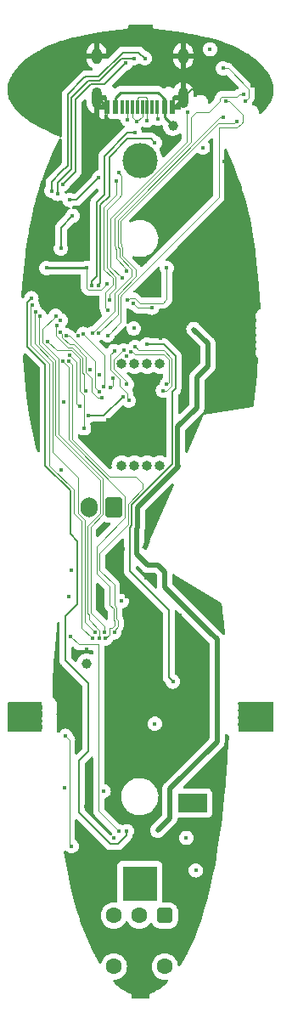
<source format=gbl>
%TF.GenerationSoftware,KiCad,Pcbnew,(6.99.0-3809-g2741d0eb4b)*%
%TF.CreationDate,2022-10-14T22:03:42-04:00*%
%TF.ProjectId,ButterflyBadge,42757474-6572-4666-9c79-42616467652e,rev?*%
%TF.SameCoordinates,Original*%
%TF.FileFunction,Copper,L4,Bot*%
%TF.FilePolarity,Positive*%
%FSLAX46Y46*%
G04 Gerber Fmt 4.6, Leading zero omitted, Abs format (unit mm)*
G04 Created by KiCad (PCBNEW (6.99.0-3809-g2741d0eb4b)) date 2022-10-14 22:03:42*
%MOMM*%
%LPD*%
G01*
G04 APERTURE LIST*
G04 Aperture macros list*
%AMRoundRect*
0 Rectangle with rounded corners*
0 $1 Rounding radius*
0 $2 $3 $4 $5 $6 $7 $8 $9 X,Y pos of 4 corners*
0 Add a 4 corners polygon primitive as box body*
4,1,4,$2,$3,$4,$5,$6,$7,$8,$9,$2,$3,0*
0 Add four circle primitives for the rounded corners*
1,1,$1+$1,$2,$3*
1,1,$1+$1,$4,$5*
1,1,$1+$1,$6,$7*
1,1,$1+$1,$8,$9*
0 Add four rect primitives between the rounded corners*
20,1,$1+$1,$2,$3,$4,$5,0*
20,1,$1+$1,$4,$5,$6,$7,0*
20,1,$1+$1,$6,$7,$8,$9,0*
20,1,$1+$1,$8,$9,$2,$3,0*%
%AMRotRect*
0 Rectangle, with rotation*
0 The origin of the aperture is its center*
0 $1 length*
0 $2 width*
0 $3 Rotation angle, in degrees counterclockwise*
0 Add horizontal line*
21,1,$1,$2,0,0,$3*%
G04 Aperture macros list end*
%TA.AperFunction,ComponentPad*%
%ADD10C,0.500000*%
%TD*%
%TA.AperFunction,SMDPad,CuDef*%
%ADD11R,2.900000X1.900000*%
%TD*%
%TA.AperFunction,ComponentPad*%
%ADD12C,1.600000*%
%TD*%
%TA.AperFunction,ComponentPad*%
%ADD13RoundRect,0.400000X0.400000X-0.400000X0.400000X0.400000X-0.400000X0.400000X-0.400000X-0.400000X0*%
%TD*%
%TA.AperFunction,ComponentPad*%
%ADD14RotRect,0.900000X0.500000X247.000000*%
%TD*%
%TA.AperFunction,ComponentPad*%
%ADD15O,1.000000X1.000000*%
%TD*%
%TA.AperFunction,ComponentPad*%
%ADD16RoundRect,0.250000X0.600000X0.750000X-0.600000X0.750000X-0.600000X-0.750000X0.600000X-0.750000X0*%
%TD*%
%TA.AperFunction,ComponentPad*%
%ADD17O,1.700000X2.000000*%
%TD*%
%TA.AperFunction,ComponentPad*%
%ADD18R,3.500000X3.500000*%
%TD*%
%TA.AperFunction,ComponentPad*%
%ADD19C,3.500000*%
%TD*%
%TA.AperFunction,SMDPad,CuDef*%
%ADD20R,0.600000X1.450000*%
%TD*%
%TA.AperFunction,SMDPad,CuDef*%
%ADD21R,0.300000X1.450000*%
%TD*%
%TA.AperFunction,ComponentPad*%
%ADD22O,1.000000X1.600000*%
%TD*%
%TA.AperFunction,ComponentPad*%
%ADD23O,1.000000X2.100000*%
%TD*%
%TA.AperFunction,ViaPad*%
%ADD24C,0.410000*%
%TD*%
%TA.AperFunction,ViaPad*%
%ADD25C,1.000000*%
%TD*%
%TA.AperFunction,Conductor*%
%ADD26C,0.095000*%
%TD*%
%TA.AperFunction,Conductor*%
%ADD27C,0.500000*%
%TD*%
%TA.AperFunction,Conductor*%
%ADD28C,0.160000*%
%TD*%
%TA.AperFunction,Conductor*%
%ADD29C,0.250000*%
%TD*%
%TA.AperFunction,Conductor*%
%ADD30C,0.200000*%
%TD*%
G04 APERTURE END LIST*
D10*
%TO.P,U4,9,SW*%
%TO.N,Net-(D2-A)*%
X199375000Y-124700000D03*
X200575000Y-124700000D03*
X201775000Y-124700000D03*
D11*
X200574999Y-123999999D03*
D10*
X199375000Y-123300000D03*
X200575000Y-123300000D03*
X201775000Y-123300000D03*
%TD*%
D12*
%TO.P,SW3,*%
%TO.N,*%
X197800000Y-140290000D03*
X192720000Y-140290000D03*
D13*
%TO.P,SW3,1,A*%
%TO.N,+5V*%
X197800000Y-135210000D03*
D12*
%TO.P,SW3,2,B*%
%TO.N,/5V_UNSWITCHED*%
X195260000Y-135210000D03*
%TO.P,SW3,3,C*%
%TO.N,unconnected-(SW3-C)*%
X192720000Y-135210000D03*
%TD*%
D14*
%TO.P,AE1,2,Shield*%
%TO.N,GND*%
X195885312Y-98295687D03*
%TD*%
D15*
%TO.P,J4,*%
%TO.N,*%
X193494999Y-80219999D03*
X193494999Y-90379999D03*
X194764999Y-80219999D03*
X194764999Y-90379999D03*
X196034999Y-80219999D03*
X196034999Y-90379999D03*
X197304999Y-80219999D03*
X197304999Y-90379999D03*
%TD*%
D16*
%TO.P,M1,1,+*%
%TO.N,Net-(M1-+)*%
X192750000Y-94525000D03*
D17*
%TO.P,M1,2,-*%
%TO.N,Net-(M1--)*%
X190249999Y-94524999D03*
%TD*%
D18*
%TO.P,BT1,1,+*%
%TO.N,/BATTERY_RAW*%
X195299999Y-131999999D03*
D19*
%TO.P,BT1,2,-*%
%TO.N,GND*%
X195300000Y-60000000D03*
%TD*%
D20*
%TO.P,J1,A1,GND*%
%TO.N,GND*%
X192049999Y-54644999D03*
%TO.P,J1,A4,VBUS*%
%TO.N,/VUSB*%
X192849999Y-54644999D03*
D21*
%TO.P,J1,A5,CC1*%
%TO.N,Net-(J1-CC1)*%
X194049999Y-54644999D03*
%TO.P,J1,A6,D+*%
%TO.N,/USB_D+*%
X195049999Y-54644999D03*
%TO.P,J1,A7,D-*%
%TO.N,/USB_D-*%
X195549999Y-54644999D03*
%TO.P,J1,A8,SBU1*%
%TO.N,unconnected-(J1-SBU1)*%
X196549999Y-54644999D03*
D20*
%TO.P,J1,A9,VBUS*%
%TO.N,/VUSB*%
X197749999Y-54644999D03*
%TO.P,J1,A12,GND*%
%TO.N,GND*%
X198549999Y-54644999D03*
%TO.P,J1,B1,GND*%
X198549999Y-54644999D03*
%TO.P,J1,B4,VBUS*%
%TO.N,/VUSB*%
X197749999Y-54644999D03*
D21*
%TO.P,J1,B5,CC2*%
%TO.N,Net-(J1-CC2)*%
X197049999Y-54644999D03*
%TO.P,J1,B6,D+*%
%TO.N,/USB_D+*%
X196049999Y-54644999D03*
%TO.P,J1,B7,D-*%
%TO.N,/USB_D-*%
X194549999Y-54644999D03*
%TO.P,J1,B8,SBU2*%
%TO.N,unconnected-(J1-SBU2)*%
X193549999Y-54644999D03*
D20*
%TO.P,J1,B9,VBUS*%
%TO.N,/VUSB*%
X192849999Y-54644999D03*
%TO.P,J1,B12,GND*%
%TO.N,GND*%
X192049999Y-54644999D03*
D22*
%TO.P,J1,S1,SHIELD*%
X190979999Y-49549999D03*
D23*
X190979999Y-53729999D03*
D22*
X199619999Y-49549999D03*
D23*
X199619999Y-53729999D03*
%TD*%
D24*
%TO.N,/AMBIENT_LIGHT*%
X205700000Y-53400000D03*
%TO.N,GND*%
X203700000Y-60100000D03*
X207600000Y-54100000D03*
X191100000Y-103600000D03*
X199600000Y-82900000D03*
X197200000Y-83800000D03*
X200200000Y-79000000D03*
X194014388Y-79479486D03*
X192100000Y-85800000D03*
X203100000Y-77700000D03*
%TO.N,+5V*%
X202100000Y-80500000D03*
%TO.N,GND*%
X205800000Y-83300000D03*
X196900000Y-72200000D03*
X197400000Y-77700000D03*
X191900000Y-96400000D03*
X193690000Y-89110000D03*
X197100000Y-89200000D03*
X191900000Y-89000000D03*
X198000000Y-58200000D03*
X202100000Y-62000000D03*
X203400000Y-52300000D03*
X206500000Y-52500000D03*
X201100000Y-52800000D03*
X195800000Y-70100000D03*
X189700000Y-69300000D03*
X202800000Y-67500000D03*
X200700000Y-72100000D03*
%TO.N,+3V3*%
X201600000Y-58700000D03*
%TO.N,/MIC_OUT*%
X200039068Y-55123153D03*
%TO.N,+3V3*%
X203600000Y-50800000D03*
X205800000Y-54100000D03*
%TO.N,+5V*%
X202300000Y-48900000D03*
X200700000Y-76800000D03*
%TO.N,GND*%
X187300000Y-59500000D03*
X192000000Y-55800000D03*
%TO.N,/BUZZER*%
X193200000Y-61200000D03*
%TO.N,GND*%
X196506416Y-65324699D03*
%TO.N,/LED*%
X193000000Y-62000000D03*
%TO.N,/AMBIENT_LIGHT*%
X194017198Y-70989523D03*
%TO.N,/MIC_OUT*%
X193565001Y-71700000D03*
%TO.N,/BUZZER*%
X192300000Y-73900000D03*
%TO.N,Net-(U3-GPIO25)*%
X198000000Y-70700000D03*
X194100000Y-73900000D03*
%TO.N,/BATTERY_RAW*%
X191700000Y-122800000D03*
X199940000Y-127460000D03*
X187803000Y-122495000D03*
X196000000Y-78300000D03*
X198600000Y-111900000D03*
%TO.N,+3V3*%
X188500000Y-100800000D03*
X187400000Y-75900000D03*
X188424500Y-107400000D03*
X187432658Y-90767342D03*
X191300000Y-81297000D03*
X188200000Y-103400000D03*
X193506537Y-103889335D03*
X193200000Y-126800000D03*
X194700000Y-76700000D03*
X190000000Y-70700000D03*
X192072143Y-72272143D03*
X186000000Y-70700000D03*
%TO.N,Net-(U1-DO(IO1))*%
X188600000Y-65500000D03*
X187436997Y-68753844D03*
%TO.N,GND*%
X184600000Y-83100000D03*
X190000000Y-108700000D03*
X186400000Y-68600000D03*
X194000000Y-107100000D03*
X190400000Y-87700000D03*
X193615500Y-98681965D03*
X190352000Y-80800000D03*
X199300000Y-105300000D03*
X199800000Y-132300000D03*
X192096329Y-132710743D03*
X197900000Y-121500000D03*
X189900000Y-124300000D03*
X189400000Y-75000000D03*
X195900000Y-101600000D03*
X192815500Y-112719956D03*
X198900000Y-130200000D03*
X194000000Y-103400000D03*
X187700000Y-84000000D03*
X196100000Y-125800000D03*
X196500000Y-105895498D03*
X189300000Y-117200000D03*
X189111361Y-77451592D03*
X192700000Y-127500000D03*
%TO.N,/IRDA_TX*%
X193900000Y-50284500D03*
X187642594Y-62342594D03*
%TO.N,/IRDA_RX*%
X187100000Y-63300000D03*
X194700000Y-49800000D03*
%TO.N,/SCK*%
X191290497Y-107600000D03*
X185318470Y-75461070D03*
%TO.N,/COPI*%
X191768350Y-107001593D03*
X186911051Y-75448000D03*
%TO.N,/CIPO*%
X191900000Y-107600000D03*
X187645984Y-79994266D03*
%TO.N,/NRF_CS*%
X190859500Y-106983776D03*
X184879001Y-75038742D03*
%TO.N,/NRF_CE*%
X190600000Y-107600000D03*
X184600000Y-74400000D03*
%TO.N,/NRF_IRQ*%
X192752000Y-106988949D03*
X188257233Y-79965999D03*
%TO.N,/IRDA_SD*%
X195800000Y-49800000D03*
X186500000Y-63000000D03*
%TO.N,/STBD_GP1*%
X187030854Y-76450946D03*
X189945500Y-82946017D03*
%TO.N,/STBD_GP0*%
X191291905Y-83009788D03*
X187994649Y-77397631D03*
%TO.N,/PORT_GP1*%
X191500000Y-83600000D03*
X187400000Y-77100000D03*
%TO.N,/PORT_GP0*%
X191680240Y-82540013D03*
X189686498Y-77249824D03*
%TO.N,Net-(U1-~{CS})*%
X188300000Y-63900000D03*
X191200000Y-61700000D03*
%TO.N,Net-(P1-SWCLK{slash}TCK)*%
X190590498Y-77199707D03*
X203669330Y-55700000D03*
%TO.N,Net-(P1-SWDIO{slash}TMS)*%
X205005502Y-56057603D03*
X191200000Y-77200000D03*
%TO.N,/RST*%
X192100000Y-77400000D03*
X203900000Y-54052000D03*
%TO.N,/SDA*%
X192612951Y-81668665D03*
X192401499Y-82622047D03*
%TO.N,/PORT_LED_2*%
X193700000Y-78900000D03*
X194000000Y-82300000D03*
%TO.N,/PORT_LED_1*%
X194826694Y-78573712D03*
X197600000Y-82900000D03*
%TO.N,/STBD_LED_2*%
X194200000Y-83900000D03*
X192751673Y-78948000D03*
%TO.N,/STBD_LED_1*%
X194392422Y-79001382D03*
X197980387Y-82280387D03*
%TO.N,/MOTOR_A*%
X189737500Y-86650000D03*
X186100000Y-78000000D03*
%TO.N,/MOTOR_B*%
X189285500Y-84500000D03*
X188287573Y-79357114D03*
%TO.N,/HALL_SENSOR*%
X194000000Y-126800000D03*
X184500000Y-73700000D03*
%TO.N,/USB_RES-*%
X194800000Y-57200000D03*
X190500000Y-72400000D03*
%TO.N,+5V*%
X197100000Y-126700000D03*
X190200000Y-85400000D03*
X193600000Y-83500000D03*
X202400000Y-107100000D03*
%TO.N,/USB_RES+*%
X196800000Y-58200000D03*
X191200000Y-72400000D03*
%TO.N,Net-(J1-CC1)*%
X194100000Y-55900000D03*
%TO.N,/USB_D+*%
X196000000Y-56000000D03*
%TO.N,/USB_D-*%
X195000000Y-56100000D03*
%TO.N,Net-(J1-CC2)*%
X197100000Y-55800000D03*
D25*
%TO.N,/VUSB*%
X190000000Y-110100000D03*
X198600000Y-56500000D03*
D24*
X187900000Y-117300000D03*
X188500000Y-128300000D03*
%TO.N,/5V_UNSWITCHED*%
X200900000Y-130700000D03*
X196800000Y-116100000D03*
%TO.N,/LED*%
X192100000Y-74900000D03*
%TO.N,Net-(U3-GPIO24)*%
X196510718Y-74652000D03*
X194661913Y-74201138D03*
%TD*%
D26*
%TO.N,/AMBIENT_LIGHT*%
X205200000Y-53400000D02*
X205000000Y-53600000D01*
X205700000Y-53400000D02*
X205200000Y-53400000D01*
%TO.N,+3V3*%
X203600000Y-50800000D02*
X204100000Y-50800000D01*
X204100000Y-50800000D02*
X206200000Y-52900000D01*
X206200000Y-53700000D02*
X205800000Y-54100000D01*
X206200000Y-52900000D02*
X206200000Y-53700000D01*
D27*
%TO.N,+5V*%
X195056502Y-94543498D02*
X199029500Y-90570500D01*
D26*
%TO.N,/MIC_OUT*%
X192400000Y-70534999D02*
X192400000Y-65724892D01*
X193565001Y-71700000D02*
X192400000Y-70534999D01*
X200000000Y-55162221D02*
X200039068Y-55123153D01*
X192400000Y-65724892D02*
X200000000Y-58124892D01*
X200000000Y-58124892D02*
X200000000Y-55162221D01*
D28*
%TO.N,/HALL_SENSOR*%
X189200000Y-124900000D02*
X189200000Y-119800000D01*
X194000000Y-126800000D02*
X194000000Y-127200000D01*
D26*
%TO.N,/NRF_CE*%
X188702999Y-95096586D02*
X189516497Y-95910084D01*
D28*
%TO.N,/HALL_SENSOR*%
X188375998Y-92875998D02*
X185889496Y-90389496D01*
X192400000Y-128100000D02*
X189200000Y-124900000D01*
D26*
%TO.N,/NRF_CE*%
X188702999Y-92740550D02*
X188702999Y-95096586D01*
D28*
%TO.N,/HALL_SENSOR*%
X189200000Y-119800000D02*
X190200000Y-118800000D01*
X188375998Y-97157351D02*
X188375998Y-92875998D01*
D26*
%TO.N,/NRF_CE*%
X184600000Y-74400000D02*
X184427001Y-74572999D01*
X184427001Y-74572999D02*
X184427001Y-78354913D01*
D28*
%TO.N,/HALL_SENSOR*%
X189100000Y-97881353D02*
X188375998Y-97157351D01*
X190200000Y-118800000D02*
X190200000Y-112100000D01*
D26*
%TO.N,/NRF_CE*%
X186308040Y-80235952D02*
X186308040Y-90345590D01*
X184427001Y-78354913D02*
X186308040Y-80235952D01*
D28*
%TO.N,/HALL_SENSOR*%
X185889496Y-90389496D02*
X185889496Y-80289496D01*
X193100000Y-128100000D02*
X192400000Y-128100000D01*
D26*
%TO.N,/NRF_CE*%
X189516497Y-106516497D02*
X190600000Y-107600000D01*
D28*
%TO.N,/HALL_SENSOR*%
X194000000Y-127200000D02*
X193100000Y-128100000D01*
D26*
%TO.N,/NRF_CE*%
X189516497Y-95910084D02*
X189516497Y-106516497D01*
X186308040Y-90345590D02*
X188702999Y-92740550D01*
D28*
%TO.N,/HALL_SENSOR*%
X190200000Y-112100000D02*
X187900000Y-109800000D01*
X187900000Y-109800000D02*
X187900000Y-105400000D01*
X187900000Y-105400000D02*
X189100000Y-104200000D01*
X189100000Y-104200000D02*
X189100000Y-97881353D01*
X185889496Y-80289496D02*
X184100000Y-78500000D01*
X184100000Y-78500000D02*
X184100000Y-74100000D01*
X184100000Y-74100000D02*
X184500000Y-73700000D01*
D26*
%TO.N,/SCK*%
X190105499Y-105121986D02*
X190105499Y-96371600D01*
X190105499Y-96371600D02*
X191347500Y-95129599D01*
X191347500Y-95129599D02*
X191347500Y-91796963D01*
%TO.N,/NRF_CS*%
X189810998Y-105935274D02*
X189810998Y-95788097D01*
%TO.N,/SCK*%
X190228499Y-105713550D02*
X190228501Y-105244988D01*
%TO.N,/COPI*%
X185594501Y-76764550D02*
X186911051Y-75448000D01*
X191642001Y-91674977D02*
X187191542Y-87224518D01*
%TO.N,/SCK*%
X191311500Y-106796551D02*
X190228499Y-105713550D01*
%TO.N,/COPI*%
X190400000Y-105000000D02*
X190400000Y-96493586D01*
%TO.N,/SCK*%
X190228501Y-105244988D02*
X190105499Y-105121986D01*
X191347500Y-91796963D02*
X186897041Y-87346504D01*
%TO.N,/COPI*%
X185594501Y-78142921D02*
X185594501Y-76764550D01*
%TO.N,/NRF_CS*%
X189810998Y-95788097D02*
X189152500Y-95129599D01*
%TO.N,/SCK*%
X186897041Y-79901826D02*
X185300000Y-78304785D01*
%TO.N,/COPI*%
X190400000Y-96493586D02*
X191642001Y-95251585D01*
%TO.N,/SCK*%
X185300000Y-75479540D02*
X185318470Y-75461070D01*
%TO.N,/COPI*%
X187191542Y-87224518D02*
X187191542Y-79739962D01*
X191768350Y-107001593D02*
X191768350Y-106368350D01*
X191642001Y-95251585D02*
X191642001Y-91674977D01*
%TO.N,/NRF_CS*%
X186602540Y-80023813D02*
X184800000Y-78221273D01*
%TO.N,/SCK*%
X185300000Y-78304785D02*
X185300000Y-75479540D01*
%TO.N,/COPI*%
X187191542Y-79739962D02*
X185594501Y-78142921D01*
X191768350Y-106368350D02*
X190400000Y-105000000D01*
%TO.N,/SCK*%
X191290497Y-107600000D02*
X191311500Y-107578997D01*
%TO.N,/NRF_CS*%
X184800000Y-75117743D02*
X184879001Y-75038742D01*
X184800000Y-78221273D02*
X184800000Y-75117743D01*
%TO.N,/SCK*%
X191311500Y-107578997D02*
X191311500Y-106796551D01*
%TO.N,/NRF_CS*%
X186602540Y-89051553D02*
X186602540Y-80023813D01*
%TO.N,/SCK*%
X186897041Y-87346504D02*
X186897041Y-79901826D01*
%TO.N,/NRF_CS*%
X189152500Y-91601513D02*
X186602540Y-89051553D01*
X189152500Y-95129599D02*
X189152500Y-91601513D01*
X190859500Y-106983776D02*
X189810998Y-105935274D01*
%TO.N,/CIPO*%
X191005499Y-98394501D02*
X193847500Y-95552500D01*
X193847500Y-95552500D02*
X193847500Y-93447500D01*
X192300000Y-102400000D02*
X191005499Y-101105499D01*
X192300000Y-104258512D02*
X192300000Y-102400000D01*
X192300000Y-106549447D02*
X192570120Y-106549447D01*
X192300000Y-107200000D02*
X192300000Y-106549447D01*
X193847500Y-93447500D02*
X188200000Y-87800000D01*
X192834895Y-106284672D02*
X192834895Y-105910222D01*
X192834895Y-105910222D02*
X192677396Y-105752723D01*
X192570120Y-106549447D02*
X192834895Y-106284672D01*
X191005499Y-101105499D02*
X191005499Y-98394501D01*
X188200000Y-87800000D02*
X188200000Y-82400000D01*
X192677396Y-104635908D02*
X192300000Y-104258512D01*
X192677396Y-105752723D02*
X192677396Y-104635908D01*
X191900000Y-107600000D02*
X192300000Y-107200000D01*
%TO.N,/NRF_IRQ*%
X195600000Y-92700000D02*
X195600000Y-92200000D01*
X191300000Y-100800000D02*
X191300000Y-99100000D01*
X194142001Y-94157999D02*
X195600000Y-92700000D01*
X192971897Y-104513921D02*
X192752000Y-104294024D01*
X193129396Y-105788235D02*
X192971897Y-105630736D01*
X192316488Y-91500000D02*
X188600000Y-87783512D01*
X192752000Y-104294024D02*
X192752000Y-102252000D01*
X193129396Y-106406658D02*
X193129396Y-105788235D01*
X188600000Y-80308766D02*
X188257233Y-79965999D01*
X191300000Y-99100000D02*
X194142001Y-96257999D01*
X192752000Y-106784054D02*
X193129396Y-106406658D01*
X188600000Y-87783512D02*
X188600000Y-80308766D01*
X194142001Y-96257999D02*
X194142001Y-94157999D01*
X192752000Y-102252000D02*
X191300000Y-100800000D01*
X192971897Y-105630736D02*
X192971897Y-104513921D01*
X192752000Y-106988949D02*
X192752000Y-106784054D01*
X195600000Y-92200000D02*
X194900000Y-91500000D01*
X194900000Y-91500000D02*
X192316488Y-91500000D01*
%TO.N,GND*%
X199600000Y-82900000D02*
X200200000Y-82300000D01*
X200200000Y-82300000D02*
X200200000Y-79000000D01*
%TO.N,/PORT_LED_1*%
X198500000Y-82400000D02*
X198500000Y-79700000D01*
%TO.N,/STBD_LED_2*%
X194100000Y-83200000D02*
X193300000Y-82400000D01*
X194100000Y-83800000D02*
X194100000Y-83200000D01*
%TO.N,/STBD_LED_1*%
X194562157Y-79001382D02*
X194392422Y-79001382D01*
%TO.N,/PORT_LED_1*%
X198000000Y-82900000D02*
X198500000Y-82400000D01*
%TO.N,/STBD_LED_1*%
X194860775Y-79300000D02*
X194562157Y-79001382D01*
%TO.N,/STBD_LED_2*%
X193300000Y-81716488D02*
X192405499Y-80821987D01*
X192405499Y-80821987D02*
X192405499Y-79294174D01*
%TO.N,/PORT_LED_1*%
X194873712Y-78573712D02*
X194826694Y-78573712D01*
X195200000Y-78900000D02*
X194873712Y-78573712D01*
X197700000Y-78900000D02*
X195200000Y-78900000D01*
X198500000Y-79700000D02*
X197700000Y-78900000D01*
%TO.N,/STBD_LED_1*%
X198178013Y-82082761D02*
X198178013Y-79794501D01*
%TO.N,/PORT_LED_1*%
X197600000Y-82900000D02*
X198000000Y-82900000D01*
%TO.N,/STBD_LED_1*%
X197683512Y-79300000D02*
X194860775Y-79300000D01*
X198178013Y-79794501D02*
X197683512Y-79300000D01*
X197980387Y-82280387D02*
X198178013Y-82082761D01*
%TO.N,/STBD_LED_2*%
X193300000Y-82400000D02*
X193300000Y-81716488D01*
X192405499Y-79294174D02*
X192751673Y-78948000D01*
X194200000Y-83900000D02*
X194100000Y-83800000D01*
D28*
%TO.N,/BATTERY_RAW*%
X196000000Y-78300000D02*
X197700000Y-78300000D01*
X197700000Y-78300000D02*
X198900000Y-79500000D01*
X198900000Y-79500000D02*
X198900000Y-82700000D01*
X198570499Y-83029501D02*
X198570499Y-84529501D01*
X198900000Y-82700000D02*
X198570499Y-83029501D01*
D27*
%TO.N,+5V*%
X202100000Y-80500000D02*
X202100000Y-78200000D01*
X202100000Y-78200000D02*
X200700000Y-76800000D01*
X201000000Y-84600000D02*
X201000000Y-81600000D01*
X201000000Y-81600000D02*
X202100000Y-80500000D01*
D29*
%TO.N,GND*%
X190980000Y-53730000D02*
X191135000Y-53730000D01*
X191135000Y-53730000D02*
X192050000Y-54645000D01*
D28*
X201100000Y-52800000D02*
X200550000Y-52800000D01*
X200550000Y-52800000D02*
X199620000Y-53730000D01*
D26*
%TO.N,Net-(P1-SWDIO{slash}TMS)*%
X194900000Y-70800000D02*
X193561003Y-69461003D01*
X193400000Y-68240937D02*
X193400000Y-66000000D01*
%TO.N,/RST*%
X205002330Y-56700000D02*
X205457502Y-56244828D01*
X205457502Y-56242498D02*
X205600000Y-56100000D01*
X193483502Y-73465962D02*
X193483503Y-73365961D01*
%TO.N,Net-(P1-SWDIO{slash}TMS)*%
X193561003Y-69461003D02*
X193561003Y-68601940D01*
X204757606Y-56305499D02*
X205005502Y-56057603D01*
%TO.N,/RST*%
X205600000Y-56100000D02*
X205600000Y-55400000D01*
X193483503Y-73365961D02*
X203200000Y-63649464D01*
%TO.N,Net-(P1-SWDIO{slash}TMS)*%
X194900000Y-71532976D02*
X194900000Y-70800000D01*
X193100000Y-75300000D02*
X193100000Y-73332976D01*
%TO.N,/RST*%
X193400000Y-73549463D02*
X193483502Y-73465962D01*
X192100000Y-77400000D02*
X193400000Y-76100000D01*
X205457502Y-56244828D02*
X205457502Y-56242498D01*
X205600000Y-55400000D02*
X204252000Y-54052000D01*
X203200000Y-63649464D02*
X203200000Y-56700000D01*
X204252000Y-54052000D02*
X203900000Y-54052000D01*
%TO.N,Net-(P1-SWDIO{slash}TMS)*%
X193461004Y-68301942D02*
X193400000Y-68240937D01*
%TO.N,/RST*%
X203200000Y-56700000D02*
X205002330Y-56700000D01*
%TO.N,Net-(P1-SWDIO{slash}TMS)*%
X193100000Y-73332976D02*
X194900000Y-71532976D01*
X193561003Y-68601940D02*
X193461002Y-68501939D01*
%TO.N,/RST*%
X193400000Y-76100000D02*
X193400000Y-73549463D01*
%TO.N,Net-(P1-SWDIO{slash}TMS)*%
X191200000Y-77200000D02*
X193100000Y-75300000D01*
X203094501Y-56305499D02*
X204757606Y-56305499D01*
X193461002Y-68501939D02*
X193461004Y-68301942D01*
X193400000Y-66000000D02*
X203094501Y-56305499D01*
%TO.N,/AMBIENT_LIGHT*%
X203300000Y-54100000D02*
X203300000Y-53800000D01*
X203300000Y-53800000D02*
X203500000Y-53600000D01*
X203500000Y-53600000D02*
X205000000Y-53600000D01*
X192972001Y-69745912D02*
X192972001Y-68845912D01*
X200900000Y-55200000D02*
X202200000Y-55200000D01*
X200400000Y-55700000D02*
X200900000Y-55200000D01*
X192872001Y-68545912D02*
X192800000Y-68473911D01*
X194017198Y-70989523D02*
X194017198Y-70791109D01*
X200400000Y-58141380D02*
X200400000Y-55700000D01*
X192800000Y-68473911D02*
X192800000Y-65741380D01*
X192872001Y-68745912D02*
X192872001Y-68545912D01*
X192800000Y-65741380D02*
X200400000Y-58141380D01*
X192972001Y-68845912D02*
X192872001Y-68745912D01*
X194017198Y-70791109D02*
X192972001Y-69745912D01*
X202200000Y-55200000D02*
X203300000Y-54100000D01*
%TO.N,GND*%
X192050000Y-54645000D02*
X192050000Y-55750000D01*
X192050000Y-55750000D02*
X192000000Y-55800000D01*
%TO.N,/BUZZER*%
X192027999Y-65845912D02*
X192027999Y-64872001D01*
X192027999Y-64872001D02*
X193200000Y-63700000D01*
X193500000Y-61800000D02*
X193500000Y-61500000D01*
X193200000Y-63700000D02*
X193500000Y-63400000D01*
X193500000Y-63400000D02*
X193500000Y-61800000D01*
X193500000Y-61500000D02*
X193200000Y-61200000D01*
%TO.N,/LED*%
X192100000Y-74900000D02*
X191848000Y-74648000D01*
X191848000Y-74648000D02*
X191848000Y-73135512D01*
X191733498Y-70811072D02*
X191733498Y-64666502D01*
X191848000Y-73135512D02*
X192605499Y-72378013D01*
X192605499Y-72378013D02*
X192605499Y-71683073D01*
X192605499Y-71683073D02*
X191733498Y-70811072D01*
X191733498Y-64666502D02*
X193000000Y-63400000D01*
X193000000Y-63400000D02*
X193000000Y-62000000D01*
D30*
%TO.N,/USB_RES+*%
X196800000Y-58200000D02*
X196400000Y-57800000D01*
X196400000Y-57800000D02*
X194100000Y-57800000D01*
X194100000Y-57800000D02*
X192258498Y-59641502D01*
X192258498Y-59641502D02*
X192258498Y-63541502D01*
X192258498Y-63541502D02*
X191386496Y-64413504D01*
X191386496Y-64413504D02*
X191386496Y-72213504D01*
X191386496Y-72213504D02*
X191200000Y-72400000D01*
D26*
%TO.N,Net-(P1-SWCLK{slash}TCK)*%
X193166502Y-68423926D02*
X193166502Y-68623925D01*
%TO.N,/BUZZER*%
X192905499Y-71566587D02*
X192027999Y-70689086D01*
D30*
%TO.N,/USB_RES-*%
X191758996Y-63341004D02*
X190986995Y-64113005D01*
D26*
%TO.N,Net-(P1-SWCLK{slash}TCK)*%
X203669330Y-55700000D02*
X203283512Y-55700000D01*
%TO.N,/BUZZER*%
X192905499Y-72694501D02*
X192905499Y-71566587D01*
%TO.N,Net-(P1-SWCLK{slash}TCK)*%
X192794501Y-74966274D02*
X190590498Y-77170277D01*
%TO.N,/BUZZER*%
X192300000Y-73300000D02*
X192905499Y-72694501D01*
%TO.N,Net-(P1-SWCLK{slash}TCK)*%
X190590498Y-77170277D02*
X190590498Y-77199707D01*
X193266502Y-69582990D02*
X194500000Y-70816488D01*
X193266502Y-68723926D02*
X193266502Y-69582990D01*
D30*
%TO.N,/USB_RES-*%
X190986995Y-71513005D02*
X190500000Y-72000000D01*
X190986995Y-64113005D02*
X190986995Y-71513005D01*
D26*
%TO.N,Net-(P1-SWCLK{slash}TCK)*%
X203283512Y-55700000D02*
X193094501Y-65889011D01*
X193166502Y-68623925D02*
X193266502Y-68723926D01*
D30*
%TO.N,/USB_RES-*%
X194800000Y-57200000D02*
X194100000Y-57200000D01*
X191758996Y-59541004D02*
X191758996Y-63341004D01*
D26*
%TO.N,Net-(P1-SWCLK{slash}TCK)*%
X192794501Y-73221987D02*
X192794501Y-74966274D01*
X193094501Y-68351924D02*
X193166502Y-68423926D01*
%TO.N,/BUZZER*%
X192027999Y-70689086D02*
X192027999Y-65845912D01*
D30*
%TO.N,/USB_RES-*%
X190500000Y-72000000D02*
X190500000Y-72400000D01*
D26*
%TO.N,Net-(P1-SWCLK{slash}TCK)*%
X194500000Y-71516488D02*
X192794501Y-73221987D01*
D30*
%TO.N,/USB_RES-*%
X194100000Y-57200000D02*
X191758996Y-59541004D01*
D26*
%TO.N,Net-(P1-SWCLK{slash}TCK)*%
X193094501Y-65889011D02*
X193094501Y-68351924D01*
%TO.N,/BUZZER*%
X192300000Y-73900000D02*
X192300000Y-73300000D01*
%TO.N,Net-(P1-SWCLK{slash}TCK)*%
X194500000Y-70816488D02*
X194500000Y-71516488D01*
%TO.N,/MOTOR_A*%
X189737500Y-83377242D02*
X189737500Y-86650000D01*
%TO.N,/STBD_GP1*%
X189010998Y-79043973D02*
X189605499Y-79638475D01*
X189710997Y-81283194D02*
X189710997Y-82711514D01*
X186948000Y-77406696D02*
X188148707Y-78607403D01*
X186948000Y-76533800D02*
X186948000Y-77406696D01*
%TO.N,/MOTOR_A*%
X188474798Y-78905114D02*
X188716497Y-79146813D01*
X189310998Y-79760461D02*
X189310998Y-82950740D01*
%TO.N,/STBD_GP1*%
X187030854Y-76450946D02*
X186948000Y-76533800D01*
%TO.N,/MOTOR_A*%
X186100000Y-78000000D02*
X187005114Y-78905114D01*
%TO.N,/STBD_GP1*%
X189605499Y-79638475D02*
X189605499Y-81177696D01*
X189010998Y-79024827D02*
X189010998Y-79043973D01*
%TO.N,/MOTOR_A*%
X187005114Y-78905114D02*
X188474798Y-78905114D01*
%TO.N,/STBD_GP1*%
X189710997Y-82711514D02*
X189945500Y-82946017D01*
%TO.N,/MOTOR_A*%
X188716498Y-79165961D02*
X189310998Y-79760461D01*
X188716497Y-79146813D02*
X188716498Y-79165961D01*
%TO.N,/STBD_GP1*%
X188593575Y-78607403D02*
X189010998Y-79024827D01*
X188148707Y-78607403D02*
X188593575Y-78607403D01*
%TO.N,/MOTOR_A*%
X189310998Y-82950740D02*
X189737500Y-83377242D01*
%TO.N,/STBD_GP1*%
X189605499Y-81177696D02*
X189710997Y-81283194D01*
%TO.N,+3V3*%
X190000000Y-72700000D02*
X190200000Y-72900000D01*
X190200000Y-72900000D02*
X191444286Y-72900000D01*
X191444286Y-72900000D02*
X192072143Y-72272143D01*
X190000000Y-70700000D02*
X190000000Y-72700000D01*
%TO.N,Net-(U3-GPIO25)*%
X194300000Y-73700000D02*
X194800000Y-73700000D01*
X197600000Y-74200000D02*
X197900000Y-73900000D01*
X198000000Y-73800000D02*
X198000000Y-70700000D01*
%TO.N,Net-(U3-GPIO24)*%
X195112775Y-74652000D02*
X196510718Y-74652000D01*
%TO.N,Net-(U3-GPIO25)*%
X194800000Y-73700000D02*
X195300000Y-74200000D01*
X197900000Y-73900000D02*
X198000000Y-73800000D01*
X194100000Y-73900000D02*
X194300000Y-73700000D01*
X195300000Y-74200000D02*
X197600000Y-74200000D01*
%TO.N,Net-(U3-GPIO24)*%
X194661913Y-74201138D02*
X195112775Y-74652000D01*
D28*
%TO.N,/BATTERY_RAW*%
X198570499Y-90229501D02*
X198570499Y-84529501D01*
X194327001Y-100927001D02*
X194327001Y-96535449D01*
X198200000Y-111500000D02*
X198200000Y-104800000D01*
X198200000Y-104800000D02*
X194327001Y-100927001D01*
X194527001Y-94272999D02*
X198570499Y-90229501D01*
X194527001Y-96335448D02*
X194527001Y-94272999D01*
X194327001Y-96535449D02*
X194527001Y-96335448D01*
X198600000Y-111900000D02*
X198200000Y-111500000D01*
D26*
%TO.N,+3V3*%
X189224500Y-108200000D02*
X191200000Y-108200000D01*
X191200000Y-108200000D02*
X191200000Y-124800000D01*
D29*
X190000000Y-70700000D02*
X186000000Y-70700000D01*
D26*
X191200000Y-124800000D02*
X193200000Y-126800000D01*
X188424500Y-107400000D02*
X189224500Y-108200000D01*
D28*
%TO.N,Net-(U1-DO(IO1))*%
X187436997Y-66663003D02*
X187436997Y-68753844D01*
X188600000Y-65500000D02*
X187436997Y-66663003D01*
D26*
%TO.N,GND*%
X198900000Y-130200000D02*
X196750000Y-128050000D01*
X196750000Y-128050000D02*
X196100000Y-127400000D01*
D29*
X198705000Y-54645000D02*
X199620000Y-53730000D01*
X198550000Y-54645000D02*
X198705000Y-54645000D01*
D26*
X184600000Y-83100000D02*
X184400000Y-83100000D01*
X196100000Y-127400000D02*
X196100000Y-125800000D01*
D28*
%TO.N,/IRDA_TX*%
X193900000Y-50284500D02*
X191784500Y-52400000D01*
X188900000Y-53908412D02*
X188900000Y-61085188D01*
X188900000Y-61085188D02*
X187642594Y-62342594D01*
X190408412Y-52400000D02*
X188900000Y-53908412D01*
X191784500Y-52400000D02*
X190408412Y-52400000D01*
%TO.N,/IRDA_RX*%
X191259501Y-52040499D02*
X190159501Y-52040499D01*
X188500000Y-53700000D02*
X188500000Y-60800000D01*
X187100000Y-62200000D02*
X187100000Y-63300000D01*
X190159501Y-52040499D02*
X188500000Y-53700000D01*
X194700000Y-49800000D02*
X193508412Y-49800000D01*
X193508412Y-49800000D02*
X191348910Y-51959501D01*
X191340499Y-51959501D02*
X191259501Y-52040499D01*
X191348910Y-51959501D02*
X191340499Y-51959501D01*
X188500000Y-60800000D02*
X187100000Y-62200000D01*
D26*
%TO.N,/CIPO*%
X188200000Y-82400000D02*
X188201996Y-82398004D01*
X188201996Y-82398004D02*
X188201996Y-80550278D01*
X188200000Y-82400000D02*
X188200000Y-82300000D01*
X188201996Y-80550278D02*
X187645984Y-79994266D01*
D28*
%TO.N,/IRDA_SD*%
X187500000Y-61100000D02*
X188100000Y-60500000D01*
X186500000Y-62100000D02*
X187500000Y-61100000D01*
X188100000Y-60500000D02*
X188100000Y-57600000D01*
X193600000Y-49200000D02*
X195200000Y-49200000D01*
X190900000Y-51600000D02*
X191200000Y-51600000D01*
X195200000Y-49200000D02*
X195800000Y-49800000D01*
X191200000Y-51600000D02*
X193600000Y-49200000D01*
X188100000Y-57600000D02*
X188100000Y-53400000D01*
X186500000Y-63000000D02*
X186500000Y-62100000D01*
X189700000Y-51800000D02*
X189900000Y-51600000D01*
X188100000Y-53400000D02*
X189700000Y-51800000D01*
X189900000Y-51600000D02*
X190900000Y-51600000D01*
D26*
%TO.N,/STBD_GP0*%
X190848000Y-79964487D02*
X190848000Y-82565883D01*
X188281144Y-77397631D02*
X190848000Y-79964487D01*
X190848000Y-82565883D02*
X191291905Y-83009788D01*
X187994649Y-77397631D02*
X188281144Y-77397631D01*
%TO.N,/PORT_GP1*%
X189305499Y-78902841D02*
X189305499Y-78921987D01*
X189900000Y-81039225D02*
X190500000Y-81639225D01*
X189305499Y-78921987D02*
X189900000Y-79516489D01*
X188270693Y-78312902D02*
X188715562Y-78312903D01*
X187542648Y-77242648D02*
X187542648Y-77584856D01*
X191100000Y-83600000D02*
X191500000Y-83600000D01*
X190500000Y-81639225D02*
X190500000Y-83000000D01*
X188715562Y-78312903D02*
X189305499Y-78902841D01*
X187400000Y-77100000D02*
X187542648Y-77242648D01*
X190500000Y-83000000D02*
X191100000Y-83600000D01*
X187542648Y-77584856D02*
X188270693Y-78312902D01*
X189900000Y-79516489D02*
X189900000Y-81039225D01*
%TO.N,/PORT_GP0*%
X191800000Y-82420253D02*
X191680240Y-82540013D01*
X191800000Y-79363326D02*
X191800000Y-82420253D01*
X189686498Y-77249824D02*
X191800000Y-79363326D01*
D28*
%TO.N,Net-(U1-~{CS})*%
X189000000Y-63900000D02*
X191200000Y-61700000D01*
X188300000Y-63900000D02*
X189000000Y-63900000D01*
D26*
%TO.N,/SDA*%
X192612951Y-82410595D02*
X192612951Y-81668665D01*
X192401499Y-82622047D02*
X192612951Y-82410595D01*
%TO.N,/PORT_LED_2*%
X194000000Y-82300000D02*
X194000000Y-82000000D01*
X194000000Y-82000000D02*
X192800000Y-80800000D01*
X193600000Y-78900000D02*
X193700000Y-78900000D01*
X192800000Y-80800000D02*
X192700000Y-80700000D01*
X192700000Y-79800000D02*
X193600000Y-78900000D01*
X192700000Y-80700000D02*
X192700000Y-79800000D01*
%TO.N,/MOTOR_B*%
X188964496Y-84178996D02*
X188964496Y-80034037D01*
X189285500Y-84500000D02*
X188964496Y-84178996D01*
X188964496Y-80034037D02*
X188287573Y-79357114D01*
D27*
%TO.N,+5V*%
X197100000Y-100300000D02*
X196100000Y-100300000D01*
X199029500Y-90570500D02*
X199029500Y-90519328D01*
X197100000Y-126700000D02*
X198300000Y-125500000D01*
D28*
X190200000Y-85400000D02*
X191700000Y-85400000D01*
D27*
X196100000Y-100300000D02*
X194956502Y-99156502D01*
X203000000Y-107700000D02*
X202400000Y-107100000D01*
X198300000Y-125500000D02*
X198300000Y-122600000D01*
X194956502Y-96654775D02*
X195056502Y-96554774D01*
D28*
X191700000Y-85400000D02*
X193600000Y-83500000D01*
D27*
X199029500Y-90519328D02*
X199129501Y-90419326D01*
X199100000Y-90389825D02*
X199100000Y-86500000D01*
X199129501Y-90419326D02*
X199100000Y-90389825D01*
X197800000Y-102500000D02*
X197800000Y-101000000D01*
X198300000Y-122600000D02*
X203000000Y-117900000D01*
X199100000Y-86500000D02*
X201000000Y-84600000D01*
X197800000Y-101000000D02*
X197100000Y-100300000D01*
X203000000Y-117900000D02*
X203000000Y-107700000D01*
X202400000Y-107100000D02*
X197800000Y-102500000D01*
X194956502Y-99156502D02*
X194956502Y-96654775D01*
X195056502Y-96554774D02*
X195056502Y-94543498D01*
D26*
%TO.N,Net-(J1-CC1)*%
X194050000Y-55850000D02*
X194100000Y-55900000D01*
X194050000Y-54645000D02*
X194050000Y-55850000D01*
%TO.N,/USB_D+*%
X195947500Y-53672500D02*
X196050000Y-53775000D01*
X196050000Y-55950000D02*
X196050000Y-54645000D01*
X195050000Y-54645000D02*
X195050000Y-53775000D01*
X196050000Y-53775000D02*
X196050000Y-54645000D01*
X195050000Y-53775000D02*
X195152500Y-53672500D01*
X195152500Y-53672500D02*
X195947500Y-53672500D01*
X196000000Y-56000000D02*
X196050000Y-55950000D01*
%TO.N,/USB_D-*%
X194550000Y-55650000D02*
X194550000Y-54645000D01*
X195550000Y-55550000D02*
X195000000Y-56100000D01*
X195550000Y-54645000D02*
X195550000Y-55550000D01*
X195000000Y-56100000D02*
X194550000Y-55650000D01*
%TO.N,Net-(J1-CC2)*%
X197050000Y-55750000D02*
X197100000Y-55800000D01*
X197050000Y-54645000D02*
X197050000Y-55750000D01*
%TO.N,/VUSB*%
X188300000Y-123900000D02*
X188300000Y-117700000D01*
X188300000Y-128100000D02*
X188500000Y-128300000D01*
D29*
X192850000Y-54645000D02*
X192850000Y-53750000D01*
X196800000Y-53200000D02*
X197130000Y-53200000D01*
X193400000Y-53200000D02*
X196800000Y-53200000D01*
D26*
X188300000Y-117700000D02*
X187900000Y-117300000D01*
X187800000Y-117200000D02*
X187900000Y-117300000D01*
D28*
X197750000Y-54645000D02*
X197750000Y-53950000D01*
D29*
X197750000Y-54645000D02*
X197750000Y-55650000D01*
X192850000Y-53750000D02*
X193200000Y-53400000D01*
X193200000Y-53400000D02*
X193400000Y-53200000D01*
X197130000Y-53200000D02*
X197750000Y-53820000D01*
D28*
X197750000Y-53950000D02*
X197600000Y-53800000D01*
D29*
X197750000Y-55650000D02*
X198600000Y-56500000D01*
D26*
X188300000Y-123900000D02*
X188300000Y-128100000D01*
D29*
X197750000Y-53820000D02*
X197750000Y-54645000D01*
D28*
%TO.N,/5V_UNSWITCHED*%
X200900000Y-130700000D02*
X201000000Y-130800000D01*
%TD*%
%TA.AperFunction,Conductor*%
%TO.N,GND*%
G36*
X193656534Y-97633936D02*
G01*
X193713369Y-97676483D01*
X193738180Y-97743003D01*
X193738501Y-97751992D01*
X193738501Y-100880171D01*
X193737423Y-100896616D01*
X193733423Y-100927001D01*
X193734501Y-100935190D01*
X193751032Y-101060758D01*
X193753648Y-101080631D01*
X193787722Y-101162889D01*
X193787723Y-101162892D01*
X193795469Y-101181592D01*
X193812947Y-101223790D01*
X193907278Y-101346724D01*
X193913828Y-101351750D01*
X193931592Y-101365381D01*
X193943983Y-101376248D01*
X195770622Y-103202886D01*
X197574595Y-105006859D01*
X197608621Y-105069171D01*
X197611500Y-105095954D01*
X197611500Y-111453170D01*
X197610422Y-111469615D01*
X197606422Y-111500000D01*
X197626647Y-111653630D01*
X197629808Y-111661261D01*
X197659752Y-111733549D01*
X197661384Y-111737490D01*
X197685946Y-111796789D01*
X197780277Y-111919723D01*
X197786827Y-111924749D01*
X197804591Y-111938380D01*
X197816982Y-111949247D01*
X197867232Y-111999497D01*
X197899844Y-112058500D01*
X197899987Y-112059773D01*
X197953091Y-112211535D01*
X198038633Y-112347675D01*
X198152325Y-112461367D01*
X198158319Y-112465133D01*
X198158320Y-112465134D01*
X198214540Y-112500459D01*
X198288465Y-112546909D01*
X198440227Y-112600013D01*
X198447254Y-112600805D01*
X198447255Y-112600805D01*
X198592971Y-112617223D01*
X198600000Y-112618015D01*
X198607029Y-112617223D01*
X198752745Y-112600805D01*
X198752746Y-112600805D01*
X198759773Y-112600013D01*
X198911535Y-112546909D01*
X198985460Y-112500459D01*
X199041680Y-112465134D01*
X199041681Y-112465133D01*
X199047675Y-112461367D01*
X199161367Y-112347675D01*
X199246909Y-112211535D01*
X199300013Y-112059773D01*
X199306805Y-111999497D01*
X199317223Y-111907029D01*
X199318015Y-111900000D01*
X199300013Y-111740227D01*
X199246909Y-111588465D01*
X199161367Y-111452325D01*
X199047675Y-111338633D01*
X198911535Y-111253091D01*
X198872882Y-111239566D01*
X198815193Y-111198189D01*
X198789031Y-111132189D01*
X198788500Y-111120638D01*
X198788500Y-104865371D01*
X198808502Y-104797250D01*
X198862158Y-104750757D01*
X198932432Y-104740653D01*
X198997012Y-104770147D01*
X199003595Y-104776276D01*
X202204595Y-107977276D01*
X202238621Y-108039588D01*
X202241500Y-108066371D01*
X202241500Y-117533629D01*
X202221498Y-117601750D01*
X202204595Y-117622724D01*
X197809229Y-122018090D01*
X197795376Y-122030063D01*
X197775942Y-122044531D01*
X197771228Y-122050149D01*
X197743771Y-122082871D01*
X197736344Y-122090975D01*
X197732420Y-122094899D01*
X197730143Y-122097779D01*
X197713006Y-122119452D01*
X197710699Y-122122284D01*
X197661968Y-122180360D01*
X197658673Y-122186922D01*
X197656827Y-122189728D01*
X197656570Y-122190084D01*
X197656359Y-122190462D01*
X197654588Y-122193334D01*
X197650033Y-122199094D01*
X197646930Y-122205748D01*
X197646929Y-122205750D01*
X197617998Y-122267793D01*
X197616404Y-122271086D01*
X197582391Y-122338812D01*
X197580699Y-122345952D01*
X197579545Y-122349121D01*
X197579377Y-122349526D01*
X197579265Y-122349922D01*
X197578197Y-122353146D01*
X197575097Y-122359794D01*
X197573614Y-122366977D01*
X197559763Y-122434056D01*
X197558978Y-122437597D01*
X197547934Y-122484196D01*
X197543553Y-122502683D01*
X197541500Y-122511344D01*
X197541500Y-122518679D01*
X197541110Y-122522017D01*
X197541038Y-122522463D01*
X197541020Y-122522876D01*
X197540724Y-122526261D01*
X197539241Y-122533442D01*
X197539454Y-122540769D01*
X197539454Y-122540771D01*
X197541447Y-122609258D01*
X197541500Y-122612923D01*
X197541500Y-125133629D01*
X197521498Y-125201750D01*
X197504595Y-125222724D01*
X196532420Y-126194899D01*
X196450033Y-126299094D01*
X196446934Y-126305740D01*
X196446932Y-126305743D01*
X196422415Y-126358320D01*
X196375097Y-126459794D01*
X196373614Y-126466978D01*
X196373612Y-126466983D01*
X196367797Y-126495145D01*
X196339241Y-126633442D01*
X196344398Y-126810679D01*
X196390290Y-126981950D01*
X196393772Y-126988408D01*
X196393773Y-126988410D01*
X196418402Y-127034086D01*
X196474443Y-127138019D01*
X196592319Y-127270476D01*
X196598336Y-127274689D01*
X196598337Y-127274690D01*
X196722130Y-127361370D01*
X196737565Y-127372178D01*
X196744384Y-127374887D01*
X196744386Y-127374888D01*
X196793560Y-127394423D01*
X196902350Y-127437642D01*
X196909607Y-127438705D01*
X197070529Y-127462278D01*
X197070533Y-127462278D01*
X197077789Y-127463341D01*
X197115976Y-127460000D01*
X199221985Y-127460000D01*
X199239987Y-127619773D01*
X199293091Y-127771535D01*
X199378633Y-127907675D01*
X199492325Y-128021367D01*
X199628465Y-128106909D01*
X199780227Y-128160013D01*
X199787254Y-128160805D01*
X199787255Y-128160805D01*
X199932971Y-128177223D01*
X199940000Y-128178015D01*
X199947029Y-128177223D01*
X200092745Y-128160805D01*
X200092746Y-128160805D01*
X200099773Y-128160013D01*
X200251535Y-128106909D01*
X200387675Y-128021367D01*
X200501367Y-127907675D01*
X200586909Y-127771535D01*
X200640013Y-127619773D01*
X200658015Y-127460000D01*
X200644610Y-127341026D01*
X200640805Y-127307255D01*
X200640805Y-127307254D01*
X200640013Y-127300227D01*
X200586909Y-127148465D01*
X200501367Y-127012325D01*
X200387675Y-126898633D01*
X200251535Y-126813091D01*
X200099773Y-126759987D01*
X200092746Y-126759195D01*
X200092745Y-126759195D01*
X199947029Y-126742777D01*
X199940000Y-126741985D01*
X199932971Y-126742777D01*
X199787255Y-126759195D01*
X199787254Y-126759195D01*
X199780227Y-126759987D01*
X199628465Y-126813091D01*
X199492325Y-126898633D01*
X199378633Y-127012325D01*
X199293091Y-127148465D01*
X199239987Y-127300227D01*
X199239195Y-127307254D01*
X199239195Y-127307255D01*
X199235390Y-127341026D01*
X199221985Y-127460000D01*
X197115976Y-127460000D01*
X197254426Y-127447887D01*
X197275330Y-127440960D01*
X197415771Y-127394423D01*
X197415774Y-127394422D01*
X197422738Y-127392114D01*
X197573651Y-127299030D01*
X198790771Y-126081910D01*
X198804624Y-126069937D01*
X198818176Y-126059848D01*
X198824058Y-126055469D01*
X198856230Y-126017128D01*
X198863656Y-126009025D01*
X198867580Y-126005101D01*
X198887002Y-125980539D01*
X198889308Y-125977707D01*
X198933315Y-125925261D01*
X198938032Y-125919640D01*
X198941327Y-125913078D01*
X198943173Y-125910272D01*
X198943432Y-125909913D01*
X198943640Y-125909541D01*
X198945416Y-125906662D01*
X198949967Y-125900906D01*
X198981992Y-125832226D01*
X198983587Y-125828931D01*
X199014316Y-125767745D01*
X199017609Y-125761188D01*
X199019302Y-125754046D01*
X199020457Y-125750872D01*
X199020620Y-125750478D01*
X199020739Y-125750059D01*
X199021799Y-125746861D01*
X199024902Y-125740206D01*
X199040228Y-125665984D01*
X199041021Y-125662407D01*
X199055015Y-125603360D01*
X199058500Y-125588656D01*
X199058500Y-125581320D01*
X199058891Y-125577975D01*
X199058962Y-125577535D01*
X199058981Y-125577101D01*
X199059276Y-125573736D01*
X199059354Y-125573356D01*
X199059834Y-125572131D01*
X199060640Y-125567131D01*
X199060756Y-125566569D01*
X199061916Y-125566808D01*
X199085166Y-125507389D01*
X199142674Y-125465756D01*
X199184815Y-125458500D01*
X199325329Y-125458500D01*
X199339437Y-125459292D01*
X199375000Y-125463299D01*
X199382029Y-125462507D01*
X199410564Y-125459292D01*
X199424671Y-125458500D01*
X200525329Y-125458500D01*
X200539437Y-125459292D01*
X200575000Y-125463299D01*
X200582029Y-125462507D01*
X200610564Y-125459292D01*
X200624671Y-125458500D01*
X201725329Y-125458500D01*
X201739437Y-125459292D01*
X201775000Y-125463299D01*
X201782029Y-125462507D01*
X201810564Y-125459292D01*
X201824671Y-125458500D01*
X202073638Y-125458500D01*
X202076985Y-125458140D01*
X202076988Y-125458140D01*
X202097295Y-125455957D01*
X202134201Y-125451989D01*
X202271204Y-125400889D01*
X202279578Y-125394621D01*
X202373909Y-125324005D01*
X202388261Y-125313261D01*
X202452988Y-125226796D01*
X202470489Y-125203418D01*
X202470490Y-125203416D01*
X202475889Y-125196204D01*
X202526989Y-125059201D01*
X202531913Y-125013399D01*
X202533140Y-125001988D01*
X202533140Y-125001985D01*
X202533500Y-124998638D01*
X202533500Y-124749671D01*
X202534292Y-124735564D01*
X202537507Y-124707029D01*
X202538299Y-124700000D01*
X202534292Y-124664436D01*
X202533500Y-124650329D01*
X202533500Y-123349671D01*
X202534292Y-123335564D01*
X202537507Y-123307029D01*
X202538299Y-123300000D01*
X202534292Y-123264436D01*
X202533500Y-123250329D01*
X202533500Y-123001362D01*
X202526989Y-122940799D01*
X202475889Y-122803796D01*
X202467786Y-122792971D01*
X202393659Y-122693950D01*
X202388261Y-122686739D01*
X202335517Y-122647255D01*
X202278418Y-122604511D01*
X202278416Y-122604510D01*
X202271204Y-122599111D01*
X202134201Y-122548011D01*
X202097295Y-122544043D01*
X202076988Y-122541860D01*
X202076985Y-122541860D01*
X202073638Y-122541500D01*
X201824671Y-122541500D01*
X201810564Y-122540708D01*
X201782029Y-122537493D01*
X201775000Y-122536701D01*
X201767971Y-122537493D01*
X201739436Y-122540708D01*
X201725329Y-122541500D01*
X200624671Y-122541500D01*
X200610564Y-122540708D01*
X200582029Y-122537493D01*
X200575000Y-122536701D01*
X200567971Y-122537493D01*
X200539436Y-122540708D01*
X200525329Y-122541500D01*
X199735371Y-122541500D01*
X199667250Y-122521498D01*
X199620757Y-122467842D01*
X199610653Y-122397568D01*
X199640147Y-122332988D01*
X199646276Y-122326405D01*
X203490771Y-118481910D01*
X203504624Y-118469937D01*
X203518176Y-118459848D01*
X203524058Y-118455469D01*
X203556230Y-118417128D01*
X203563656Y-118409025D01*
X203567581Y-118405100D01*
X203587008Y-118380531D01*
X203589308Y-118377707D01*
X203633313Y-118325264D01*
X203638032Y-118319640D01*
X203641327Y-118313077D01*
X203643177Y-118310265D01*
X203643437Y-118309906D01*
X203643652Y-118309520D01*
X203645416Y-118306660D01*
X203649967Y-118300905D01*
X203682002Y-118232208D01*
X203683595Y-118228917D01*
X203717609Y-118161188D01*
X203719303Y-118154042D01*
X203720450Y-118150890D01*
X203720622Y-118150476D01*
X203720735Y-118150076D01*
X203721802Y-118146855D01*
X203724903Y-118140206D01*
X203740242Y-118065921D01*
X203741022Y-118062403D01*
X203755708Y-118000438D01*
X203756809Y-117995792D01*
X203756809Y-117995790D01*
X203758500Y-117988656D01*
X203758500Y-117981321D01*
X203758890Y-117977983D01*
X203758962Y-117977537D01*
X203758980Y-117977124D01*
X203759276Y-117973739D01*
X203760759Y-117966558D01*
X203758553Y-117890741D01*
X203758500Y-117887077D01*
X203758500Y-117220703D01*
X203778502Y-117152582D01*
X203832158Y-117106089D01*
X203902432Y-117095985D01*
X203951536Y-117114016D01*
X204050038Y-117175909D01*
X204068817Y-117187709D01*
X204100527Y-117198805D01*
X204100722Y-117198873D01*
X204158414Y-117240252D01*
X204184576Y-117306253D01*
X204184895Y-117325086D01*
X204137695Y-118140206D01*
X204080343Y-119130665D01*
X204067304Y-119355841D01*
X204067181Y-119357726D01*
X203937476Y-121124752D01*
X203910521Y-121491964D01*
X203910350Y-121494051D01*
X203846203Y-122205750D01*
X203736510Y-123422765D01*
X203731430Y-123479121D01*
X203731208Y-123481367D01*
X203531797Y-125324005D01*
X203531512Y-125326420D01*
X203420155Y-126197779D01*
X203319116Y-126988410D01*
X203313441Y-127032813D01*
X203313087Y-127035369D01*
X203078151Y-128612033D01*
X203077717Y-128614731D01*
X202829665Y-130056856D01*
X202827751Y-130067983D01*
X202827201Y-130070965D01*
X202565292Y-131400805D01*
X202564017Y-131407277D01*
X202563349Y-131410450D01*
X202373605Y-132257531D01*
X202288768Y-132636274D01*
X202287957Y-132639672D01*
X202003804Y-133761462D01*
X202002837Y-133765058D01*
X201943206Y-133974293D01*
X201710924Y-134789322D01*
X201709802Y-134793038D01*
X201502229Y-135443402D01*
X201411943Y-135726285D01*
X201410618Y-135730211D01*
X201128519Y-136523019D01*
X201108649Y-136578861D01*
X201107134Y-136582898D01*
X200802801Y-137353620D01*
X200801106Y-137357703D01*
X200496137Y-138057153D01*
X200494286Y-138061201D01*
X200189799Y-138697226D01*
X200188326Y-138700201D01*
X200046937Y-138976502D01*
X200037987Y-138993991D01*
X200036957Y-138995960D01*
X200005014Y-139055716D01*
X199886847Y-139276771D01*
X199885731Y-139278812D01*
X199736785Y-139545485D01*
X199735628Y-139547513D01*
X199587763Y-139800815D01*
X199586542Y-139802859D01*
X199440115Y-140042794D01*
X199438773Y-140044945D01*
X199333281Y-140210231D01*
X199279771Y-140256892D01*
X199209529Y-140267216D01*
X199144857Y-140237926D01*
X199106286Y-140178320D01*
X199101549Y-140153424D01*
X199094023Y-140067394D01*
X199094022Y-140067389D01*
X199093543Y-140061913D01*
X199092119Y-140056598D01*
X199035707Y-139846067D01*
X199035706Y-139846065D01*
X199034284Y-139840757D01*
X199031961Y-139835775D01*
X198939849Y-139638238D01*
X198939846Y-139638233D01*
X198937523Y-139633251D01*
X198811766Y-139453652D01*
X198809357Y-139450211D01*
X198809355Y-139450208D01*
X198806198Y-139445700D01*
X198644300Y-139283802D01*
X198639792Y-139280645D01*
X198639789Y-139280643D01*
X198471073Y-139162507D01*
X198456749Y-139152477D01*
X198451767Y-139150154D01*
X198451762Y-139150151D01*
X198254225Y-139058039D01*
X198254224Y-139058039D01*
X198249243Y-139055716D01*
X198243935Y-139054294D01*
X198243933Y-139054293D01*
X198033402Y-138997881D01*
X198033400Y-138997881D01*
X198028087Y-138996457D01*
X197800000Y-138976502D01*
X197571913Y-138996457D01*
X197566600Y-138997881D01*
X197566598Y-138997881D01*
X197356067Y-139054293D01*
X197356065Y-139054294D01*
X197350757Y-139055716D01*
X197345776Y-139058039D01*
X197345775Y-139058039D01*
X197148238Y-139150151D01*
X197148233Y-139150154D01*
X197143251Y-139152477D01*
X197128927Y-139162507D01*
X196960211Y-139280643D01*
X196960208Y-139280645D01*
X196955700Y-139283802D01*
X196793802Y-139445700D01*
X196790645Y-139450208D01*
X196790643Y-139450211D01*
X196788234Y-139453652D01*
X196662477Y-139633251D01*
X196660154Y-139638233D01*
X196660151Y-139638238D01*
X196568039Y-139835775D01*
X196565716Y-139840757D01*
X196564294Y-139846065D01*
X196564293Y-139846067D01*
X196507881Y-140056598D01*
X196506457Y-140061913D01*
X196486502Y-140290000D01*
X196506457Y-140518087D01*
X196565716Y-140739243D01*
X196568039Y-140744224D01*
X196568039Y-140744225D01*
X196660151Y-140941762D01*
X196660154Y-140941767D01*
X196662477Y-140946749D01*
X196665634Y-140951257D01*
X196778301Y-141112162D01*
X196793802Y-141134300D01*
X196955700Y-141296198D01*
X196960208Y-141299355D01*
X196960211Y-141299357D01*
X197006446Y-141331731D01*
X197143251Y-141427523D01*
X197148233Y-141429846D01*
X197148238Y-141429849D01*
X197345775Y-141521961D01*
X197350757Y-141524284D01*
X197356065Y-141525706D01*
X197356067Y-141525707D01*
X197566598Y-141582119D01*
X197566600Y-141582119D01*
X197571913Y-141583543D01*
X197800000Y-141603498D01*
X197981038Y-141587659D01*
X198050642Y-141601648D01*
X198101634Y-141651047D01*
X198117825Y-141720173D01*
X198094073Y-141787079D01*
X198082246Y-141801130D01*
X198062787Y-141821090D01*
X198060595Y-141823283D01*
X197939387Y-141941563D01*
X197935929Y-141944812D01*
X197698040Y-142160077D01*
X197693153Y-142164277D01*
X197469374Y-142346860D01*
X197464288Y-142350798D01*
X197253963Y-142505171D01*
X197248780Y-142508779D01*
X197052627Y-142638082D01*
X197047466Y-142641308D01*
X197029674Y-142651839D01*
X196866062Y-142748677D01*
X196861131Y-142751448D01*
X196694987Y-142839967D01*
X196690557Y-142842216D01*
X196539864Y-142915028D01*
X196536313Y-142916676D01*
X196437097Y-142960868D01*
X196434986Y-142956129D01*
X196432418Y-142957659D01*
X196433964Y-142960869D01*
X196425878Y-142964763D01*
X196409049Y-142970652D01*
X196404342Y-142972919D01*
X196390499Y-142976078D01*
X196379399Y-142984930D01*
X196374694Y-142987196D01*
X196368380Y-142991163D01*
X196364294Y-142994421D01*
X196351506Y-143000580D01*
X196342656Y-143011678D01*
X196335633Y-143017279D01*
X196332588Y-143021097D01*
X196322829Y-143028415D01*
X196321387Y-143031194D01*
X196318942Y-143033144D01*
X196313652Y-143044128D01*
X196312005Y-143046072D01*
X196305558Y-143056332D01*
X196303292Y-143061037D01*
X196294440Y-143072137D01*
X196291281Y-143085979D01*
X196287387Y-143094065D01*
X196286299Y-143098830D01*
X196280682Y-143109658D01*
X196280589Y-143112783D01*
X196279230Y-143115605D01*
X196279230Y-143156534D01*
X196279174Y-143160285D01*
X196277957Y-143201143D01*
X196274982Y-143201054D01*
X196274714Y-143204001D01*
X196279230Y-143204001D01*
X196279230Y-143375527D01*
X196259228Y-143443648D01*
X196205572Y-143490141D01*
X196153230Y-143501527D01*
X194608268Y-143501527D01*
X194540147Y-143481525D01*
X194493654Y-143427869D01*
X194482268Y-143375527D01*
X194482268Y-143205741D01*
X194486076Y-143205741D01*
X194485889Y-143204442D01*
X194482854Y-143204482D01*
X194482279Y-143160920D01*
X194482268Y-143159257D01*
X194482268Y-143115605D01*
X194481664Y-143114351D01*
X194481646Y-143112965D01*
X194475695Y-143101013D01*
X194474234Y-143094613D01*
X194473828Y-143093475D01*
X194470217Y-143085977D01*
X194467058Y-143072137D01*
X194458206Y-143061037D01*
X194455939Y-143056330D01*
X194450791Y-143048137D01*
X194448331Y-143045135D01*
X194442556Y-143033144D01*
X194441471Y-143032278D01*
X194440851Y-143031034D01*
X194430336Y-143022873D01*
X194427481Y-143019292D01*
X194425352Y-143016870D01*
X194418843Y-143011679D01*
X194409992Y-143000580D01*
X194397202Y-142994420D01*
X194393112Y-142991159D01*
X194386804Y-142987196D01*
X194382099Y-142984930D01*
X194370999Y-142976078D01*
X194357156Y-142972919D01*
X194352449Y-142970652D01*
X194335620Y-142964763D01*
X194327534Y-142960869D01*
X194329283Y-142957237D01*
X194328132Y-142956592D01*
X194326142Y-142960868D01*
X194070498Y-142841884D01*
X194064431Y-142838859D01*
X193900367Y-142751447D01*
X193895436Y-142748677D01*
X193778432Y-142679425D01*
X193714041Y-142641313D01*
X193708880Y-142638087D01*
X193512717Y-142508778D01*
X193507534Y-142505170D01*
X193297203Y-142350793D01*
X193292122Y-142346860D01*
X193068342Y-142164275D01*
X193063485Y-142160101D01*
X192827092Y-141946191D01*
X192822499Y-141941819D01*
X192694294Y-141813477D01*
X192660303Y-141751147D01*
X192665406Y-141680334D01*
X192707983Y-141623521D01*
X192772456Y-141598909D01*
X192841581Y-141592861D01*
X192948087Y-141583543D01*
X192953400Y-141582119D01*
X192953402Y-141582119D01*
X193163933Y-141525707D01*
X193163935Y-141525706D01*
X193169243Y-141524284D01*
X193174225Y-141521961D01*
X193371762Y-141429849D01*
X193371767Y-141429846D01*
X193376749Y-141427523D01*
X193513554Y-141331731D01*
X193559789Y-141299357D01*
X193559792Y-141299355D01*
X193564300Y-141296198D01*
X193726198Y-141134300D01*
X193741700Y-141112162D01*
X193854366Y-140951257D01*
X193857523Y-140946749D01*
X193859846Y-140941767D01*
X193859849Y-140941762D01*
X193951961Y-140744225D01*
X193951961Y-140744224D01*
X193954284Y-140739243D01*
X194013543Y-140518087D01*
X194033498Y-140290000D01*
X194013543Y-140061913D01*
X194012119Y-140056598D01*
X193955707Y-139846067D01*
X193955706Y-139846065D01*
X193954284Y-139840757D01*
X193951961Y-139835775D01*
X193859849Y-139638238D01*
X193859846Y-139638233D01*
X193857523Y-139633251D01*
X193731766Y-139453652D01*
X193729357Y-139450211D01*
X193729355Y-139450208D01*
X193726198Y-139445700D01*
X193564300Y-139283802D01*
X193559792Y-139280645D01*
X193559789Y-139280643D01*
X193391073Y-139162507D01*
X193376749Y-139152477D01*
X193371767Y-139150154D01*
X193371762Y-139150151D01*
X193174225Y-139058039D01*
X193174224Y-139058039D01*
X193169243Y-139055716D01*
X193163935Y-139054294D01*
X193163933Y-139054293D01*
X192953402Y-138997881D01*
X192953400Y-138997881D01*
X192948087Y-138996457D01*
X192720000Y-138976502D01*
X192491913Y-138996457D01*
X192486600Y-138997881D01*
X192486598Y-138997881D01*
X192276067Y-139054293D01*
X192276065Y-139054294D01*
X192270757Y-139055716D01*
X192265776Y-139058039D01*
X192265775Y-139058039D01*
X192068238Y-139150151D01*
X192068233Y-139150154D01*
X192063251Y-139152477D01*
X192048927Y-139162507D01*
X191880211Y-139280643D01*
X191880208Y-139280645D01*
X191875700Y-139283802D01*
X191713802Y-139445700D01*
X191710645Y-139450208D01*
X191710643Y-139450211D01*
X191708234Y-139453652D01*
X191582477Y-139633251D01*
X191580154Y-139638233D01*
X191580151Y-139638238D01*
X191488039Y-139835775D01*
X191485716Y-139840757D01*
X191484294Y-139846064D01*
X191484290Y-139846075D01*
X191474539Y-139882466D01*
X191437587Y-139943089D01*
X191373727Y-139974110D01*
X191303232Y-139965680D01*
X191245933Y-139916549D01*
X191175636Y-139803874D01*
X191173117Y-139799654D01*
X190984978Y-139470058D01*
X190876320Y-139279704D01*
X190874090Y-139275625D01*
X190814945Y-139162507D01*
X190574471Y-138702587D01*
X190571502Y-138696518D01*
X189961454Y-137359731D01*
X189958082Y-137351601D01*
X189351700Y-135732070D01*
X189349057Y-135724239D01*
X189195767Y-135215475D01*
X189194117Y-135210000D01*
X191406502Y-135210000D01*
X191426457Y-135438087D01*
X191485716Y-135659243D01*
X191488039Y-135664224D01*
X191488039Y-135664225D01*
X191580151Y-135861762D01*
X191580154Y-135861767D01*
X191582477Y-135866749D01*
X191713802Y-136054300D01*
X191875700Y-136216198D01*
X191880208Y-136219355D01*
X191880211Y-136219357D01*
X191932464Y-136255945D01*
X192063251Y-136347523D01*
X192068233Y-136349846D01*
X192068238Y-136349849D01*
X192265775Y-136441961D01*
X192270757Y-136444284D01*
X192276065Y-136445706D01*
X192276067Y-136445707D01*
X192486598Y-136502119D01*
X192486600Y-136502119D01*
X192491913Y-136503543D01*
X192720000Y-136523498D01*
X192948087Y-136503543D01*
X192953400Y-136502119D01*
X192953402Y-136502119D01*
X193163933Y-136445707D01*
X193163935Y-136445706D01*
X193169243Y-136444284D01*
X193174225Y-136441961D01*
X193371762Y-136349849D01*
X193371767Y-136349846D01*
X193376749Y-136347523D01*
X193507536Y-136255945D01*
X193559789Y-136219357D01*
X193559792Y-136219355D01*
X193564300Y-136216198D01*
X193726198Y-136054300D01*
X193857523Y-135866749D01*
X193859846Y-135861767D01*
X193859849Y-135861762D01*
X193875805Y-135827543D01*
X193922722Y-135774258D01*
X193990999Y-135754797D01*
X194058959Y-135775339D01*
X194104195Y-135827543D01*
X194120151Y-135861762D01*
X194120154Y-135861767D01*
X194122477Y-135866749D01*
X194253802Y-136054300D01*
X194415700Y-136216198D01*
X194420208Y-136219355D01*
X194420211Y-136219357D01*
X194472464Y-136255945D01*
X194603251Y-136347523D01*
X194608233Y-136349846D01*
X194608238Y-136349849D01*
X194805775Y-136441961D01*
X194810757Y-136444284D01*
X194816065Y-136445706D01*
X194816067Y-136445707D01*
X195026598Y-136502119D01*
X195026600Y-136502119D01*
X195031913Y-136503543D01*
X195260000Y-136523498D01*
X195488087Y-136503543D01*
X195493400Y-136502119D01*
X195493402Y-136502119D01*
X195703933Y-136445707D01*
X195703935Y-136445706D01*
X195709243Y-136444284D01*
X195714225Y-136441961D01*
X195911762Y-136349849D01*
X195911767Y-136349846D01*
X195916749Y-136347523D01*
X196047536Y-136255945D01*
X196099789Y-136219357D01*
X196099792Y-136219355D01*
X196104300Y-136216198D01*
X196266198Y-136054300D01*
X196332484Y-135959635D01*
X196343035Y-135944566D01*
X196398492Y-135900238D01*
X196469112Y-135892929D01*
X196532472Y-135924960D01*
X196558515Y-135959635D01*
X196608735Y-136058197D01*
X196633871Y-136107530D01*
X196638024Y-136112659D01*
X196638027Y-136112663D01*
X196724427Y-136219357D01*
X196754055Y-136255945D01*
X196759186Y-136260100D01*
X196897337Y-136371973D01*
X196897341Y-136371976D01*
X196902470Y-136376129D01*
X196908347Y-136379124D01*
X196908351Y-136379126D01*
X197031673Y-136441961D01*
X197072629Y-136462829D01*
X197079002Y-136464537D01*
X197079003Y-136464537D01*
X197251519Y-136510763D01*
X197251523Y-136510764D01*
X197257096Y-136512257D01*
X197262852Y-136512710D01*
X197333963Y-136518307D01*
X197333970Y-136518307D01*
X197336419Y-136518500D01*
X197799812Y-136518500D01*
X198263580Y-136518499D01*
X198312947Y-136514614D01*
X198337150Y-136512710D01*
X198337152Y-136512710D01*
X198342904Y-136512257D01*
X198527371Y-136462829D01*
X198568327Y-136441961D01*
X198691649Y-136379126D01*
X198691653Y-136379124D01*
X198697530Y-136376129D01*
X198702659Y-136371976D01*
X198702663Y-136371973D01*
X198840814Y-136260100D01*
X198845945Y-136255945D01*
X198875573Y-136219357D01*
X198961973Y-136112663D01*
X198961976Y-136112659D01*
X198966129Y-136107530D01*
X198991266Y-136058197D01*
X199049833Y-135943251D01*
X199052829Y-135937371D01*
X199068819Y-135877695D01*
X199100763Y-135758481D01*
X199100764Y-135758477D01*
X199102257Y-135752904D01*
X199108500Y-135673581D01*
X199108499Y-134746420D01*
X199102257Y-134667096D01*
X199052829Y-134482629D01*
X199005376Y-134389497D01*
X198969126Y-134318351D01*
X198969124Y-134318347D01*
X198966129Y-134312470D01*
X198961976Y-134307341D01*
X198961973Y-134307337D01*
X198850100Y-134169186D01*
X198845945Y-134164055D01*
X198840814Y-134159900D01*
X198702663Y-134048027D01*
X198702659Y-134048024D01*
X198697530Y-134043871D01*
X198691653Y-134040876D01*
X198691649Y-134040874D01*
X198533251Y-133960167D01*
X198527371Y-133957171D01*
X198510170Y-133952562D01*
X198348481Y-133909237D01*
X198348477Y-133909236D01*
X198342904Y-133907743D01*
X198333175Y-133906977D01*
X198266037Y-133901693D01*
X198266030Y-133901693D01*
X198263581Y-133901500D01*
X198251669Y-133901500D01*
X197684499Y-133901501D01*
X197616379Y-133881499D01*
X197569886Y-133827843D01*
X197558500Y-133775501D01*
X197558500Y-130700000D01*
X200181985Y-130700000D01*
X200199987Y-130859773D01*
X200253091Y-131011535D01*
X200338633Y-131147675D01*
X200452325Y-131261367D01*
X200588465Y-131346909D01*
X200740227Y-131400013D01*
X200747254Y-131400805D01*
X200747255Y-131400805D01*
X200892971Y-131417223D01*
X200900000Y-131418015D01*
X200907029Y-131417223D01*
X201052739Y-131400806D01*
X201052743Y-131400805D01*
X201059773Y-131400013D01*
X201113043Y-131381373D01*
X201138202Y-131375383D01*
X201153629Y-131373352D01*
X201296789Y-131314053D01*
X201419723Y-131219723D01*
X201514053Y-131096789D01*
X201573352Y-130953629D01*
X201575383Y-130938202D01*
X201581373Y-130913043D01*
X201600013Y-130859773D01*
X201618015Y-130700000D01*
X201600013Y-130540227D01*
X201546909Y-130388465D01*
X201461367Y-130252325D01*
X201347675Y-130138633D01*
X201211535Y-130053091D01*
X201059773Y-129999987D01*
X201052746Y-129999195D01*
X201052745Y-129999195D01*
X200907029Y-129982777D01*
X200900000Y-129981985D01*
X200892971Y-129982777D01*
X200747255Y-129999195D01*
X200747254Y-129999195D01*
X200740227Y-129999987D01*
X200588465Y-130053091D01*
X200452325Y-130138633D01*
X200338633Y-130252325D01*
X200253091Y-130388465D01*
X200199987Y-130540227D01*
X200181985Y-130700000D01*
X197558500Y-130700000D01*
X197558500Y-130201362D01*
X197551989Y-130140799D01*
X197500889Y-130003796D01*
X197485155Y-129982777D01*
X197418659Y-129893950D01*
X197413261Y-129886739D01*
X197296204Y-129799111D01*
X197159201Y-129748011D01*
X197122295Y-129744043D01*
X197101988Y-129741860D01*
X197101985Y-129741860D01*
X197098638Y-129741500D01*
X193501362Y-129741500D01*
X193498015Y-129741860D01*
X193498012Y-129741860D01*
X193477705Y-129744043D01*
X193440799Y-129748011D01*
X193303796Y-129799111D01*
X193186739Y-129886739D01*
X193181341Y-129893950D01*
X193114846Y-129982777D01*
X193099111Y-130003796D01*
X193048011Y-130140799D01*
X193041500Y-130201362D01*
X193041500Y-133787124D01*
X193021498Y-133855245D01*
X192967842Y-133901738D01*
X192904519Y-133912645D01*
X192725476Y-133896981D01*
X192725475Y-133896981D01*
X192720000Y-133896502D01*
X192491913Y-133916457D01*
X192486600Y-133917881D01*
X192486598Y-133917881D01*
X192276067Y-133974293D01*
X192276065Y-133974294D01*
X192270757Y-133975716D01*
X192265776Y-133978039D01*
X192265775Y-133978039D01*
X192068238Y-134070151D01*
X192068233Y-134070154D01*
X192063251Y-134072477D01*
X191958389Y-134145902D01*
X191880211Y-134200643D01*
X191880208Y-134200645D01*
X191875700Y-134203802D01*
X191713802Y-134365700D01*
X191582477Y-134553251D01*
X191580154Y-134558233D01*
X191580151Y-134558238D01*
X191492402Y-134746419D01*
X191485716Y-134760757D01*
X191484294Y-134766065D01*
X191484293Y-134766067D01*
X191440734Y-134928632D01*
X191426457Y-134981913D01*
X191406502Y-135210000D01*
X189194117Y-135210000D01*
X188759272Y-133766763D01*
X188757343Y-133759600D01*
X188517750Y-132752943D01*
X188198584Y-131411961D01*
X188197240Y-131405589D01*
X188190729Y-131370192D01*
X187729610Y-128863559D01*
X187736958Y-128792944D01*
X187781316Y-128737511D01*
X187848602Y-128714859D01*
X187917453Y-128732182D01*
X187942626Y-128751668D01*
X188052325Y-128861367D01*
X188188465Y-128946909D01*
X188340227Y-129000013D01*
X188347254Y-129000805D01*
X188347255Y-129000805D01*
X188492971Y-129017223D01*
X188500000Y-129018015D01*
X188507029Y-129017223D01*
X188652745Y-129000805D01*
X188652746Y-129000805D01*
X188659773Y-129000013D01*
X188811535Y-128946909D01*
X188947675Y-128861367D01*
X189061367Y-128747675D01*
X189067754Y-128737511D01*
X189143144Y-128617527D01*
X189146909Y-128611535D01*
X189200013Y-128459773D01*
X189218015Y-128300000D01*
X189204271Y-128178015D01*
X189200805Y-128147255D01*
X189200805Y-128147254D01*
X189200013Y-128140227D01*
X189146909Y-127988465D01*
X189061367Y-127852325D01*
X188947675Y-127738633D01*
X188914963Y-127718078D01*
X188867926Y-127664900D01*
X188856000Y-127611392D01*
X188856000Y-125692455D01*
X188876002Y-125624334D01*
X188929658Y-125577841D01*
X188999932Y-125567737D01*
X189064512Y-125597231D01*
X189071095Y-125603360D01*
X191950753Y-128483018D01*
X191961620Y-128495409D01*
X191980277Y-128519723D01*
X192103211Y-128614054D01*
X192204440Y-128655984D01*
X192246370Y-128673352D01*
X192400000Y-128693578D01*
X192408188Y-128692500D01*
X192430383Y-128689578D01*
X192446829Y-128688500D01*
X193053170Y-128688500D01*
X193069615Y-128689578D01*
X193100000Y-128693578D01*
X193108189Y-128692500D01*
X193245442Y-128674431D01*
X193245443Y-128674431D01*
X193253630Y-128673353D01*
X193287814Y-128659193D01*
X193339149Y-128637929D01*
X193339151Y-128637928D01*
X193389158Y-128617215D01*
X193389159Y-128617214D01*
X193396789Y-128614054D01*
X193519723Y-128519723D01*
X193538380Y-128495409D01*
X193549247Y-128483018D01*
X194383018Y-127649247D01*
X194395409Y-127638380D01*
X194413173Y-127624749D01*
X194419723Y-127619723D01*
X194514054Y-127496789D01*
X194559007Y-127388262D01*
X194570146Y-127361370D01*
X194570147Y-127361367D01*
X194570191Y-127361261D01*
X194570191Y-127361260D01*
X194573352Y-127353630D01*
X194590584Y-127222744D01*
X194608818Y-127172156D01*
X194643144Y-127117527D01*
X194646909Y-127111535D01*
X194700013Y-126959773D01*
X194718015Y-126800000D01*
X194700013Y-126640227D01*
X194646909Y-126488465D01*
X194561367Y-126352325D01*
X194447675Y-126238633D01*
X194373935Y-126192299D01*
X194317527Y-126156856D01*
X194311535Y-126153091D01*
X194159773Y-126099987D01*
X194152746Y-126099195D01*
X194152745Y-126099195D01*
X194007029Y-126082777D01*
X194000000Y-126081985D01*
X193992971Y-126082777D01*
X193847255Y-126099195D01*
X193847254Y-126099195D01*
X193840227Y-126099987D01*
X193688465Y-126153091D01*
X193667034Y-126166557D01*
X193598716Y-126185862D01*
X193532966Y-126166557D01*
X193511535Y-126153091D01*
X193359773Y-126099987D01*
X193352744Y-126099195D01*
X193320768Y-126095592D01*
X193255315Y-126068088D01*
X193245781Y-126059479D01*
X191792905Y-124606602D01*
X191758879Y-124544290D01*
X191756000Y-124517507D01*
X191756000Y-123623368D01*
X191776002Y-123555247D01*
X191829658Y-123508754D01*
X191853336Y-123500738D01*
X191859773Y-123500013D01*
X192011535Y-123446909D01*
X192049960Y-123422765D01*
X193445788Y-123422765D01*
X193475414Y-123692018D01*
X193543928Y-123954088D01*
X193649870Y-124203390D01*
X193652263Y-124207311D01*
X193652266Y-124207317D01*
X193722000Y-124321579D01*
X193790982Y-124434610D01*
X193964255Y-124642820D01*
X193967679Y-124645888D01*
X193967683Y-124645892D01*
X194065539Y-124733571D01*
X194165998Y-124823582D01*
X194169842Y-124826125D01*
X194346319Y-124942881D01*
X194391910Y-124973044D01*
X194524104Y-125035014D01*
X194633007Y-125086066D01*
X194633011Y-125086068D01*
X194637176Y-125088020D01*
X194896569Y-125166060D01*
X194901126Y-125166731D01*
X194901132Y-125166732D01*
X195159999Y-125204829D01*
X195160004Y-125204829D01*
X195164561Y-125205500D01*
X195367631Y-125205500D01*
X195570156Y-125190677D01*
X195574647Y-125189677D01*
X195574651Y-125189676D01*
X195830061Y-125132781D01*
X195830066Y-125132780D01*
X195834553Y-125131780D01*
X196087558Y-125035014D01*
X196323777Y-124902441D01*
X196538177Y-124736888D01*
X196566965Y-124707029D01*
X196722988Y-124545198D01*
X196726186Y-124541881D01*
X196883799Y-124321579D01*
X196944564Y-124203390D01*
X197005547Y-124084778D01*
X197005549Y-124084772D01*
X197007656Y-124080675D01*
X197009143Y-124076315D01*
X197009146Y-124076309D01*
X197093628Y-123828672D01*
X197095118Y-123824305D01*
X197144319Y-123557933D01*
X197153489Y-123307029D01*
X197154044Y-123291837D01*
X197154044Y-123291834D01*
X197154212Y-123287235D01*
X197124586Y-123017982D01*
X197119366Y-122998012D01*
X197057237Y-122760368D01*
X197057237Y-122760367D01*
X197056072Y-122755912D01*
X196993751Y-122609258D01*
X196951930Y-122510845D01*
X196951928Y-122510841D01*
X196950130Y-122506610D01*
X196947737Y-122502689D01*
X196947734Y-122502683D01*
X196811409Y-122279308D01*
X196809018Y-122275390D01*
X196635745Y-122067180D01*
X196632321Y-122064112D01*
X196632317Y-122064108D01*
X196515544Y-121959479D01*
X196434002Y-121886418D01*
X196208090Y-121736956D01*
X196070203Y-121672317D01*
X195966993Y-121623934D01*
X195966989Y-121623932D01*
X195962824Y-121621980D01*
X195703431Y-121543940D01*
X195698874Y-121543269D01*
X195698868Y-121543268D01*
X195440001Y-121505171D01*
X195439996Y-121505171D01*
X195435439Y-121504500D01*
X195232369Y-121504500D01*
X195029844Y-121519323D01*
X195025353Y-121520323D01*
X195025349Y-121520324D01*
X194769939Y-121577219D01*
X194769934Y-121577220D01*
X194765447Y-121578220D01*
X194512442Y-121674986D01*
X194276223Y-121807559D01*
X194061823Y-121973112D01*
X193873814Y-122168119D01*
X193871132Y-122171868D01*
X193871131Y-122171869D01*
X193737736Y-122358320D01*
X193716201Y-122388421D01*
X193714092Y-122392523D01*
X193600777Y-122612923D01*
X193592344Y-122629325D01*
X193590857Y-122633685D01*
X193590854Y-122633691D01*
X193550604Y-122751674D01*
X193504882Y-122885695D01*
X193455681Y-123152067D01*
X193445788Y-123422765D01*
X192049960Y-123422765D01*
X192147675Y-123361367D01*
X192261367Y-123247675D01*
X192346909Y-123111535D01*
X192400013Y-122959773D01*
X192401940Y-122942675D01*
X192417223Y-122807029D01*
X192418015Y-122800000D01*
X192405254Y-122686739D01*
X192400805Y-122647255D01*
X192400805Y-122647254D01*
X192400013Y-122640227D01*
X192346909Y-122488465D01*
X192281689Y-122384668D01*
X192265134Y-122358320D01*
X192265133Y-122358319D01*
X192261367Y-122352325D01*
X192147675Y-122238633D01*
X192011535Y-122153091D01*
X191859773Y-122099987D01*
X191853643Y-122099296D01*
X191791997Y-122064810D01*
X191758612Y-122002153D01*
X191756000Y-121976632D01*
X191756000Y-116100000D01*
X196081985Y-116100000D01*
X196099987Y-116259773D01*
X196153091Y-116411535D01*
X196156856Y-116417527D01*
X196213094Y-116507029D01*
X196238633Y-116547675D01*
X196352325Y-116661367D01*
X196488465Y-116746909D01*
X196640227Y-116800013D01*
X196647254Y-116800805D01*
X196647255Y-116800805D01*
X196792971Y-116817223D01*
X196800000Y-116818015D01*
X196807029Y-116817223D01*
X196952745Y-116800805D01*
X196952746Y-116800805D01*
X196959773Y-116800013D01*
X197111535Y-116746909D01*
X197247675Y-116661367D01*
X197361367Y-116547675D01*
X197386907Y-116507029D01*
X197443144Y-116417527D01*
X197446909Y-116411535D01*
X197500013Y-116259773D01*
X197518015Y-116100000D01*
X197500013Y-115940227D01*
X197446909Y-115788465D01*
X197361367Y-115652325D01*
X197247675Y-115538633D01*
X197172848Y-115491616D01*
X197117527Y-115456856D01*
X197111535Y-115453091D01*
X196959773Y-115399987D01*
X196952746Y-115399195D01*
X196952745Y-115399195D01*
X196807029Y-115382777D01*
X196800000Y-115381985D01*
X196792971Y-115382777D01*
X196647255Y-115399195D01*
X196647254Y-115399195D01*
X196640227Y-115399987D01*
X196488465Y-115453091D01*
X196482473Y-115456856D01*
X196427153Y-115491616D01*
X196352325Y-115538633D01*
X196238633Y-115652325D01*
X196153091Y-115788465D01*
X196099987Y-115940227D01*
X196081985Y-116100000D01*
X191756000Y-116100000D01*
X191756000Y-108442784D01*
X191776002Y-108374663D01*
X191829658Y-108328170D01*
X191885892Y-108319208D01*
X191885892Y-108317223D01*
X191892971Y-108317223D01*
X191900000Y-108318015D01*
X191907029Y-108317223D01*
X192052745Y-108300805D01*
X192052746Y-108300805D01*
X192059773Y-108300013D01*
X192211535Y-108246909D01*
X192347675Y-108161367D01*
X192461367Y-108047675D01*
X192546909Y-107911535D01*
X192590369Y-107787334D01*
X192631748Y-107729643D01*
X192697748Y-107703480D01*
X192723404Y-107703742D01*
X192752000Y-107706964D01*
X192759029Y-107706172D01*
X192904745Y-107689754D01*
X192904746Y-107689754D01*
X192911773Y-107688962D01*
X193063535Y-107635858D01*
X193109311Y-107607095D01*
X193193680Y-107554083D01*
X193193681Y-107554082D01*
X193199675Y-107550316D01*
X193313367Y-107436624D01*
X193398909Y-107300484D01*
X193452013Y-107148722D01*
X193470015Y-106988949D01*
X193462975Y-106926469D01*
X193475224Y-106856539D01*
X193499088Y-106823268D01*
X193514287Y-106808069D01*
X193517380Y-106805079D01*
X193558449Y-106766723D01*
X193564746Y-106760842D01*
X193586293Y-106725409D01*
X193593549Y-106714749D01*
X193613387Y-106688589D01*
X193613388Y-106688588D01*
X193618595Y-106681721D01*
X193625220Y-106664921D01*
X193634775Y-106645683D01*
X193639685Y-106637609D01*
X193644160Y-106630251D01*
X193646486Y-106621951D01*
X193655347Y-106590327D01*
X193659459Y-106578098D01*
X193671505Y-106547551D01*
X193674666Y-106539536D01*
X193675547Y-106530970D01*
X193675549Y-106530960D01*
X193676514Y-106521569D01*
X193680525Y-106500462D01*
X193683071Y-106491376D01*
X193685396Y-106483078D01*
X193685396Y-106441615D01*
X193686057Y-106428730D01*
X193689414Y-106396074D01*
X193690296Y-106387496D01*
X193687228Y-106369702D01*
X193685396Y-106348293D01*
X193685396Y-105799898D01*
X193685469Y-105795596D01*
X193687387Y-105739453D01*
X193687387Y-105739452D01*
X193687681Y-105730842D01*
X193685641Y-105722473D01*
X193685641Y-105722469D01*
X193677866Y-105690568D01*
X193675456Y-105677890D01*
X193670984Y-105645354D01*
X193669811Y-105636818D01*
X193662616Y-105620253D01*
X193655768Y-105599889D01*
X193653534Y-105590721D01*
X193653534Y-105590720D01*
X193651493Y-105582346D01*
X193631169Y-105546201D01*
X193625436Y-105534656D01*
X193612353Y-105504535D01*
X193612352Y-105504533D01*
X193608919Y-105496630D01*
X193597521Y-105482620D01*
X193585432Y-105464857D01*
X193580808Y-105456633D01*
X193580807Y-105456632D01*
X193576584Y-105449121D01*
X193564802Y-105437339D01*
X193530776Y-105375027D01*
X193527897Y-105348244D01*
X193527897Y-104717544D01*
X193547899Y-104649423D01*
X193601555Y-104602930D01*
X193639790Y-104592336D01*
X193659282Y-104590140D01*
X193659283Y-104590140D01*
X193666310Y-104589348D01*
X193818072Y-104536244D01*
X193824064Y-104532479D01*
X193948217Y-104454469D01*
X193948218Y-104454468D01*
X193954212Y-104450702D01*
X194067904Y-104337010D01*
X194079733Y-104318185D01*
X194149681Y-104206862D01*
X194153446Y-104200870D01*
X194206550Y-104049108D01*
X194224552Y-103889335D01*
X194206550Y-103729562D01*
X194153446Y-103577800D01*
X194067904Y-103441660D01*
X193954212Y-103327968D01*
X193818072Y-103242426D01*
X193666310Y-103189322D01*
X193659283Y-103188530D01*
X193659282Y-103188530D01*
X193513566Y-103172112D01*
X193506537Y-103171320D01*
X193499508Y-103172112D01*
X193499507Y-103172112D01*
X193448107Y-103177903D01*
X193378175Y-103165653D01*
X193325967Y-103117540D01*
X193308000Y-103052695D01*
X193308000Y-102263663D01*
X193308073Y-102259361D01*
X193309991Y-102203218D01*
X193309991Y-102203217D01*
X193310285Y-102194607D01*
X193308245Y-102186238D01*
X193308245Y-102186234D01*
X193300470Y-102154333D01*
X193298060Y-102141655D01*
X193293588Y-102109119D01*
X193292415Y-102100583D01*
X193285220Y-102084018D01*
X193278372Y-102063654D01*
X193276138Y-102054486D01*
X193276138Y-102054485D01*
X193274097Y-102046111D01*
X193253773Y-102009966D01*
X193248040Y-101998421D01*
X193234957Y-101968300D01*
X193234956Y-101968298D01*
X193231523Y-101960395D01*
X193220125Y-101946385D01*
X193208036Y-101928622D01*
X193203412Y-101920398D01*
X193203411Y-101920397D01*
X193199188Y-101912886D01*
X193169876Y-101883574D01*
X193161232Y-101873996D01*
X193140507Y-101848522D01*
X193135067Y-101841835D01*
X193120311Y-101831419D01*
X193103878Y-101817576D01*
X191892905Y-100606602D01*
X191858879Y-100544290D01*
X191856000Y-100517507D01*
X191856000Y-99382492D01*
X191876002Y-99314371D01*
X191892905Y-99293397D01*
X193523406Y-97662897D01*
X193585718Y-97628871D01*
X193656534Y-97633936D01*
G37*
%TD.AperFunction*%
%TA.AperFunction,Conductor*%
G36*
X190562032Y-119374399D02*
G01*
X190618868Y-119416946D01*
X190643679Y-119483466D01*
X190644000Y-119492455D01*
X190644000Y-124788337D01*
X190643927Y-124792639D01*
X190641715Y-124857393D01*
X190643755Y-124865762D01*
X190643755Y-124865766D01*
X190651530Y-124897667D01*
X190653940Y-124910345D01*
X190659585Y-124951417D01*
X190666780Y-124967982D01*
X190673628Y-124988346D01*
X190677903Y-125005889D01*
X190698227Y-125042034D01*
X190703960Y-125053579D01*
X190709608Y-125066581D01*
X190720477Y-125091605D01*
X190725914Y-125098288D01*
X190731875Y-125105615D01*
X190743964Y-125123378D01*
X190752812Y-125139114D01*
X190782124Y-125168426D01*
X190790768Y-125178004D01*
X190816933Y-125210165D01*
X190823974Y-125215135D01*
X190831688Y-125220580D01*
X190848122Y-125234424D01*
X192459479Y-126845782D01*
X192493505Y-126908094D01*
X192495592Y-126920769D01*
X192499987Y-126959773D01*
X192502324Y-126966451D01*
X192502324Y-126966452D01*
X192537243Y-127066244D01*
X192540863Y-127137148D01*
X192505574Y-127198753D01*
X192442580Y-127231500D01*
X192371883Y-127224992D01*
X192329219Y-127196954D01*
X189825405Y-124693140D01*
X189791379Y-124630828D01*
X189788500Y-124604045D01*
X189788500Y-120095956D01*
X189808502Y-120027835D01*
X189825404Y-120006861D01*
X190428904Y-119403360D01*
X190491217Y-119369335D01*
X190562032Y-119374399D01*
G37*
%TD.AperFunction*%
%TA.AperFunction,Conductor*%
G36*
X187277919Y-105986186D02*
G01*
X187309550Y-106049747D01*
X187311500Y-106071829D01*
X187311500Y-109753170D01*
X187310422Y-109769615D01*
X187306422Y-109800000D01*
X187326647Y-109953630D01*
X187357470Y-110028041D01*
X187385946Y-110096789D01*
X187480277Y-110219723D01*
X187486827Y-110224749D01*
X187504591Y-110238380D01*
X187516982Y-110249247D01*
X189574595Y-112306860D01*
X189608621Y-112369172D01*
X189611500Y-112395955D01*
X189611500Y-118504045D01*
X189591498Y-118572166D01*
X189574595Y-118593141D01*
X189071095Y-119096640D01*
X189008783Y-119130665D01*
X188937967Y-119125600D01*
X188881132Y-119083053D01*
X188856321Y-119016533D01*
X188856000Y-119007544D01*
X188856000Y-117711663D01*
X188856073Y-117707361D01*
X188857991Y-117651218D01*
X188857991Y-117651217D01*
X188858285Y-117642607D01*
X188856245Y-117634238D01*
X188856245Y-117634234D01*
X188848470Y-117602333D01*
X188846060Y-117589655D01*
X188841588Y-117557119D01*
X188840415Y-117548583D01*
X188833220Y-117532018D01*
X188826372Y-117511654D01*
X188824138Y-117502486D01*
X188824138Y-117502485D01*
X188822097Y-117494111D01*
X188817874Y-117486599D01*
X188817871Y-117486593D01*
X188801776Y-117457968D01*
X188796046Y-117446433D01*
X188779523Y-117408395D01*
X188768128Y-117394389D01*
X188756040Y-117376629D01*
X188747188Y-117360885D01*
X188717877Y-117331574D01*
X188709233Y-117321996D01*
X188688510Y-117296524D01*
X188688505Y-117296520D01*
X188683067Y-117289835D01*
X188668313Y-117279421D01*
X188651882Y-117265579D01*
X188640521Y-117254218D01*
X188606495Y-117191906D01*
X188604408Y-117179231D01*
X188600805Y-117147256D01*
X188600013Y-117140227D01*
X188546909Y-116988465D01*
X188472379Y-116869850D01*
X188465134Y-116858320D01*
X188465133Y-116858319D01*
X188461367Y-116852325D01*
X188347675Y-116738633D01*
X188211535Y-116653091D01*
X188059773Y-116599987D01*
X188052746Y-116599195D01*
X188052745Y-116599195D01*
X187907029Y-116582777D01*
X187900000Y-116581985D01*
X187892971Y-116582777D01*
X187747255Y-116599195D01*
X187747254Y-116599195D01*
X187740227Y-116599987D01*
X187588465Y-116653091D01*
X187452325Y-116738633D01*
X187338633Y-116852325D01*
X187334867Y-116858319D01*
X187334866Y-116858320D01*
X187275727Y-116952440D01*
X187222549Y-116999478D01*
X187152382Y-117010298D01*
X187087503Y-116981465D01*
X187048512Y-116922134D01*
X187046650Y-116870130D01*
X187044162Y-116869850D01*
X187062507Y-116707029D01*
X187063299Y-116700000D01*
X187058014Y-116653091D01*
X187044955Y-116537184D01*
X187044954Y-116537180D01*
X187044162Y-116530150D01*
X187013182Y-116441615D01*
X187009562Y-116370712D01*
X187013182Y-116358384D01*
X187020603Y-116337178D01*
X187044162Y-116269850D01*
X187045298Y-116259773D01*
X187062507Y-116107029D01*
X187063299Y-116100000D01*
X187048635Y-115969850D01*
X187044955Y-115937184D01*
X187044954Y-115937180D01*
X187044162Y-115930150D01*
X187013182Y-115841615D01*
X187009562Y-115770712D01*
X187013182Y-115758384D01*
X187041824Y-115676532D01*
X187041824Y-115676531D01*
X187044162Y-115669850D01*
X187045462Y-115658320D01*
X187062507Y-115507029D01*
X187063299Y-115500000D01*
X187057750Y-115450754D01*
X187044954Y-115337178D01*
X187044954Y-115337177D01*
X187044162Y-115330150D01*
X186995686Y-115191614D01*
X186992066Y-115120711D01*
X186995682Y-115108397D01*
X187044162Y-114969850D01*
X187063299Y-114800000D01*
X187059786Y-114768817D01*
X187044955Y-114637184D01*
X187044954Y-114637180D01*
X187044162Y-114630150D01*
X187013182Y-114541615D01*
X187009562Y-114470712D01*
X187013182Y-114458384D01*
X187041824Y-114376532D01*
X187041824Y-114376531D01*
X187044162Y-114369850D01*
X187063299Y-114200000D01*
X187044162Y-114030150D01*
X186987709Y-113868817D01*
X186896771Y-113724091D01*
X186775909Y-113603229D01*
X186640568Y-113518188D01*
X186593532Y-113465010D01*
X186581618Y-113409798D01*
X186593482Y-112532717D01*
X186593534Y-112530396D01*
X186628984Y-111421120D01*
X186629087Y-111418655D01*
X186660015Y-110819044D01*
X186660105Y-110817489D01*
X186674079Y-110599073D01*
X186703193Y-110144000D01*
X186703316Y-110142272D01*
X186703331Y-110142087D01*
X186776940Y-109201602D01*
X186833131Y-108483671D01*
X186833137Y-108483632D01*
X186836678Y-108476279D01*
X186836678Y-108445681D01*
X186837221Y-108434001D01*
X187012848Y-106547551D01*
X187048136Y-106168522D01*
X187048346Y-106166448D01*
X187060254Y-106058068D01*
X187087576Y-105992539D01*
X187145988Y-105952184D01*
X187216945Y-105949816D01*
X187277919Y-105986186D01*
G37*
%TD.AperFunction*%
%TA.AperFunction,Conductor*%
G36*
X185494882Y-113944382D02*
G01*
X185541375Y-113998038D01*
X185551969Y-114064487D01*
X185536701Y-114200000D01*
X185555838Y-114369850D01*
X185558176Y-114376531D01*
X185558176Y-114376532D01*
X185586818Y-114458384D01*
X185590438Y-114529288D01*
X185586819Y-114541612D01*
X185555838Y-114630150D01*
X185555046Y-114637180D01*
X185555045Y-114637184D01*
X185540214Y-114768817D01*
X185536701Y-114800000D01*
X185555838Y-114969850D01*
X185604314Y-115108386D01*
X185607934Y-115179289D01*
X185604318Y-115191603D01*
X185555838Y-115330150D01*
X185555046Y-115337177D01*
X185555046Y-115337178D01*
X185542250Y-115450754D01*
X185536701Y-115500000D01*
X185537493Y-115507029D01*
X185554539Y-115658320D01*
X185555838Y-115669850D01*
X185558176Y-115676531D01*
X185558176Y-115676532D01*
X185586818Y-115758384D01*
X185590438Y-115829288D01*
X185586819Y-115841612D01*
X185555838Y-115930150D01*
X185555046Y-115937180D01*
X185555045Y-115937184D01*
X185551365Y-115969850D01*
X185536701Y-116100000D01*
X185537493Y-116107029D01*
X185554703Y-116259773D01*
X185555838Y-116269850D01*
X185579398Y-116337178D01*
X185586818Y-116358384D01*
X185590438Y-116429288D01*
X185586819Y-116441612D01*
X185555838Y-116530150D01*
X185555046Y-116537180D01*
X185555045Y-116537184D01*
X185541986Y-116653091D01*
X185536701Y-116700000D01*
X185537493Y-116707029D01*
X185540626Y-116734836D01*
X185528376Y-116804768D01*
X185480264Y-116856976D01*
X185415418Y-116874943D01*
X182238628Y-116874943D01*
X182170507Y-116854941D01*
X182124014Y-116801285D01*
X182112628Y-116748943D01*
X182112628Y-114050380D01*
X182132630Y-113982259D01*
X182186286Y-113935766D01*
X182238628Y-113924380D01*
X185426761Y-113924380D01*
X185494882Y-113944382D01*
G37*
%TD.AperFunction*%
%TA.AperFunction,Conductor*%
G36*
X208590991Y-113944382D02*
G01*
X208637484Y-113998038D01*
X208648870Y-114050380D01*
X208648870Y-116748943D01*
X208628868Y-116817064D01*
X208575212Y-116863557D01*
X208522870Y-116874943D01*
X205249977Y-116874943D01*
X205181856Y-116854941D01*
X205135363Y-116801285D01*
X205125259Y-116731011D01*
X205131048Y-116707328D01*
X205141825Y-116676528D01*
X205144162Y-116669850D01*
X205152034Y-116599987D01*
X205162507Y-116507029D01*
X205163299Y-116500000D01*
X205144162Y-116330150D01*
X205095686Y-116191614D01*
X205092066Y-116120711D01*
X205095682Y-116108397D01*
X205144162Y-115969850D01*
X205147843Y-115937184D01*
X205162507Y-115807029D01*
X205163299Y-115800000D01*
X205148635Y-115669850D01*
X205144954Y-115637178D01*
X205144954Y-115637177D01*
X205144162Y-115630150D01*
X205095686Y-115491614D01*
X205092066Y-115420711D01*
X205095682Y-115408397D01*
X205144162Y-115269850D01*
X205157666Y-115150000D01*
X205162507Y-115107029D01*
X205163299Y-115100000D01*
X205144162Y-114930150D01*
X205095686Y-114791614D01*
X205092066Y-114720711D01*
X205095682Y-114708397D01*
X205144162Y-114569850D01*
X205163299Y-114400000D01*
X205144162Y-114230150D01*
X205095819Y-114091994D01*
X205092199Y-114021091D01*
X205127488Y-113959486D01*
X205190481Y-113926739D01*
X205214748Y-113924380D01*
X208522870Y-113924380D01*
X208590991Y-113944382D01*
G37*
%TD.AperFunction*%
%TA.AperFunction,Conductor*%
G36*
X188697012Y-108459269D02*
G01*
X188703595Y-108465398D01*
X188823103Y-108584906D01*
X188826093Y-108587999D01*
X188870316Y-108635350D01*
X188877677Y-108639826D01*
X188877684Y-108639832D01*
X188905743Y-108656895D01*
X188916407Y-108664153D01*
X188942566Y-108683990D01*
X188942573Y-108683994D01*
X188949437Y-108689199D01*
X188957453Y-108692360D01*
X188966237Y-108695824D01*
X188985471Y-108705377D01*
X189000907Y-108714764D01*
X189009204Y-108717089D01*
X189009207Y-108717090D01*
X189040831Y-108725951D01*
X189053060Y-108730063D01*
X189091622Y-108745270D01*
X189100188Y-108746151D01*
X189100198Y-108746153D01*
X189109589Y-108747118D01*
X189130695Y-108751129D01*
X189148080Y-108756000D01*
X189189542Y-108756000D01*
X189202427Y-108756661D01*
X189243661Y-108760900D01*
X189261457Y-108757832D01*
X189282863Y-108756000D01*
X190518000Y-108756000D01*
X190586121Y-108776002D01*
X190632614Y-108829658D01*
X190644000Y-108882000D01*
X190644000Y-109090480D01*
X190623998Y-109158601D01*
X190570342Y-109205094D01*
X190500068Y-109215198D01*
X190458604Y-109201602D01*
X190393266Y-109166678D01*
X190393262Y-109166676D01*
X190387804Y-109163759D01*
X190381884Y-109161963D01*
X190381881Y-109161962D01*
X190203623Y-109107888D01*
X190203619Y-109107887D01*
X190197701Y-109106092D01*
X190000000Y-109086620D01*
X189802299Y-109106092D01*
X189796381Y-109107887D01*
X189796377Y-109107888D01*
X189618119Y-109161962D01*
X189618116Y-109161963D01*
X189612196Y-109163759D01*
X189606738Y-109166676D01*
X189606734Y-109166678D01*
X189541396Y-109201602D01*
X189436996Y-109257405D01*
X189283432Y-109383432D01*
X189157405Y-109536996D01*
X189154488Y-109542454D01*
X189154487Y-109542455D01*
X189127396Y-109593140D01*
X189063759Y-109712196D01*
X189061963Y-109718116D01*
X189061962Y-109718119D01*
X189027193Y-109832739D01*
X188988278Y-109892120D01*
X188923436Y-109921036D01*
X188853255Y-109910305D01*
X188817523Y-109885258D01*
X188525405Y-109593140D01*
X188491379Y-109530828D01*
X188488500Y-109504045D01*
X188488500Y-108554493D01*
X188508502Y-108486372D01*
X188562158Y-108439879D01*
X188632432Y-108429775D01*
X188697012Y-108459269D01*
G37*
%TD.AperFunction*%
%TA.AperFunction,Conductor*%
G36*
X195124013Y-100397148D02*
G01*
X195130596Y-100403277D01*
X195518090Y-100790771D01*
X195530063Y-100804624D01*
X195544531Y-100824058D01*
X195550149Y-100828772D01*
X195582871Y-100856229D01*
X195590975Y-100863656D01*
X195594899Y-100867580D01*
X195597779Y-100869857D01*
X195619452Y-100886994D01*
X195622284Y-100889301D01*
X195680360Y-100938032D01*
X195686922Y-100941327D01*
X195689728Y-100943173D01*
X195690084Y-100943430D01*
X195690462Y-100943641D01*
X195693334Y-100945413D01*
X195699094Y-100949967D01*
X195705747Y-100953069D01*
X195705748Y-100953070D01*
X195767801Y-100982006D01*
X195771099Y-100983603D01*
X195797131Y-100996676D01*
X195838812Y-101017609D01*
X195845955Y-101019302D01*
X195849118Y-101020453D01*
X195849524Y-101020621D01*
X195849946Y-101020741D01*
X195853140Y-101021800D01*
X195859793Y-101024902D01*
X195915144Y-101036331D01*
X195934020Y-101040229D01*
X195937597Y-101041022D01*
X195973821Y-101049607D01*
X196011344Y-101058500D01*
X196018680Y-101058500D01*
X196022025Y-101058891D01*
X196022454Y-101058960D01*
X196022886Y-101058979D01*
X196026253Y-101059273D01*
X196033442Y-101060758D01*
X196109224Y-101058553D01*
X196112888Y-101058500D01*
X196733629Y-101058500D01*
X196801750Y-101078502D01*
X196822724Y-101095405D01*
X197004595Y-101277276D01*
X197038621Y-101339588D01*
X197041500Y-101366371D01*
X197041500Y-102435558D01*
X197040170Y-102453820D01*
X197036659Y-102477789D01*
X197037298Y-102485095D01*
X197037298Y-102485100D01*
X197037801Y-102490844D01*
X197023811Y-102560449D01*
X196974412Y-102611441D01*
X196905286Y-102627631D01*
X196838380Y-102603878D01*
X196823185Y-102590920D01*
X194952406Y-100720141D01*
X194918380Y-100657829D01*
X194915501Y-100631046D01*
X194915501Y-100492372D01*
X194935503Y-100424251D01*
X194989159Y-100377758D01*
X195059433Y-100367654D01*
X195124013Y-100397148D01*
G37*
%TD.AperFunction*%
%TA.AperFunction,Conductor*%
G36*
X198615982Y-92160865D02*
G01*
X198672818Y-92203412D01*
X198697629Y-92269932D01*
X198687762Y-92328555D01*
X195956814Y-98700766D01*
X195911595Y-98755499D01*
X195843964Y-98777097D01*
X195775392Y-98758702D01*
X195727650Y-98706154D01*
X195715002Y-98651132D01*
X195715002Y-96965315D01*
X195726808Y-96912063D01*
X195738511Y-96886967D01*
X195740107Y-96883671D01*
X195770816Y-96822522D01*
X195774111Y-96815962D01*
X195775804Y-96808818D01*
X195776955Y-96805656D01*
X195777125Y-96805245D01*
X195777240Y-96804841D01*
X195778305Y-96801626D01*
X195781406Y-96794977D01*
X195782890Y-96787792D01*
X195796739Y-96720722D01*
X195797532Y-96717146D01*
X195813310Y-96650569D01*
X195815002Y-96643430D01*
X195815002Y-96636092D01*
X195815393Y-96632746D01*
X195815464Y-96632308D01*
X195815482Y-96631892D01*
X195815778Y-96628511D01*
X195817261Y-96621328D01*
X195815055Y-96545526D01*
X195815002Y-96541861D01*
X195815002Y-94909869D01*
X195835004Y-94841748D01*
X195851907Y-94820774D01*
X198482855Y-92189826D01*
X198545167Y-92155800D01*
X198615982Y-92160865D01*
G37*
%TD.AperFunction*%
%TA.AperFunction,Conductor*%
G36*
X191820567Y-95963490D02*
G01*
X191823117Y-95964558D01*
X191827262Y-95967115D01*
X191890807Y-95988171D01*
X191989048Y-96020725D01*
X191989052Y-96020726D01*
X191995574Y-96022887D01*
X192002408Y-96023585D01*
X192002412Y-96023586D01*
X192096271Y-96033175D01*
X192096277Y-96033175D01*
X192099455Y-96033500D01*
X192276007Y-96033500D01*
X192344128Y-96053502D01*
X192390621Y-96107158D01*
X192400725Y-96177432D01*
X192371231Y-96242012D01*
X192365102Y-96248595D01*
X191171095Y-97442602D01*
X191108783Y-97476628D01*
X191037968Y-97471563D01*
X190981132Y-97429016D01*
X190956321Y-97362496D01*
X190956000Y-97353507D01*
X190956000Y-96776079D01*
X190976002Y-96707958D01*
X190992905Y-96686983D01*
X191687439Y-95992450D01*
X191749751Y-95958425D01*
X191820567Y-95963490D01*
G37*
%TD.AperFunction*%
%TA.AperFunction,Conductor*%
G36*
X194199192Y-81060294D02*
G01*
X194201996Y-81062595D01*
X194207454Y-81065512D01*
X194207455Y-81065513D01*
X194371734Y-81153322D01*
X194371738Y-81153324D01*
X194377196Y-81156241D01*
X194383116Y-81158037D01*
X194383119Y-81158038D01*
X194561377Y-81212112D01*
X194561381Y-81212113D01*
X194567299Y-81213908D01*
X194765000Y-81233380D01*
X194962701Y-81213908D01*
X194968619Y-81212113D01*
X194968623Y-81212112D01*
X195146881Y-81158038D01*
X195146884Y-81158037D01*
X195152804Y-81156241D01*
X195158262Y-81153324D01*
X195158266Y-81153322D01*
X195322545Y-81065513D01*
X195322546Y-81065512D01*
X195328004Y-81062595D01*
X195330836Y-81060270D01*
X195397751Y-81039318D01*
X195469195Y-81060296D01*
X195471996Y-81062595D01*
X195477454Y-81065512D01*
X195477455Y-81065513D01*
X195641734Y-81153322D01*
X195641738Y-81153324D01*
X195647196Y-81156241D01*
X195653116Y-81158037D01*
X195653119Y-81158038D01*
X195831377Y-81212112D01*
X195831381Y-81212113D01*
X195837299Y-81213908D01*
X196035000Y-81233380D01*
X196232701Y-81213908D01*
X196238619Y-81212113D01*
X196238623Y-81212112D01*
X196416881Y-81158038D01*
X196416884Y-81158037D01*
X196422804Y-81156241D01*
X196428262Y-81153324D01*
X196428266Y-81153322D01*
X196592545Y-81065513D01*
X196592546Y-81065512D01*
X196598004Y-81062595D01*
X196600836Y-81060270D01*
X196667751Y-81039318D01*
X196739195Y-81060296D01*
X196741996Y-81062595D01*
X196747454Y-81065512D01*
X196747455Y-81065513D01*
X196911734Y-81153322D01*
X196911738Y-81153324D01*
X196917196Y-81156241D01*
X196923116Y-81158037D01*
X196923119Y-81158038D01*
X197101377Y-81212112D01*
X197101381Y-81212113D01*
X197107299Y-81213908D01*
X197305000Y-81233380D01*
X197483663Y-81215783D01*
X197553416Y-81229011D01*
X197604944Y-81277852D01*
X197622013Y-81341176D01*
X197622013Y-81593270D01*
X197602011Y-81661391D01*
X197563049Y-81699957D01*
X197538705Y-81715253D01*
X197538697Y-81715260D01*
X197532712Y-81719020D01*
X197419020Y-81832712D01*
X197415254Y-81838706D01*
X197415253Y-81838707D01*
X197391019Y-81877276D01*
X197333478Y-81968852D01*
X197280374Y-82120614D01*
X197279582Y-82127641D01*
X197279582Y-82127642D01*
X197270488Y-82208358D01*
X197242985Y-82273811D01*
X197212315Y-82300939D01*
X197158316Y-82334868D01*
X197158312Y-82334871D01*
X197152325Y-82338633D01*
X197038633Y-82452325D01*
X197034867Y-82458319D01*
X197034866Y-82458320D01*
X196961736Y-82574706D01*
X196953091Y-82588465D01*
X196899987Y-82740227D01*
X196899195Y-82747254D01*
X196899195Y-82747255D01*
X196897728Y-82760275D01*
X196881985Y-82900000D01*
X196882777Y-82907029D01*
X196896861Y-83032025D01*
X196899987Y-83059773D01*
X196953091Y-83211535D01*
X196956856Y-83217527D01*
X197001728Y-83288940D01*
X197038633Y-83347675D01*
X197152325Y-83461367D01*
X197158319Y-83465133D01*
X197158320Y-83465134D01*
X197181736Y-83479847D01*
X197288465Y-83546909D01*
X197440227Y-83600013D01*
X197447254Y-83600805D01*
X197447255Y-83600805D01*
X197592971Y-83617223D01*
X197600000Y-83618015D01*
X197607029Y-83617223D01*
X197752745Y-83600805D01*
X197752746Y-83600805D01*
X197759773Y-83600013D01*
X197792775Y-83588465D01*
X197814384Y-83580904D01*
X197885289Y-83577285D01*
X197946894Y-83612574D01*
X197979640Y-83675567D01*
X197981999Y-83699833D01*
X197981999Y-89388119D01*
X197961997Y-89456240D01*
X197908341Y-89502733D01*
X197838067Y-89512837D01*
X197796605Y-89499242D01*
X197692804Y-89443759D01*
X197686884Y-89441963D01*
X197686881Y-89441962D01*
X197508623Y-89387888D01*
X197508619Y-89387887D01*
X197502701Y-89386092D01*
X197305000Y-89366620D01*
X197107299Y-89386092D01*
X197101381Y-89387887D01*
X197101377Y-89387888D01*
X196923119Y-89441962D01*
X196923116Y-89441963D01*
X196917196Y-89443759D01*
X196911738Y-89446676D01*
X196911734Y-89446678D01*
X196747455Y-89534487D01*
X196741996Y-89537405D01*
X196739164Y-89539730D01*
X196672249Y-89560682D01*
X196600805Y-89539704D01*
X196598004Y-89537405D01*
X196592545Y-89534487D01*
X196428266Y-89446678D01*
X196428262Y-89446676D01*
X196422804Y-89443759D01*
X196416884Y-89441963D01*
X196416881Y-89441962D01*
X196238623Y-89387888D01*
X196238619Y-89387887D01*
X196232701Y-89386092D01*
X196035000Y-89366620D01*
X195837299Y-89386092D01*
X195831381Y-89387887D01*
X195831377Y-89387888D01*
X195653119Y-89441962D01*
X195653116Y-89441963D01*
X195647196Y-89443759D01*
X195641738Y-89446676D01*
X195641734Y-89446678D01*
X195477455Y-89534487D01*
X195471996Y-89537405D01*
X195469164Y-89539730D01*
X195402249Y-89560682D01*
X195330805Y-89539704D01*
X195328004Y-89537405D01*
X195322545Y-89534487D01*
X195158266Y-89446678D01*
X195158262Y-89446676D01*
X195152804Y-89443759D01*
X195146884Y-89441963D01*
X195146881Y-89441962D01*
X194968623Y-89387888D01*
X194968619Y-89387887D01*
X194962701Y-89386092D01*
X194765000Y-89366620D01*
X194567299Y-89386092D01*
X194561381Y-89387887D01*
X194561377Y-89387888D01*
X194383119Y-89441962D01*
X194383116Y-89441963D01*
X194377196Y-89443759D01*
X194371738Y-89446676D01*
X194371734Y-89446678D01*
X194207455Y-89534487D01*
X194201996Y-89537405D01*
X194199164Y-89539730D01*
X194132249Y-89560682D01*
X194060805Y-89539704D01*
X194058004Y-89537405D01*
X194052545Y-89534487D01*
X193888266Y-89446678D01*
X193888262Y-89446676D01*
X193882804Y-89443759D01*
X193876884Y-89441963D01*
X193876881Y-89441962D01*
X193698623Y-89387888D01*
X193698619Y-89387887D01*
X193692701Y-89386092D01*
X193495000Y-89366620D01*
X193297299Y-89386092D01*
X193291381Y-89387887D01*
X193291377Y-89387888D01*
X193113119Y-89441962D01*
X193113116Y-89441963D01*
X193107196Y-89443759D01*
X193101738Y-89446676D01*
X193101734Y-89446678D01*
X192937455Y-89534487D01*
X192931996Y-89537405D01*
X192778432Y-89663432D01*
X192652405Y-89816996D01*
X192649488Y-89822454D01*
X192649487Y-89822455D01*
X192605299Y-89905126D01*
X192558759Y-89992196D01*
X192556963Y-89998116D01*
X192556962Y-89998119D01*
X192515227Y-90135703D01*
X192501092Y-90182299D01*
X192481620Y-90380000D01*
X192482227Y-90386163D01*
X192501092Y-90577701D01*
X192499852Y-90577823D01*
X192494110Y-90642007D01*
X192450557Y-90698075D01*
X192383605Y-90721696D01*
X192314511Y-90705371D01*
X192287763Y-90684972D01*
X189192905Y-87590114D01*
X189158879Y-87527802D01*
X189156000Y-87501019D01*
X189156000Y-87355259D01*
X189176002Y-87287138D01*
X189229658Y-87240645D01*
X189299932Y-87230541D01*
X189349035Y-87248571D01*
X189425965Y-87296909D01*
X189577727Y-87350013D01*
X189584754Y-87350805D01*
X189584755Y-87350805D01*
X189730471Y-87367223D01*
X189737500Y-87368015D01*
X189744529Y-87367223D01*
X189890245Y-87350805D01*
X189890246Y-87350805D01*
X189897273Y-87350013D01*
X190049035Y-87296909D01*
X190185175Y-87211367D01*
X190298867Y-87097675D01*
X190384409Y-86961535D01*
X190437513Y-86809773D01*
X190455515Y-86650000D01*
X190437513Y-86490227D01*
X190384409Y-86338465D01*
X190341205Y-86269706D01*
X190321899Y-86201385D01*
X190342594Y-86133471D01*
X190396722Y-86087528D01*
X190406276Y-86083741D01*
X190434693Y-86073797D01*
X190511535Y-86046909D01*
X190573757Y-86007813D01*
X190640792Y-85988500D01*
X191653170Y-85988500D01*
X191669615Y-85989578D01*
X191700000Y-85993578D01*
X191708189Y-85992500D01*
X191845442Y-85974431D01*
X191845443Y-85974431D01*
X191853630Y-85973353D01*
X191937490Y-85938616D01*
X191996789Y-85914054D01*
X192119723Y-85819723D01*
X192138380Y-85795409D01*
X192149247Y-85783018D01*
X192828841Y-85103424D01*
X193522516Y-84409748D01*
X193584828Y-84375723D01*
X193655643Y-84380787D01*
X193700706Y-84409748D01*
X193752325Y-84461367D01*
X193888465Y-84546909D01*
X194040227Y-84600013D01*
X194047254Y-84600805D01*
X194047255Y-84600805D01*
X194192971Y-84617223D01*
X194200000Y-84618015D01*
X194207029Y-84617223D01*
X194352745Y-84600805D01*
X194352746Y-84600805D01*
X194359773Y-84600013D01*
X194511535Y-84546909D01*
X194647675Y-84461367D01*
X194761367Y-84347675D01*
X194790224Y-84301750D01*
X194843144Y-84217527D01*
X194846909Y-84211535D01*
X194900013Y-84059773D01*
X194918015Y-83900000D01*
X194906173Y-83794899D01*
X194900805Y-83747255D01*
X194900805Y-83747254D01*
X194900013Y-83740227D01*
X194846909Y-83588465D01*
X194780239Y-83482360D01*
X194765134Y-83458320D01*
X194765133Y-83458319D01*
X194761367Y-83452325D01*
X194692905Y-83383863D01*
X194658879Y-83321551D01*
X194656000Y-83294768D01*
X194656000Y-83211663D01*
X194656073Y-83207361D01*
X194657991Y-83151218D01*
X194657991Y-83151217D01*
X194658285Y-83142607D01*
X194656245Y-83134238D01*
X194656245Y-83134234D01*
X194648470Y-83102333D01*
X194646060Y-83089655D01*
X194641588Y-83057119D01*
X194640415Y-83048583D01*
X194633220Y-83032018D01*
X194626372Y-83011654D01*
X194624138Y-83002486D01*
X194624138Y-83002485D01*
X194622097Y-82994111D01*
X194601773Y-82957964D01*
X194596039Y-82946419D01*
X194582959Y-82916304D01*
X194582957Y-82916300D01*
X194579523Y-82908395D01*
X194569167Y-82895666D01*
X194541693Y-82830201D01*
X194553973Y-82760275D01*
X194561809Y-82747952D01*
X194561367Y-82747675D01*
X194643144Y-82617527D01*
X194646909Y-82611535D01*
X194700013Y-82459773D01*
X194701417Y-82447317D01*
X194717223Y-82307029D01*
X194718015Y-82300000D01*
X194714483Y-82268656D01*
X194700805Y-82147255D01*
X194700805Y-82147254D01*
X194700013Y-82140227D01*
X194646909Y-81988465D01*
X194634585Y-81968852D01*
X194565134Y-81858320D01*
X194565133Y-81858319D01*
X194561367Y-81852325D01*
X194550863Y-81841821D01*
X194523591Y-81800241D01*
X194522097Y-81794111D01*
X194501773Y-81757966D01*
X194496040Y-81746421D01*
X194482957Y-81716300D01*
X194482956Y-81716298D01*
X194479523Y-81708395D01*
X194468125Y-81694385D01*
X194456036Y-81676622D01*
X194451412Y-81668398D01*
X194451411Y-81668397D01*
X194447188Y-81660886D01*
X194417876Y-81631574D01*
X194409232Y-81621996D01*
X194402183Y-81613332D01*
X194383067Y-81589835D01*
X194368315Y-81579422D01*
X194351880Y-81565578D01*
X194040779Y-81254476D01*
X194006754Y-81192164D01*
X194011819Y-81121348D01*
X194059272Y-81061554D01*
X194061042Y-81060102D01*
X194128116Y-81039312D01*
X194199192Y-81060294D01*
G37*
%TD.AperFunction*%
%TA.AperFunction,Conductor*%
G36*
X183960220Y-79195821D02*
G01*
X183979050Y-79211315D01*
X185264091Y-80496356D01*
X185298117Y-80558668D01*
X185300996Y-80585451D01*
X185300996Y-88938316D01*
X185280994Y-89006437D01*
X185227338Y-89052930D01*
X185157064Y-89063034D01*
X185092484Y-89033540D01*
X185053205Y-88970609D01*
X184999764Y-88769060D01*
X184937744Y-88535159D01*
X184936685Y-88530864D01*
X184577238Y-86953607D01*
X184576292Y-86949072D01*
X184257606Y-85267556D01*
X184256794Y-85262772D01*
X183989922Y-83482360D01*
X183989270Y-83477318D01*
X183785269Y-81603414D01*
X183784805Y-81598114D01*
X183654956Y-79639694D01*
X183654680Y-79631358D01*
X183654680Y-79596404D01*
X183647222Y-79580917D01*
X183646051Y-79578485D01*
X183638856Y-79559917D01*
X183633161Y-79540874D01*
X183636816Y-79539781D01*
X183626221Y-79494430D01*
X183650012Y-79427538D01*
X183662928Y-79412400D01*
X183687781Y-79387547D01*
X183745579Y-79295562D01*
X183774953Y-79248815D01*
X183774954Y-79248813D01*
X183777912Y-79244105D01*
X183777914Y-79244103D01*
X183778719Y-79242821D01*
X183778943Y-79242962D01*
X183824007Y-79193047D01*
X183892521Y-79174436D01*
X183960220Y-79195821D01*
G37*
%TD.AperFunction*%
%TA.AperFunction,Conductor*%
G36*
X187450416Y-57749033D02*
G01*
X187498495Y-57801273D01*
X187511500Y-57857024D01*
X187511500Y-60204045D01*
X187491498Y-60272166D01*
X187474595Y-60293140D01*
X186116978Y-61650757D01*
X186104594Y-61661618D01*
X186080277Y-61680277D01*
X185985946Y-61803211D01*
X185982786Y-61810841D01*
X185982785Y-61810842D01*
X185967640Y-61847408D01*
X185962518Y-61859773D01*
X185926647Y-61946370D01*
X185906422Y-62100000D01*
X185907500Y-62108188D01*
X185910422Y-62130384D01*
X185911500Y-62146830D01*
X185911500Y-62559208D01*
X185892187Y-62626243D01*
X185853091Y-62688465D01*
X185799987Y-62840227D01*
X185799195Y-62847254D01*
X185799195Y-62847255D01*
X185785371Y-62969949D01*
X185781985Y-63000000D01*
X185799987Y-63159773D01*
X185853091Y-63311535D01*
X185856856Y-63317527D01*
X185920717Y-63419161D01*
X185938633Y-63447675D01*
X186052325Y-63561367D01*
X186188465Y-63646909D01*
X186340227Y-63700013D01*
X186347254Y-63700805D01*
X186347255Y-63700805D01*
X186466301Y-63714218D01*
X186531754Y-63741722D01*
X186541289Y-63750331D01*
X186652325Y-63861367D01*
X186658319Y-63865133D01*
X186658320Y-63865134D01*
X186682640Y-63880415D01*
X186788465Y-63946909D01*
X186940227Y-64000013D01*
X186947254Y-64000805D01*
X186947255Y-64000805D01*
X187092971Y-64017223D01*
X187100000Y-64018015D01*
X187107029Y-64017223D01*
X187252745Y-64000805D01*
X187252746Y-64000805D01*
X187259773Y-64000013D01*
X187381105Y-63957557D01*
X187404851Y-63949248D01*
X187404852Y-63949247D01*
X187411535Y-63946909D01*
X187417532Y-63943141D01*
X187418136Y-63942850D01*
X187488189Y-63931315D01*
X187553358Y-63959484D01*
X187592953Y-64018414D01*
X187598013Y-64042262D01*
X187599194Y-64052738D01*
X187599987Y-64059773D01*
X187653091Y-64211535D01*
X187656856Y-64217527D01*
X187698007Y-64283018D01*
X187738633Y-64347675D01*
X187852325Y-64461367D01*
X187988465Y-64546909D01*
X188140227Y-64600013D01*
X188147254Y-64600805D01*
X188147255Y-64600805D01*
X188253112Y-64612732D01*
X188318565Y-64640236D01*
X188358758Y-64698759D01*
X188360931Y-64769723D01*
X188324392Y-64830595D01*
X188294262Y-64851063D01*
X188288465Y-64853091D01*
X188152325Y-64938633D01*
X188038633Y-65052325D01*
X187953091Y-65188465D01*
X187899987Y-65340227D01*
X187899844Y-65341500D01*
X187867232Y-65400503D01*
X187053979Y-66213756D01*
X187041588Y-66224623D01*
X187017274Y-66243280D01*
X186922943Y-66366214D01*
X186904348Y-66411108D01*
X186863644Y-66509373D01*
X186843419Y-66663003D01*
X186844497Y-66671191D01*
X186847419Y-66693387D01*
X186848497Y-66709833D01*
X186848497Y-68313052D01*
X186829184Y-68380087D01*
X186790088Y-68442309D01*
X186736984Y-68594071D01*
X186718982Y-68753844D01*
X186736984Y-68913617D01*
X186790088Y-69065379D01*
X186793853Y-69071371D01*
X186855626Y-69169682D01*
X186875630Y-69201519D01*
X186989322Y-69315211D01*
X187125462Y-69400753D01*
X187277224Y-69453857D01*
X187284251Y-69454649D01*
X187284252Y-69454649D01*
X187429968Y-69471067D01*
X187436997Y-69471859D01*
X187444026Y-69471067D01*
X187589742Y-69454649D01*
X187589743Y-69454649D01*
X187596770Y-69453857D01*
X187748532Y-69400753D01*
X187884672Y-69315211D01*
X187998364Y-69201519D01*
X188018369Y-69169682D01*
X188080141Y-69071371D01*
X188083906Y-69065379D01*
X188137010Y-68913617D01*
X188155012Y-68753844D01*
X188137010Y-68594071D01*
X188083906Y-68442309D01*
X188044810Y-68380087D01*
X188025497Y-68313052D01*
X188025497Y-66958958D01*
X188045499Y-66890837D01*
X188062402Y-66869863D01*
X188699497Y-66232768D01*
X188758500Y-66200156D01*
X188759773Y-66200013D01*
X188911535Y-66146909D01*
X189047675Y-66061367D01*
X189161367Y-65947675D01*
X189170420Y-65933268D01*
X189243144Y-65817527D01*
X189246909Y-65811535D01*
X189300013Y-65659773D01*
X189318015Y-65500000D01*
X189314629Y-65469949D01*
X189300805Y-65347255D01*
X189300805Y-65347254D01*
X189300013Y-65340227D01*
X189246909Y-65188465D01*
X189161367Y-65052325D01*
X189047675Y-64938633D01*
X188911535Y-64853091D01*
X188759773Y-64799987D01*
X188752746Y-64799195D01*
X188752745Y-64799195D01*
X188646888Y-64787268D01*
X188581435Y-64759764D01*
X188541242Y-64701241D01*
X188539069Y-64630277D01*
X188575608Y-64569405D01*
X188605738Y-64548937D01*
X188611535Y-64546909D01*
X188673757Y-64507813D01*
X188740792Y-64488500D01*
X188953170Y-64488500D01*
X188969615Y-64489578D01*
X189000000Y-64493578D01*
X189008189Y-64492500D01*
X189145442Y-64474431D01*
X189145443Y-64474431D01*
X189153630Y-64473353D01*
X189237490Y-64438616D01*
X189296789Y-64414054D01*
X189419723Y-64319723D01*
X189438380Y-64295409D01*
X189449247Y-64283018D01*
X190175906Y-63556359D01*
X190935401Y-62796863D01*
X190997713Y-62762838D01*
X191068528Y-62767902D01*
X191125364Y-62810449D01*
X191150175Y-62876969D01*
X191150496Y-62885958D01*
X191150496Y-63036765D01*
X191130494Y-63104886D01*
X191113591Y-63125860D01*
X190590761Y-63648690D01*
X190578370Y-63659557D01*
X190553008Y-63679018D01*
X190528521Y-63710930D01*
X190528518Y-63710933D01*
X190523084Y-63718015D01*
X190473724Y-63782342D01*
X190455471Y-63806129D01*
X190397158Y-63946909D01*
X190394157Y-63954155D01*
X190378495Y-64073120D01*
X190378495Y-64073125D01*
X190373245Y-64113005D01*
X190374323Y-64121193D01*
X190377417Y-64144695D01*
X190378495Y-64161141D01*
X190378495Y-69898941D01*
X190358493Y-69967062D01*
X190304837Y-70013555D01*
X190234563Y-70023659D01*
X190210880Y-70017870D01*
X190193070Y-70011638D01*
X190159773Y-69999987D01*
X190152746Y-69999195D01*
X190152745Y-69999195D01*
X190007029Y-69982777D01*
X190000000Y-69981985D01*
X189992971Y-69982777D01*
X189847255Y-69999195D01*
X189847254Y-69999195D01*
X189840227Y-69999987D01*
X189688465Y-70053091D01*
X189686197Y-70054516D01*
X189633688Y-70066500D01*
X186366312Y-70066500D01*
X186313803Y-70054516D01*
X186311535Y-70053091D01*
X186159773Y-69999987D01*
X186152746Y-69999195D01*
X186152745Y-69999195D01*
X186007029Y-69982777D01*
X186000000Y-69981985D01*
X185992971Y-69982777D01*
X185847255Y-69999195D01*
X185847254Y-69999195D01*
X185840227Y-69999987D01*
X185688465Y-70053091D01*
X185682473Y-70056856D01*
X185639955Y-70083572D01*
X185552325Y-70138633D01*
X185438633Y-70252325D01*
X185353091Y-70388465D01*
X185299987Y-70540227D01*
X185281985Y-70700000D01*
X185299987Y-70859773D01*
X185353091Y-71011535D01*
X185438633Y-71147675D01*
X185552325Y-71261367D01*
X185688465Y-71346909D01*
X185840227Y-71400013D01*
X185847254Y-71400805D01*
X185847255Y-71400805D01*
X185992971Y-71417223D01*
X186000000Y-71418015D01*
X186007029Y-71417223D01*
X186152745Y-71400805D01*
X186152746Y-71400805D01*
X186159773Y-71400013D01*
X186311535Y-71346909D01*
X186313803Y-71345484D01*
X186366312Y-71333500D01*
X189318000Y-71333500D01*
X189386121Y-71353502D01*
X189432614Y-71407158D01*
X189444000Y-71459500D01*
X189444000Y-72688337D01*
X189443927Y-72692639D01*
X189441715Y-72757393D01*
X189443755Y-72765762D01*
X189443755Y-72765766D01*
X189451530Y-72797667D01*
X189453940Y-72810345D01*
X189459585Y-72851417D01*
X189466780Y-72867982D01*
X189473628Y-72888346D01*
X189477903Y-72905889D01*
X189498227Y-72942034D01*
X189503960Y-72953579D01*
X189520477Y-72991605D01*
X189525914Y-72998288D01*
X189531875Y-73005615D01*
X189543964Y-73023378D01*
X189552812Y-73039114D01*
X189582119Y-73068421D01*
X189590764Y-73077999D01*
X189616933Y-73110165D01*
X189631694Y-73120585D01*
X189648118Y-73134421D01*
X189798601Y-73284904D01*
X189801591Y-73287997D01*
X189845816Y-73335350D01*
X189853177Y-73339826D01*
X189853184Y-73339832D01*
X189881243Y-73356895D01*
X189891907Y-73364153D01*
X189918066Y-73383990D01*
X189918073Y-73383994D01*
X189924937Y-73389199D01*
X189932953Y-73392360D01*
X189941737Y-73395824D01*
X189960971Y-73405377D01*
X189976407Y-73414764D01*
X189984704Y-73417089D01*
X189984707Y-73417090D01*
X190016331Y-73425951D01*
X190028560Y-73430063D01*
X190067122Y-73445270D01*
X190075688Y-73446151D01*
X190075698Y-73446153D01*
X190085089Y-73447118D01*
X190106195Y-73451129D01*
X190123580Y-73456000D01*
X190165042Y-73456000D01*
X190177927Y-73456661D01*
X190219161Y-73460900D01*
X190236957Y-73457832D01*
X190258363Y-73456000D01*
X191166000Y-73456000D01*
X191234121Y-73476002D01*
X191280614Y-73529658D01*
X191292000Y-73582000D01*
X191292000Y-74636337D01*
X191291927Y-74640639D01*
X191290110Y-74693843D01*
X191289715Y-74705393D01*
X191291755Y-74713762D01*
X191291755Y-74713766D01*
X191299530Y-74745667D01*
X191301940Y-74758345D01*
X191307585Y-74799417D01*
X191314780Y-74815982D01*
X191321628Y-74836346D01*
X191325903Y-74853889D01*
X191346227Y-74890034D01*
X191351960Y-74901579D01*
X191365042Y-74931698D01*
X191365044Y-74931701D01*
X191368477Y-74939605D01*
X191373915Y-74946289D01*
X191375783Y-74949361D01*
X191393333Y-75000719D01*
X191396642Y-75030087D01*
X191399987Y-75059773D01*
X191453091Y-75211535D01*
X191477734Y-75250754D01*
X191519195Y-75316740D01*
X191538500Y-75385061D01*
X191517804Y-75452974D01*
X191501602Y-75472870D01*
X190511549Y-76462923D01*
X190449237Y-76496949D01*
X190438733Y-76498679D01*
X190437758Y-76498902D01*
X190430725Y-76499694D01*
X190278963Y-76552798D01*
X190272971Y-76556563D01*
X190165653Y-76623995D01*
X190097332Y-76643301D01*
X190031583Y-76623996D01*
X189998033Y-76602915D01*
X189846271Y-76549811D01*
X189839244Y-76549019D01*
X189839243Y-76549019D01*
X189693527Y-76532601D01*
X189686498Y-76531809D01*
X189679469Y-76532601D01*
X189533753Y-76549019D01*
X189533752Y-76549019D01*
X189526725Y-76549811D01*
X189374963Y-76602915D01*
X189368971Y-76606680D01*
X189264289Y-76672456D01*
X189238823Y-76688457D01*
X189125131Y-76802149D01*
X189121365Y-76808143D01*
X189121364Y-76808144D01*
X189093340Y-76852745D01*
X189039589Y-76938289D01*
X189000500Y-77050000D01*
X188993973Y-77068653D01*
X188952595Y-77126345D01*
X188886595Y-77152507D01*
X188816927Y-77138834D01*
X188785949Y-77116133D01*
X188682541Y-77012725D01*
X188679551Y-77009632D01*
X188641211Y-76968580D01*
X188635328Y-76962281D01*
X188627967Y-76957805D01*
X188627960Y-76957799D01*
X188599901Y-76940736D01*
X188589237Y-76933478D01*
X188563078Y-76913641D01*
X188563071Y-76913637D01*
X188556207Y-76908432D01*
X188539408Y-76901807D01*
X188520173Y-76892254D01*
X188504737Y-76882867D01*
X188499249Y-76881329D01*
X188462115Y-76856055D01*
X188442324Y-76836264D01*
X188418277Y-76821154D01*
X188312176Y-76754487D01*
X188306184Y-76750722D01*
X188154422Y-76697618D01*
X188147395Y-76696826D01*
X188147394Y-76696826D01*
X188113187Y-76692972D01*
X188031708Y-76683792D01*
X187966256Y-76656289D01*
X187956721Y-76647679D01*
X187898137Y-76589095D01*
X187864111Y-76526783D01*
X187869176Y-76455968D01*
X187898137Y-76410905D01*
X187961367Y-76347675D01*
X187986907Y-76307029D01*
X188043144Y-76217527D01*
X188046909Y-76211535D01*
X188100013Y-76059773D01*
X188102057Y-76041637D01*
X188117223Y-75907029D01*
X188118015Y-75900000D01*
X188107772Y-75809092D01*
X188100805Y-75747255D01*
X188100805Y-75747254D01*
X188100013Y-75740227D01*
X188046909Y-75588465D01*
X187991323Y-75500000D01*
X187965134Y-75458320D01*
X187965133Y-75458319D01*
X187961367Y-75452325D01*
X187847675Y-75338633D01*
X187711535Y-75253091D01*
X187640308Y-75228168D01*
X187582617Y-75186790D01*
X187562994Y-75150852D01*
X187560296Y-75143141D01*
X187557960Y-75136465D01*
X187545198Y-75116153D01*
X187476185Y-75006320D01*
X187476184Y-75006319D01*
X187472418Y-75000325D01*
X187358726Y-74886633D01*
X187297317Y-74848047D01*
X187228578Y-74804856D01*
X187222586Y-74801091D01*
X187070824Y-74747987D01*
X187063797Y-74747195D01*
X187063796Y-74747195D01*
X186918080Y-74730777D01*
X186911051Y-74729985D01*
X186904022Y-74730777D01*
X186758306Y-74747195D01*
X186758305Y-74747195D01*
X186751278Y-74747987D01*
X186599516Y-74801091D01*
X186593524Y-74804856D01*
X186524786Y-74848047D01*
X186463376Y-74886633D01*
X186349684Y-75000325D01*
X186345918Y-75006319D01*
X186345917Y-75006320D01*
X186308134Y-75066451D01*
X186264142Y-75136465D01*
X186238470Y-75209832D01*
X186231403Y-75230028D01*
X186190025Y-75287720D01*
X186124025Y-75313882D01*
X186054357Y-75300209D01*
X186003141Y-75251042D01*
X185993545Y-75230029D01*
X185983114Y-75200219D01*
X185965379Y-75149535D01*
X185879837Y-75013395D01*
X185766145Y-74899703D01*
X185753315Y-74891641D01*
X185635997Y-74817926D01*
X185630005Y-74814161D01*
X185603331Y-74804827D01*
X185545641Y-74763452D01*
X185532647Y-74739621D01*
X185531317Y-74740261D01*
X185528247Y-74733887D01*
X185525910Y-74727207D01*
X185440368Y-74591067D01*
X185353963Y-74504662D01*
X185319937Y-74442350D01*
X185318500Y-74414107D01*
X185317223Y-74414107D01*
X185317223Y-74407029D01*
X185318015Y-74400000D01*
X185300013Y-74240227D01*
X185246909Y-74088465D01*
X185227932Y-74058263D01*
X185197671Y-74010103D01*
X185178365Y-73941782D01*
X185185429Y-73901452D01*
X185194188Y-73876420D01*
X185200013Y-73859773D01*
X185204262Y-73822067D01*
X185217223Y-73707029D01*
X185218015Y-73700000D01*
X185207502Y-73606693D01*
X185200805Y-73547255D01*
X185200805Y-73547254D01*
X185200013Y-73540227D01*
X185146909Y-73388465D01*
X185061367Y-73252325D01*
X184947675Y-73138633D01*
X184928837Y-73126796D01*
X184817527Y-73056856D01*
X184811535Y-73053091D01*
X184659773Y-72999987D01*
X184652746Y-72999195D01*
X184652745Y-72999195D01*
X184507029Y-72982777D01*
X184500000Y-72981985D01*
X184492971Y-72982777D01*
X184347255Y-72999195D01*
X184347254Y-72999195D01*
X184340227Y-72999987D01*
X184188465Y-73053091D01*
X184182473Y-73056856D01*
X184071164Y-73126796D01*
X184052325Y-73138633D01*
X183938633Y-73252325D01*
X183853091Y-73388465D01*
X183799987Y-73540227D01*
X183799844Y-73541500D01*
X183767232Y-73600503D01*
X183717948Y-73649787D01*
X183655636Y-73683813D01*
X183584821Y-73678748D01*
X183527985Y-73636201D01*
X183503174Y-73569681D01*
X183503115Y-73552570D01*
X183577108Y-72407030D01*
X183577381Y-72403549D01*
X183791771Y-70085314D01*
X183792143Y-70081824D01*
X183871389Y-69425014D01*
X183924818Y-68982185D01*
X183925183Y-68979422D01*
X183925189Y-68979378D01*
X184078380Y-67909841D01*
X184078857Y-67906782D01*
X184085254Y-67868861D01*
X184206445Y-67150368D01*
X184254802Y-66863680D01*
X184255419Y-66860304D01*
X184456493Y-65838711D01*
X184457259Y-65835100D01*
X184661152Y-64938633D01*
X184685905Y-64829800D01*
X184686821Y-64826042D01*
X184692993Y-64802324D01*
X184888914Y-64049327D01*
X184945456Y-63832015D01*
X184946533Y-63828130D01*
X185144065Y-63157735D01*
X185237635Y-62840172D01*
X185238854Y-62836272D01*
X185247385Y-62810449D01*
X185469335Y-62138573D01*
X185564885Y-61849331D01*
X185566231Y-61845470D01*
X185929705Y-60854392D01*
X185931146Y-60850647D01*
X186334617Y-59850258D01*
X186336121Y-59846689D01*
X186394576Y-59713689D01*
X186782090Y-58831999D01*
X186783587Y-58828722D01*
X187258933Y-57827665D01*
X187263174Y-57829679D01*
X187264585Y-57825442D01*
X187262462Y-57824548D01*
X187262463Y-57824547D01*
X187269372Y-57808136D01*
X187314235Y-57753114D01*
X187381727Y-57731081D01*
X187450416Y-57749033D01*
G37*
%TD.AperFunction*%
%TA.AperFunction,Conductor*%
G36*
X197204455Y-70535477D02*
G01*
X197261291Y-70578024D01*
X197286102Y-70644544D01*
X197285631Y-70667640D01*
X197281985Y-70700000D01*
X197299987Y-70859773D01*
X197353091Y-71011535D01*
X197356856Y-71017527D01*
X197424687Y-71125480D01*
X197444000Y-71192516D01*
X197444000Y-73517507D01*
X197423998Y-73585628D01*
X197407005Y-73606693D01*
X197406511Y-73607186D01*
X197344164Y-73641148D01*
X197317506Y-73644000D01*
X195582493Y-73644000D01*
X195514372Y-73623998D01*
X195493398Y-73607095D01*
X195201397Y-73315094D01*
X195198407Y-73312001D01*
X195160067Y-73270949D01*
X195154184Y-73264650D01*
X195146823Y-73260174D01*
X195146816Y-73260168D01*
X195118757Y-73243105D01*
X195108093Y-73235847D01*
X195081934Y-73216010D01*
X195081927Y-73216006D01*
X195075063Y-73210801D01*
X195058264Y-73204176D01*
X195039029Y-73194623D01*
X195023593Y-73185236D01*
X195015296Y-73182911D01*
X195015293Y-73182910D01*
X194983669Y-73174049D01*
X194971440Y-73169937D01*
X194960473Y-73165612D01*
X194932878Y-73154730D01*
X194924312Y-73153849D01*
X194924302Y-73153847D01*
X194914911Y-73152882D01*
X194893804Y-73148871D01*
X194884718Y-73146325D01*
X194876420Y-73144000D01*
X194834958Y-73144000D01*
X194822074Y-73143339D01*
X194805639Y-73141649D01*
X194786706Y-73139703D01*
X194720988Y-73112839D01*
X194680226Y-73054710D01*
X194677362Y-72983771D01*
X194710497Y-72925269D01*
X197071328Y-70564438D01*
X197133640Y-70530412D01*
X197204455Y-70535477D01*
G37*
%TD.AperFunction*%
%TA.AperFunction,Conductor*%
G36*
X202562032Y-57728437D02*
G01*
X202618868Y-57770984D01*
X202643679Y-57837504D01*
X202644000Y-57846493D01*
X202644000Y-63366971D01*
X202623998Y-63435092D01*
X202607095Y-63456066D01*
X195556861Y-70506300D01*
X195494549Y-70540326D01*
X195423734Y-70535261D01*
X195370026Y-70496721D01*
X195368128Y-70494388D01*
X195356039Y-70476626D01*
X195351414Y-70468400D01*
X195351413Y-70468399D01*
X195347189Y-70460886D01*
X195317877Y-70431574D01*
X195309233Y-70421996D01*
X195288510Y-70396524D01*
X195288505Y-70396520D01*
X195283067Y-70389835D01*
X195268313Y-70379421D01*
X195251882Y-70365579D01*
X194600883Y-69714580D01*
X194566857Y-69652268D01*
X194571922Y-69581453D01*
X194614469Y-69524617D01*
X194680989Y-69499806D01*
X194726278Y-69504827D01*
X194777160Y-69520135D01*
X194892157Y-69554733D01*
X194892162Y-69554734D01*
X194896569Y-69556060D01*
X194901126Y-69556731D01*
X194901132Y-69556732D01*
X195159999Y-69594829D01*
X195160004Y-69594829D01*
X195164561Y-69595500D01*
X195367631Y-69595500D01*
X195570156Y-69580677D01*
X195574647Y-69579677D01*
X195574651Y-69579676D01*
X195830061Y-69522781D01*
X195830066Y-69522780D01*
X195834553Y-69521780D01*
X196087558Y-69425014D01*
X196323777Y-69292441D01*
X196538177Y-69126888D01*
X196726186Y-68931881D01*
X196883799Y-68711579D01*
X196944214Y-68594071D01*
X197005547Y-68474778D01*
X197005549Y-68474772D01*
X197007656Y-68470675D01*
X197009143Y-68466315D01*
X197009146Y-68466309D01*
X197093628Y-68218672D01*
X197095118Y-68214305D01*
X197144319Y-67947933D01*
X197154212Y-67677235D01*
X197124586Y-67407982D01*
X197056072Y-67145912D01*
X196950130Y-66896610D01*
X196947737Y-66892689D01*
X196947734Y-66892683D01*
X196811409Y-66669308D01*
X196809018Y-66665390D01*
X196635745Y-66457180D01*
X196632321Y-66454112D01*
X196632317Y-66454108D01*
X196437438Y-66279497D01*
X196434002Y-66276418D01*
X196314807Y-66197559D01*
X196211925Y-66129493D01*
X196211923Y-66129492D01*
X196208090Y-66126956D01*
X196051294Y-66053453D01*
X195966993Y-66013934D01*
X195966989Y-66013932D01*
X195962824Y-66011980D01*
X195703431Y-65933940D01*
X195698874Y-65933269D01*
X195698868Y-65933268D01*
X195440001Y-65895171D01*
X195439996Y-65895171D01*
X195435439Y-65894500D01*
X195232369Y-65894500D01*
X195029844Y-65909323D01*
X195025353Y-65910323D01*
X195025349Y-65910324D01*
X194769939Y-65967219D01*
X194769934Y-65967220D01*
X194765447Y-65968220D01*
X194512442Y-66064986D01*
X194432610Y-66109790D01*
X194418108Y-66117929D01*
X194348914Y-66133826D01*
X194282110Y-66109790D01*
X194238905Y-66053453D01*
X194233017Y-65982701D01*
X194267346Y-65918956D01*
X197491157Y-62695145D01*
X200949537Y-59236766D01*
X201011847Y-59202741D01*
X201082662Y-59207806D01*
X201127725Y-59236767D01*
X201152325Y-59261367D01*
X201288465Y-59346909D01*
X201440227Y-59400013D01*
X201447254Y-59400805D01*
X201447255Y-59400805D01*
X201592971Y-59417223D01*
X201600000Y-59418015D01*
X201607029Y-59417223D01*
X201752745Y-59400805D01*
X201752746Y-59400805D01*
X201759773Y-59400013D01*
X201911535Y-59346909D01*
X202047675Y-59261367D01*
X202161367Y-59147675D01*
X202166863Y-59138929D01*
X202243144Y-59017527D01*
X202246909Y-59011535D01*
X202300013Y-58859773D01*
X202301463Y-58846909D01*
X202317223Y-58707029D01*
X202318015Y-58700000D01*
X202300013Y-58540227D01*
X202246909Y-58388465D01*
X202161367Y-58252325D01*
X202136768Y-58227726D01*
X202102742Y-58165414D01*
X202107807Y-58094599D01*
X202136767Y-58049536D01*
X202428906Y-57757397D01*
X202491217Y-57723373D01*
X202562032Y-57728437D01*
G37*
%TD.AperFunction*%
%TA.AperFunction,Conductor*%
G36*
X191922437Y-53510322D02*
G01*
X191927148Y-53516097D01*
X191999549Y-53610451D01*
X192021419Y-53627233D01*
X192063286Y-53684568D01*
X192067508Y-53755439D01*
X192062770Y-53771228D01*
X192050765Y-53803415D01*
X192048011Y-53810799D01*
X192045637Y-53832878D01*
X192042937Y-53858000D01*
X192041500Y-53871362D01*
X192041500Y-53961863D01*
X192021498Y-54029984D01*
X191967842Y-54076477D01*
X191897568Y-54086581D01*
X191832988Y-54057087D01*
X191794604Y-53997361D01*
X191791525Y-53986876D01*
X191790135Y-53985671D01*
X191782452Y-53984000D01*
X191252115Y-53984000D01*
X191236876Y-53988475D01*
X191235671Y-53989865D01*
X191234000Y-53997548D01*
X191234000Y-54372885D01*
X191238475Y-54388124D01*
X191239865Y-54389329D01*
X191247548Y-54391000D01*
X191777885Y-54391000D01*
X191793124Y-54386525D01*
X191802290Y-54375947D01*
X191826404Y-54331786D01*
X191888716Y-54297761D01*
X191959532Y-54302825D01*
X192016368Y-54345372D01*
X192041179Y-54411892D01*
X192041500Y-54420881D01*
X192041500Y-54876863D01*
X192021498Y-54944984D01*
X191967842Y-54991477D01*
X191897568Y-55001581D01*
X191832988Y-54972087D01*
X191794604Y-54912361D01*
X191791525Y-54901876D01*
X191790135Y-54900671D01*
X191782452Y-54899000D01*
X191252115Y-54899000D01*
X191236876Y-54903475D01*
X191235671Y-54904865D01*
X191234000Y-54912548D01*
X191234000Y-55238192D01*
X191236896Y-55248055D01*
X191242000Y-55283553D01*
X191242000Y-55415223D01*
X191242360Y-55421938D01*
X191247662Y-55471257D01*
X191251259Y-55486478D01*
X191296405Y-55607520D01*
X191304954Y-55623176D01*
X191381698Y-55725693D01*
X191394307Y-55738302D01*
X191496824Y-55815046D01*
X191512480Y-55823595D01*
X191633522Y-55868741D01*
X191648743Y-55872338D01*
X191698062Y-55877640D01*
X191704777Y-55878000D01*
X191777885Y-55878000D01*
X191793124Y-55873525D01*
X191794329Y-55872135D01*
X191796000Y-55864452D01*
X191796000Y-55485851D01*
X191816002Y-55417730D01*
X191869658Y-55371237D01*
X191939932Y-55361133D01*
X192004512Y-55390627D01*
X192042896Y-55450353D01*
X192046583Y-55468887D01*
X192047169Y-55471365D01*
X192048011Y-55479201D01*
X192099111Y-55616204D01*
X192104510Y-55623416D01*
X192104511Y-55623418D01*
X192105953Y-55625344D01*
X192186739Y-55733261D01*
X192255810Y-55784967D01*
X192298356Y-55841803D01*
X192301196Y-55850336D01*
X192308475Y-55875124D01*
X192309865Y-55876329D01*
X192317548Y-55878000D01*
X192395223Y-55878000D01*
X192401935Y-55877640D01*
X192434179Y-55874173D01*
X192461114Y-55874173D01*
X192501362Y-55878500D01*
X193198638Y-55878500D01*
X193201984Y-55878140D01*
X193201989Y-55878140D01*
X193252757Y-55872682D01*
X193322626Y-55885288D01*
X193374587Y-55933667D01*
X193391433Y-55983853D01*
X193399987Y-56059773D01*
X193453091Y-56211535D01*
X193538633Y-56347675D01*
X193652325Y-56461367D01*
X193724751Y-56506875D01*
X193771787Y-56560052D01*
X193782608Y-56630219D01*
X193753776Y-56695097D01*
X193734424Y-56713518D01*
X193697929Y-56741522D01*
X193697925Y-56741526D01*
X193697921Y-56741529D01*
X193672566Y-56760984D01*
X193672563Y-56760987D01*
X193666013Y-56766013D01*
X193660983Y-56772568D01*
X193646548Y-56791379D01*
X193635681Y-56803770D01*
X191362762Y-59076689D01*
X191350371Y-59087556D01*
X191325009Y-59107017D01*
X191300522Y-59138929D01*
X191300519Y-59138932D01*
X191227472Y-59234128D01*
X191185844Y-59334627D01*
X191166158Y-59382154D01*
X191150496Y-59501119D01*
X191150496Y-59501124D01*
X191145246Y-59541004D01*
X191146324Y-59549192D01*
X191149418Y-59572694D01*
X191150496Y-59589140D01*
X191150496Y-60875150D01*
X191130494Y-60943271D01*
X191076838Y-60989764D01*
X191052534Y-60997991D01*
X191047261Y-60999195D01*
X191040227Y-60999987D01*
X191033548Y-61002324D01*
X191033544Y-61002325D01*
X190960650Y-61027832D01*
X190888465Y-61053091D01*
X190752325Y-61138633D01*
X190638633Y-61252325D01*
X190553091Y-61388465D01*
X190499987Y-61540227D01*
X190499843Y-61541501D01*
X190467232Y-61600504D01*
X188807320Y-63260415D01*
X188745008Y-63294441D01*
X188674192Y-63289376D01*
X188651196Y-63278011D01*
X188611535Y-63253091D01*
X188459773Y-63199987D01*
X188452746Y-63199195D01*
X188452745Y-63199195D01*
X188307029Y-63182777D01*
X188300000Y-63181985D01*
X188292971Y-63182777D01*
X188147255Y-63199195D01*
X188147254Y-63199195D01*
X188140227Y-63199987D01*
X187988465Y-63253091D01*
X187982468Y-63256859D01*
X187981864Y-63257150D01*
X187911811Y-63268685D01*
X187846642Y-63240516D01*
X187807047Y-63181586D01*
X187801986Y-63157735D01*
X187800771Y-63146951D01*
X187813021Y-63077019D01*
X187861134Y-63024811D01*
X187884364Y-63013915D01*
X187924130Y-63000000D01*
X187954129Y-62989503D01*
X188090269Y-62903961D01*
X188203961Y-62790269D01*
X188289503Y-62654129D01*
X188342607Y-62502367D01*
X188342751Y-62501093D01*
X188375361Y-62442092D01*
X189283017Y-61534435D01*
X189295409Y-61523568D01*
X189313173Y-61509937D01*
X189319723Y-61504911D01*
X189414054Y-61381977D01*
X189443703Y-61310397D01*
X189473353Y-61238817D01*
X189493578Y-61085188D01*
X189489578Y-61054803D01*
X189488500Y-61038358D01*
X189488500Y-54204367D01*
X189508502Y-54136246D01*
X189525405Y-54115272D01*
X189756905Y-53883772D01*
X189819217Y-53849746D01*
X189890032Y-53854811D01*
X189946868Y-53897358D01*
X189971679Y-53963878D01*
X189972000Y-53972867D01*
X189972000Y-54326426D01*
X189972303Y-54332598D01*
X189985978Y-54471438D01*
X189988384Y-54483532D01*
X190042427Y-54661687D01*
X190047141Y-54673069D01*
X190134904Y-54837261D01*
X190141755Y-54847514D01*
X190259861Y-54991427D01*
X190268573Y-55000139D01*
X190412486Y-55118245D01*
X190422739Y-55125096D01*
X190586931Y-55212859D01*
X190598313Y-55217573D01*
X190708663Y-55251048D01*
X190722766Y-55251174D01*
X190726000Y-55244255D01*
X190726000Y-53602000D01*
X190746002Y-53533879D01*
X190799658Y-53487386D01*
X190852000Y-53476000D01*
X191777885Y-53476000D01*
X191791715Y-53471939D01*
X191862711Y-53471939D01*
X191922437Y-53510322D01*
G37*
%TD.AperFunction*%
%TA.AperFunction,Conductor*%
G36*
X196732247Y-56411585D02*
G01*
X196788465Y-56446909D01*
X196940227Y-56500013D01*
X196947254Y-56500805D01*
X196947255Y-56500805D01*
X197092971Y-56517223D01*
X197100000Y-56518015D01*
X197107029Y-56517223D01*
X197252745Y-56500805D01*
X197252746Y-56500805D01*
X197259773Y-56500013D01*
X197343010Y-56470887D01*
X197404854Y-56449247D01*
X197404856Y-56449246D01*
X197411535Y-56446909D01*
X197413217Y-56445852D01*
X197481273Y-56434644D01*
X197546442Y-56462813D01*
X197586037Y-56521743D01*
X197591284Y-56547350D01*
X197606092Y-56697701D01*
X197607887Y-56703619D01*
X197607888Y-56703623D01*
X197651586Y-56847675D01*
X197663759Y-56887804D01*
X197666676Y-56893262D01*
X197666678Y-56893266D01*
X197741661Y-57033549D01*
X197757405Y-57063004D01*
X197883432Y-57216568D01*
X198036996Y-57342595D01*
X198042454Y-57345512D01*
X198042455Y-57345513D01*
X198206734Y-57433322D01*
X198206738Y-57433324D01*
X198212196Y-57436241D01*
X198218116Y-57438037D01*
X198218119Y-57438038D01*
X198396377Y-57492112D01*
X198396381Y-57492113D01*
X198402299Y-57493908D01*
X198600000Y-57513380D01*
X198797701Y-57493908D01*
X198803619Y-57492113D01*
X198803623Y-57492112D01*
X198981881Y-57438038D01*
X198981884Y-57438037D01*
X198987804Y-57436241D01*
X198993262Y-57433324D01*
X198993266Y-57433322D01*
X199157545Y-57345513D01*
X199157546Y-57345512D01*
X199163004Y-57342595D01*
X199238066Y-57280993D01*
X199303413Y-57253239D01*
X199373392Y-57265221D01*
X199425784Y-57313133D01*
X199444000Y-57378392D01*
X199444000Y-57842400D01*
X199423998Y-57910521D01*
X199407095Y-57931495D01*
X197725181Y-59613409D01*
X197662869Y-59647435D01*
X197592054Y-59642370D01*
X197535218Y-59599823D01*
X197512507Y-59548896D01*
X197486546Y-59418383D01*
X197484412Y-59410420D01*
X197391922Y-59137953D01*
X197388772Y-59130349D01*
X197260241Y-58869713D01*
X197248051Y-58799771D01*
X197275610Y-58734342D01*
X197284152Y-58724890D01*
X197361367Y-58647675D01*
X197446909Y-58511535D01*
X197500013Y-58359773D01*
X197518015Y-58200000D01*
X197500013Y-58040227D01*
X197446909Y-57888465D01*
X197414888Y-57837504D01*
X197365134Y-57758320D01*
X197365133Y-57758319D01*
X197361367Y-57752325D01*
X197247675Y-57638633D01*
X197194572Y-57605266D01*
X197117527Y-57556856D01*
X197111535Y-57553091D01*
X197008722Y-57517115D01*
X196988091Y-57509896D01*
X196940611Y-57480062D01*
X196864315Y-57403766D01*
X196853448Y-57391375D01*
X196839013Y-57372563D01*
X196833987Y-57366013D01*
X196802075Y-57341526D01*
X196802072Y-57341523D01*
X196765074Y-57313133D01*
X196713429Y-57273504D01*
X196713427Y-57273503D01*
X196706876Y-57268476D01*
X196558851Y-57207162D01*
X196550664Y-57206084D01*
X196550663Y-57206084D01*
X196539458Y-57204609D01*
X196508262Y-57200502D01*
X196439885Y-57191500D01*
X196439882Y-57191500D01*
X196439874Y-57191499D01*
X196408189Y-57187328D01*
X196400000Y-57186250D01*
X196368307Y-57190422D01*
X196351864Y-57191500D01*
X195629658Y-57191500D01*
X195561537Y-57171498D01*
X195515044Y-57117842D01*
X195504450Y-57079607D01*
X195500805Y-57047255D01*
X195500805Y-57047254D01*
X195500013Y-57040227D01*
X195446909Y-56888465D01*
X195411586Y-56832248D01*
X195392280Y-56763928D01*
X195412975Y-56696015D01*
X195439713Y-56666703D01*
X195441683Y-56665132D01*
X195447675Y-56661367D01*
X195478418Y-56630624D01*
X195540730Y-56596598D01*
X195611545Y-56601663D01*
X195634549Y-56613031D01*
X195688465Y-56646909D01*
X195840227Y-56700013D01*
X195847254Y-56700805D01*
X195847255Y-56700805D01*
X195992971Y-56717223D01*
X196000000Y-56718015D01*
X196007029Y-56717223D01*
X196152745Y-56700805D01*
X196152746Y-56700805D01*
X196159773Y-56700013D01*
X196311535Y-56646909D01*
X196447675Y-56561367D01*
X196561367Y-56447675D01*
X196565132Y-56441683D01*
X196566703Y-56439713D01*
X196624814Y-56398925D01*
X196695751Y-56396030D01*
X196732247Y-56411585D01*
G37*
%TD.AperFunction*%
%TA.AperFunction,Conductor*%
G36*
X196563052Y-46474787D02*
G01*
X196609545Y-46528443D01*
X196620931Y-46580785D01*
X196620931Y-46668247D01*
X196620028Y-46683309D01*
X196616898Y-46709305D01*
X196620794Y-46720716D01*
X196620931Y-46721543D01*
X196620931Y-46733600D01*
X196627091Y-46746391D01*
X196628254Y-46751486D01*
X196630713Y-46758513D01*
X196632981Y-46763223D01*
X196636141Y-46777068D01*
X196642944Y-46785598D01*
X196646468Y-46795921D01*
X196654924Y-46804507D01*
X196655414Y-46805204D01*
X196660643Y-46816061D01*
X196671741Y-46824912D01*
X196674990Y-46828986D01*
X196680280Y-46834276D01*
X196684355Y-46837526D01*
X196693207Y-46848625D01*
X196703035Y-46853358D01*
X196710691Y-46861132D01*
X196722037Y-46865199D01*
X196722777Y-46865612D01*
X196732200Y-46873127D01*
X196746044Y-46876286D01*
X196750754Y-46878555D01*
X196757780Y-46881013D01*
X196762876Y-46882176D01*
X196775668Y-46888337D01*
X196801842Y-46888337D01*
X196816904Y-46889240D01*
X198199918Y-47055757D01*
X198202038Y-47056031D01*
X199563585Y-47243454D01*
X199566249Y-47243850D01*
X200227437Y-47349307D01*
X200229813Y-47349709D01*
X200501014Y-47398302D01*
X200879130Y-47466051D01*
X200881941Y-47466589D01*
X201517231Y-47595603D01*
X201520530Y-47596319D01*
X202003895Y-47708236D01*
X202141151Y-47740016D01*
X202145003Y-47740972D01*
X202749986Y-47901281D01*
X202754348Y-47902522D01*
X202790575Y-47913531D01*
X203342892Y-48081376D01*
X203347733Y-48082956D01*
X203919059Y-48282269D01*
X203924397Y-48284267D01*
X204183599Y-48388103D01*
X204477791Y-48505956D01*
X204483586Y-48508448D01*
X205018299Y-48754386D01*
X205024468Y-48757430D01*
X205539910Y-49029551D01*
X205546372Y-49033210D01*
X205850608Y-49217527D01*
X206027115Y-49324461D01*
X206042008Y-49333484D01*
X206048640Y-49337793D01*
X206084803Y-49362932D01*
X206523839Y-49668142D01*
X206530587Y-49673175D01*
X206982414Y-50034314D01*
X206989562Y-50040481D01*
X207359792Y-50384873D01*
X207407427Y-50429184D01*
X207415128Y-50436999D01*
X207686155Y-50737183D01*
X207790247Y-50852473D01*
X207796332Y-50859746D01*
X207955646Y-51065401D01*
X207959292Y-51070108D01*
X207963474Y-51075833D01*
X207992165Y-51117527D01*
X208113170Y-51293374D01*
X208117381Y-51299919D01*
X208250129Y-51520906D01*
X208254269Y-51528357D01*
X208368927Y-51752259D01*
X208372865Y-51760704D01*
X208468346Y-51986974D01*
X208471908Y-51996464D01*
X208547238Y-52224672D01*
X208550215Y-52235208D01*
X208604510Y-52465111D01*
X208606667Y-52476611D01*
X208639072Y-52708212D01*
X208640181Y-52720491D01*
X208646821Y-52882126D01*
X208649774Y-52954017D01*
X208649649Y-52966814D01*
X208648437Y-52986799D01*
X208635511Y-53200000D01*
X208635344Y-53202749D01*
X208633885Y-53215684D01*
X208623828Y-53276456D01*
X208594334Y-53454673D01*
X208591552Y-53467374D01*
X208525096Y-53710089D01*
X208521121Y-53722175D01*
X208490060Y-53802671D01*
X208425829Y-53969127D01*
X208420891Y-53980282D01*
X208342037Y-54137350D01*
X208294629Y-54231782D01*
X208288984Y-54241848D01*
X208131733Y-54494406D01*
X208129577Y-54497868D01*
X208123511Y-54506744D01*
X207928769Y-54767078D01*
X207922533Y-54774765D01*
X207690436Y-55038912D01*
X207684230Y-55045483D01*
X207556765Y-55171073D01*
X207412848Y-55312873D01*
X207406795Y-55318459D01*
X207393649Y-55329818D01*
X207329027Y-55359221D01*
X207258767Y-55349019D01*
X207205176Y-55302452D01*
X207185482Y-55227152D01*
X207189180Y-55163666D01*
X207189607Y-55156340D01*
X207185821Y-55134866D01*
X207160606Y-54991871D01*
X207159332Y-54984646D01*
X207112839Y-54876863D01*
X207093188Y-54831305D01*
X207093187Y-54831302D01*
X207090279Y-54824562D01*
X207034902Y-54750178D01*
X206990554Y-54690608D01*
X206990553Y-54690606D01*
X206986168Y-54684717D01*
X206980548Y-54680001D01*
X206980544Y-54679997D01*
X206858234Y-54577367D01*
X206852614Y-54572651D01*
X206846063Y-54569361D01*
X206846060Y-54569359D01*
X206703375Y-54497700D01*
X206703371Y-54497699D01*
X206696815Y-54494406D01*
X206575322Y-54465612D01*
X206513650Y-54430439D01*
X206480784Y-54367508D01*
X206485449Y-54301394D01*
X206493332Y-54278866D01*
X206500013Y-54259773D01*
X206503167Y-54231782D01*
X206504408Y-54220769D01*
X206531912Y-54155316D01*
X206540521Y-54145782D01*
X206584905Y-54101398D01*
X206587998Y-54098408D01*
X206629051Y-54060067D01*
X206635350Y-54054184D01*
X206639826Y-54046823D01*
X206639832Y-54046816D01*
X206656895Y-54018757D01*
X206664153Y-54008093D01*
X206683990Y-53981934D01*
X206683994Y-53981927D01*
X206689199Y-53975063D01*
X206695824Y-53958263D01*
X206705379Y-53939025D01*
X206710289Y-53930951D01*
X206714764Y-53923593D01*
X206717090Y-53915293D01*
X206725951Y-53883669D01*
X206730063Y-53871440D01*
X206742107Y-53840898D01*
X206745270Y-53832878D01*
X206747077Y-53815305D01*
X206747116Y-53814921D01*
X206751127Y-53793812D01*
X206753674Y-53784720D01*
X206756000Y-53776420D01*
X206756000Y-53734951D01*
X206756661Y-53722067D01*
X206760017Y-53689419D01*
X206760899Y-53680839D01*
X206757832Y-53663049D01*
X206756000Y-53641643D01*
X206756000Y-52911663D01*
X206756073Y-52907361D01*
X206757991Y-52851218D01*
X206757991Y-52851217D01*
X206758285Y-52842607D01*
X206756245Y-52834238D01*
X206756245Y-52834234D01*
X206748470Y-52802333D01*
X206746060Y-52789655D01*
X206741588Y-52757119D01*
X206740415Y-52748583D01*
X206733220Y-52732018D01*
X206726372Y-52711654D01*
X206724138Y-52702486D01*
X206724138Y-52702485D01*
X206722097Y-52694111D01*
X206717874Y-52686599D01*
X206717871Y-52686593D01*
X206701776Y-52657968D01*
X206696046Y-52646433D01*
X206679523Y-52608395D01*
X206674033Y-52601646D01*
X206668129Y-52594390D01*
X206656040Y-52576629D01*
X206647188Y-52560885D01*
X206617877Y-52531574D01*
X206609233Y-52521996D01*
X206588510Y-52496524D01*
X206588505Y-52496520D01*
X206583067Y-52489835D01*
X206568313Y-52479421D01*
X206551882Y-52465579D01*
X204501397Y-50415094D01*
X204498407Y-50412001D01*
X204460067Y-50370949D01*
X204454184Y-50364650D01*
X204446823Y-50360174D01*
X204446816Y-50360168D01*
X204418757Y-50343105D01*
X204408093Y-50335847D01*
X204381934Y-50316010D01*
X204381927Y-50316006D01*
X204375063Y-50310801D01*
X204358264Y-50304176D01*
X204339029Y-50294623D01*
X204323593Y-50285236D01*
X204315296Y-50282911D01*
X204315293Y-50282910D01*
X204283669Y-50274049D01*
X204271440Y-50269937D01*
X204243812Y-50259042D01*
X204232878Y-50254730D01*
X204224312Y-50253849D01*
X204224302Y-50253847D01*
X204214911Y-50252882D01*
X204193804Y-50248871D01*
X204184718Y-50246325D01*
X204176420Y-50244000D01*
X204134958Y-50244000D01*
X204122073Y-50243339D01*
X204105936Y-50241680D01*
X204080839Y-50239100D01*
X204081015Y-50237391D01*
X204019144Y-50220706D01*
X203917527Y-50156856D01*
X203911535Y-50153091D01*
X203759773Y-50099987D01*
X203752746Y-50099195D01*
X203752745Y-50099195D01*
X203607029Y-50082777D01*
X203600000Y-50081985D01*
X203592971Y-50082777D01*
X203447255Y-50099195D01*
X203447254Y-50099195D01*
X203440227Y-50099987D01*
X203288465Y-50153091D01*
X203282473Y-50156856D01*
X203163380Y-50231687D01*
X203152325Y-50238633D01*
X203038633Y-50352325D01*
X203034867Y-50358319D01*
X203034866Y-50358320D01*
X202989092Y-50431170D01*
X202953091Y-50488465D01*
X202899987Y-50640227D01*
X202881985Y-50800000D01*
X202882777Y-50807029D01*
X202888165Y-50854845D01*
X202899987Y-50959773D01*
X202953091Y-51111535D01*
X202956856Y-51117527D01*
X203011564Y-51204594D01*
X203038633Y-51247675D01*
X203152325Y-51361367D01*
X203158319Y-51365133D01*
X203158320Y-51365134D01*
X203258328Y-51427973D01*
X203288465Y-51446909D01*
X203440227Y-51500013D01*
X203447254Y-51500805D01*
X203447255Y-51500805D01*
X203592971Y-51517223D01*
X203600000Y-51518015D01*
X203607029Y-51517223D01*
X203752745Y-51500805D01*
X203752746Y-51500805D01*
X203759773Y-51500013D01*
X203873160Y-51460337D01*
X203944063Y-51456717D01*
X204003869Y-51490171D01*
X205154668Y-52640970D01*
X205188694Y-52703282D01*
X205183629Y-52774097D01*
X205141082Y-52830933D01*
X205082729Y-52854892D01*
X205048583Y-52859585D01*
X205032018Y-52866780D01*
X205011654Y-52873628D01*
X205002486Y-52875862D01*
X205002485Y-52875862D01*
X204994111Y-52877903D01*
X204957964Y-52898227D01*
X204946419Y-52903961D01*
X204916304Y-52917041D01*
X204916300Y-52917043D01*
X204908395Y-52920477D01*
X204901710Y-52925916D01*
X204901703Y-52925920D01*
X204894389Y-52931871D01*
X204876626Y-52943961D01*
X204860886Y-52952811D01*
X204831574Y-52982123D01*
X204821996Y-52990768D01*
X204791301Y-53015740D01*
X204725835Y-53043214D01*
X204711784Y-53044000D01*
X203511663Y-53044000D01*
X203507361Y-53043927D01*
X203451218Y-53042009D01*
X203451217Y-53042009D01*
X203442607Y-53041715D01*
X203434238Y-53043755D01*
X203434234Y-53043755D01*
X203402333Y-53051530D01*
X203389654Y-53053940D01*
X203348583Y-53059585D01*
X203332018Y-53066780D01*
X203311654Y-53073628D01*
X203302486Y-53075862D01*
X203302485Y-53075862D01*
X203294111Y-53077903D01*
X203257964Y-53098227D01*
X203246419Y-53103961D01*
X203216304Y-53117041D01*
X203216300Y-53117043D01*
X203208395Y-53120477D01*
X203201710Y-53125916D01*
X203201703Y-53125920D01*
X203194389Y-53131871D01*
X203176626Y-53143961D01*
X203160886Y-53152811D01*
X203131574Y-53182123D01*
X203121996Y-53190767D01*
X203096524Y-53211490D01*
X203096520Y-53211495D01*
X203089835Y-53216933D01*
X203084867Y-53223970D01*
X203084866Y-53223972D01*
X203079423Y-53231684D01*
X203065579Y-53248118D01*
X202915094Y-53398603D01*
X202912001Y-53401593D01*
X202872349Y-53438626D01*
X202864650Y-53445816D01*
X202860174Y-53453177D01*
X202860168Y-53453184D01*
X202843105Y-53481243D01*
X202835847Y-53491907D01*
X202816010Y-53518066D01*
X202816006Y-53518073D01*
X202810801Y-53524937D01*
X202807640Y-53532953D01*
X202804176Y-53541737D01*
X202794623Y-53560971D01*
X202785236Y-53576407D01*
X202782911Y-53584704D01*
X202782910Y-53584707D01*
X202774049Y-53616331D01*
X202769937Y-53628560D01*
X202754730Y-53667122D01*
X202753849Y-53675688D01*
X202753847Y-53675698D01*
X202752882Y-53685089D01*
X202748871Y-53706195D01*
X202744000Y-53723580D01*
X202744000Y-53765042D01*
X202743339Y-53777927D01*
X202739100Y-53819161D01*
X202739312Y-53820388D01*
X202722534Y-53885697D01*
X202703367Y-53910330D01*
X202321245Y-54292452D01*
X202258933Y-54326478D01*
X202188118Y-54321413D01*
X202131282Y-54278866D01*
X202106471Y-54212346D01*
X202106363Y-54196030D01*
X202108609Y-54157475D01*
X202109607Y-54140340D01*
X202107054Y-54125858D01*
X202080606Y-53975871D01*
X202079332Y-53968646D01*
X202027110Y-53847581D01*
X202013188Y-53815305D01*
X202013187Y-53815302D01*
X202010279Y-53808562D01*
X201941541Y-53716231D01*
X201910554Y-53674608D01*
X201910553Y-53674606D01*
X201906168Y-53668717D01*
X201900548Y-53664001D01*
X201900544Y-53663997D01*
X201787010Y-53568731D01*
X201772614Y-53556651D01*
X201766063Y-53553361D01*
X201766060Y-53553359D01*
X201623375Y-53481700D01*
X201623371Y-53481699D01*
X201616815Y-53478406D01*
X201606664Y-53476000D01*
X201543782Y-53461097D01*
X201447171Y-53438200D01*
X201316564Y-53438200D01*
X201186836Y-53453363D01*
X201023007Y-53512992D01*
X201016876Y-53517025D01*
X201016873Y-53517026D01*
X200883482Y-53604759D01*
X200877346Y-53608795D01*
X200872309Y-53614134D01*
X200872304Y-53614138D01*
X200845649Y-53642391D01*
X200784353Y-53678214D01*
X200713420Y-53675211D01*
X200655371Y-53634336D01*
X200628636Y-53568566D01*
X200628000Y-53555925D01*
X200628000Y-53133574D01*
X200627697Y-53127402D01*
X200614022Y-52988562D01*
X200611616Y-52976468D01*
X200557573Y-52798313D01*
X200552859Y-52786931D01*
X200465096Y-52622739D01*
X200458245Y-52612486D01*
X200340139Y-52468573D01*
X200331427Y-52459861D01*
X200187514Y-52341755D01*
X200177261Y-52334904D01*
X200013069Y-52247141D01*
X200001687Y-52242427D01*
X199891337Y-52208952D01*
X199877234Y-52208826D01*
X199874000Y-52215745D01*
X199874000Y-53858000D01*
X199853998Y-53926121D01*
X199800342Y-53972614D01*
X199748000Y-53984000D01*
X198822115Y-53984000D01*
X198806876Y-53988475D01*
X198797710Y-53999053D01*
X198773596Y-54043214D01*
X198711284Y-54077239D01*
X198640468Y-54072175D01*
X198583632Y-54029628D01*
X198558821Y-53963108D01*
X198558500Y-53954119D01*
X198558500Y-53871362D01*
X198557064Y-53858000D01*
X198554363Y-53832878D01*
X198551989Y-53810799D01*
X198549235Y-53803415D01*
X198537230Y-53771228D01*
X198532164Y-53700412D01*
X198566189Y-53638099D01*
X198578574Y-53627238D01*
X198600451Y-53610451D01*
X198671264Y-53518166D01*
X198728602Y-53476299D01*
X198798007Y-53471750D01*
X198817545Y-53476000D01*
X199347885Y-53476000D01*
X199363124Y-53471525D01*
X199364329Y-53470135D01*
X199366000Y-53462452D01*
X199366000Y-52221808D01*
X199362027Y-52208277D01*
X199354470Y-52207191D01*
X199238313Y-52242427D01*
X199226931Y-52247141D01*
X199062739Y-52334904D01*
X199052486Y-52341755D01*
X198908573Y-52459861D01*
X198899861Y-52468573D01*
X198781755Y-52612486D01*
X198774904Y-52622739D01*
X198730941Y-52704987D01*
X198681188Y-52755635D01*
X198611952Y-52771345D01*
X198543117Y-52745555D01*
X198480233Y-52697302D01*
X198340236Y-52639313D01*
X198332048Y-52638235D01*
X198231807Y-52625038D01*
X198231806Y-52625038D01*
X198227720Y-52624500D01*
X198152280Y-52624500D01*
X198148194Y-52625038D01*
X198148193Y-52625038D01*
X198047952Y-52638235D01*
X198039764Y-52639313D01*
X197899767Y-52697302D01*
X197779549Y-52789549D01*
X197778150Y-52787726D01*
X197726293Y-52816043D01*
X197655478Y-52810978D01*
X197613257Y-52784772D01*
X197572349Y-52746357D01*
X197569507Y-52743602D01*
X197549770Y-52723865D01*
X197546573Y-52721385D01*
X197537551Y-52713680D01*
X197525631Y-52702486D01*
X197505321Y-52683414D01*
X197498375Y-52679595D01*
X197498372Y-52679593D01*
X197487566Y-52673652D01*
X197471047Y-52662801D01*
X197464780Y-52657940D01*
X197455041Y-52650386D01*
X197447772Y-52647241D01*
X197447768Y-52647238D01*
X197414463Y-52632826D01*
X197403813Y-52627609D01*
X197365060Y-52606305D01*
X197345437Y-52601267D01*
X197326734Y-52594863D01*
X197315420Y-52589967D01*
X197315419Y-52589967D01*
X197308145Y-52586819D01*
X197300322Y-52585580D01*
X197300312Y-52585577D01*
X197264476Y-52579901D01*
X197252856Y-52577495D01*
X197217711Y-52568472D01*
X197217710Y-52568472D01*
X197210030Y-52566500D01*
X197189776Y-52566500D01*
X197170065Y-52564949D01*
X197157886Y-52563020D01*
X197150057Y-52561780D01*
X197120786Y-52564547D01*
X197106039Y-52565941D01*
X197094181Y-52566500D01*
X193478768Y-52566500D01*
X193467585Y-52565973D01*
X193460092Y-52564298D01*
X193452166Y-52564547D01*
X193452165Y-52564547D01*
X193392002Y-52566438D01*
X193388044Y-52566500D01*
X193360144Y-52566500D01*
X193356154Y-52567004D01*
X193344320Y-52567936D01*
X193300111Y-52569326D01*
X193292497Y-52571538D01*
X193292492Y-52571539D01*
X193280659Y-52574977D01*
X193261296Y-52578988D01*
X193241203Y-52581526D01*
X193233836Y-52584443D01*
X193233831Y-52584444D01*
X193200092Y-52597802D01*
X193188865Y-52601646D01*
X193146407Y-52613982D01*
X193139581Y-52618019D01*
X193128972Y-52624293D01*
X193111224Y-52632988D01*
X193092383Y-52640448D01*
X193085967Y-52645110D01*
X193085966Y-52645110D01*
X193056613Y-52666436D01*
X193046693Y-52672952D01*
X193015465Y-52691420D01*
X193015462Y-52691422D01*
X193008638Y-52695458D01*
X192994314Y-52709782D01*
X192979287Y-52722617D01*
X192962893Y-52734528D01*
X192957839Y-52740637D01*
X192957162Y-52741455D01*
X192956469Y-52741923D01*
X192952058Y-52746065D01*
X192951390Y-52745353D01*
X192898327Y-52781192D01*
X192827349Y-52782812D01*
X192783377Y-52761101D01*
X192700233Y-52697302D01*
X192605205Y-52657940D01*
X192549925Y-52613391D01*
X192527504Y-52546028D01*
X192545063Y-52477236D01*
X192564329Y-52452436D01*
X193999496Y-51017268D01*
X194058499Y-50984657D01*
X194059773Y-50984513D01*
X194211535Y-50931409D01*
X194272079Y-50893367D01*
X194341680Y-50849634D01*
X194341681Y-50849633D01*
X194347675Y-50845867D01*
X194461367Y-50732175D01*
X194546909Y-50596035D01*
X194549248Y-50589352D01*
X194550801Y-50586126D01*
X194598378Y-50533429D01*
X194666892Y-50514819D01*
X194678431Y-50515585D01*
X194692969Y-50517223D01*
X194692971Y-50517223D01*
X194700000Y-50518015D01*
X194707029Y-50517223D01*
X194852745Y-50500805D01*
X194852746Y-50500805D01*
X194859773Y-50500013D01*
X195011535Y-50446909D01*
X195147675Y-50361367D01*
X195160905Y-50348137D01*
X195223217Y-50314111D01*
X195294032Y-50319176D01*
X195339095Y-50348137D01*
X195352325Y-50361367D01*
X195488465Y-50446909D01*
X195640227Y-50500013D01*
X195647254Y-50500805D01*
X195647255Y-50500805D01*
X195792971Y-50517223D01*
X195800000Y-50518015D01*
X195807029Y-50517223D01*
X195952745Y-50500805D01*
X195952746Y-50500805D01*
X195959773Y-50500013D01*
X196111535Y-50446909D01*
X196247675Y-50361367D01*
X196361367Y-50247675D01*
X196367049Y-50238633D01*
X196443144Y-50117527D01*
X196446909Y-50111535D01*
X196500013Y-49959773D01*
X196507151Y-49896426D01*
X198612000Y-49896426D01*
X198612303Y-49902598D01*
X198625978Y-50041438D01*
X198628384Y-50053532D01*
X198682427Y-50231687D01*
X198687141Y-50243069D01*
X198774904Y-50407261D01*
X198781755Y-50417514D01*
X198899861Y-50561427D01*
X198908573Y-50570139D01*
X199052486Y-50688245D01*
X199062739Y-50695096D01*
X199226931Y-50782859D01*
X199238313Y-50787573D01*
X199348663Y-50821048D01*
X199362766Y-50821174D01*
X199366000Y-50814255D01*
X199366000Y-50808192D01*
X199874000Y-50808192D01*
X199877973Y-50821723D01*
X199885530Y-50822809D01*
X200001687Y-50787573D01*
X200013069Y-50782859D01*
X200177261Y-50695096D01*
X200187514Y-50688245D01*
X200331427Y-50570139D01*
X200340139Y-50561427D01*
X200458245Y-50417514D01*
X200465096Y-50407261D01*
X200552859Y-50243069D01*
X200557573Y-50231687D01*
X200611616Y-50053532D01*
X200614022Y-50041438D01*
X200627697Y-49902598D01*
X200628000Y-49896426D01*
X200628000Y-49822115D01*
X200623525Y-49806876D01*
X200622135Y-49805671D01*
X200614452Y-49804000D01*
X199892115Y-49804000D01*
X199876876Y-49808475D01*
X199875671Y-49809865D01*
X199874000Y-49817548D01*
X199874000Y-50808192D01*
X199366000Y-50808192D01*
X199366000Y-49822115D01*
X199361525Y-49806876D01*
X199360135Y-49805671D01*
X199352452Y-49804000D01*
X198630115Y-49804000D01*
X198614876Y-49808475D01*
X198613671Y-49809865D01*
X198612000Y-49817548D01*
X198612000Y-49896426D01*
X196507151Y-49896426D01*
X196517223Y-49807029D01*
X196518015Y-49800000D01*
X196500013Y-49640227D01*
X196446909Y-49488465D01*
X196361367Y-49352325D01*
X196286927Y-49277885D01*
X198612000Y-49277885D01*
X198616475Y-49293124D01*
X198617865Y-49294329D01*
X198625548Y-49296000D01*
X199347885Y-49296000D01*
X199363124Y-49291525D01*
X199364329Y-49290135D01*
X199366000Y-49282452D01*
X199366000Y-49277885D01*
X199874000Y-49277885D01*
X199878475Y-49293124D01*
X199879865Y-49294329D01*
X199887548Y-49296000D01*
X200609885Y-49296000D01*
X200625124Y-49291525D01*
X200626329Y-49290135D01*
X200628000Y-49282452D01*
X200628000Y-49203574D01*
X200627697Y-49197402D01*
X200614022Y-49058562D01*
X200611616Y-49046468D01*
X200567185Y-48900000D01*
X201581985Y-48900000D01*
X201599987Y-49059773D01*
X201653091Y-49211535D01*
X201656856Y-49217527D01*
X201704357Y-49293124D01*
X201738633Y-49347675D01*
X201852325Y-49461367D01*
X201988465Y-49546909D01*
X202140227Y-49600013D01*
X202147254Y-49600805D01*
X202147255Y-49600805D01*
X202292971Y-49617223D01*
X202300000Y-49618015D01*
X202307029Y-49617223D01*
X202452745Y-49600805D01*
X202452746Y-49600805D01*
X202459773Y-49600013D01*
X202611535Y-49546909D01*
X202747675Y-49461367D01*
X202861367Y-49347675D01*
X202895644Y-49293124D01*
X202943144Y-49217527D01*
X202946909Y-49211535D01*
X203000013Y-49059773D01*
X203018015Y-48900000D01*
X203008661Y-48816982D01*
X203000805Y-48747255D01*
X203000805Y-48747254D01*
X203000013Y-48740227D01*
X202946909Y-48588465D01*
X202896631Y-48508448D01*
X202865134Y-48458320D01*
X202865133Y-48458319D01*
X202861367Y-48452325D01*
X202747675Y-48338633D01*
X202651619Y-48278277D01*
X202617527Y-48256856D01*
X202611535Y-48253091D01*
X202459773Y-48199987D01*
X202452746Y-48199195D01*
X202452745Y-48199195D01*
X202307029Y-48182777D01*
X202300000Y-48181985D01*
X202292971Y-48182777D01*
X202147255Y-48199195D01*
X202147254Y-48199195D01*
X202140227Y-48199987D01*
X201988465Y-48253091D01*
X201982473Y-48256856D01*
X201948382Y-48278277D01*
X201852325Y-48338633D01*
X201738633Y-48452325D01*
X201734867Y-48458319D01*
X201734866Y-48458320D01*
X201703369Y-48508448D01*
X201653091Y-48588465D01*
X201599987Y-48740227D01*
X201599195Y-48747254D01*
X201599195Y-48747255D01*
X201591339Y-48816982D01*
X201581985Y-48900000D01*
X200567185Y-48900000D01*
X200557573Y-48868313D01*
X200552859Y-48856931D01*
X200465096Y-48692739D01*
X200458245Y-48682486D01*
X200340139Y-48538573D01*
X200331427Y-48529861D01*
X200187514Y-48411755D01*
X200177261Y-48404904D01*
X200013069Y-48317141D01*
X200001687Y-48312427D01*
X199891337Y-48278952D01*
X199877234Y-48278826D01*
X199874000Y-48285745D01*
X199874000Y-49277885D01*
X199366000Y-49277885D01*
X199366000Y-48291808D01*
X199362027Y-48278277D01*
X199354470Y-48277191D01*
X199238313Y-48312427D01*
X199226931Y-48317141D01*
X199062739Y-48404904D01*
X199052486Y-48411755D01*
X198908573Y-48529861D01*
X198899861Y-48538573D01*
X198781755Y-48682486D01*
X198774904Y-48692739D01*
X198687141Y-48856931D01*
X198682427Y-48868313D01*
X198628384Y-49046468D01*
X198625978Y-49058562D01*
X198612303Y-49197402D01*
X198612000Y-49203574D01*
X198612000Y-49277885D01*
X196286927Y-49277885D01*
X196247675Y-49238633D01*
X196111535Y-49153091D01*
X195959773Y-49099987D01*
X195958500Y-49099844D01*
X195899497Y-49067232D01*
X195649247Y-48816982D01*
X195638380Y-48804591D01*
X195624752Y-48786830D01*
X195624749Y-48786827D01*
X195619723Y-48780277D01*
X195583004Y-48752101D01*
X195560123Y-48734544D01*
X195496789Y-48685946D01*
X195489158Y-48682785D01*
X195489156Y-48682784D01*
X195437490Y-48661384D01*
X195437488Y-48661383D01*
X195361261Y-48629808D01*
X195353630Y-48626647D01*
X195345443Y-48625569D01*
X195345442Y-48625569D01*
X195208189Y-48607500D01*
X195200000Y-48606422D01*
X195169616Y-48610422D01*
X195153170Y-48611500D01*
X193646830Y-48611500D01*
X193630384Y-48610422D01*
X193600000Y-48606422D01*
X193446371Y-48626647D01*
X193303211Y-48685946D01*
X193180277Y-48780277D01*
X193175251Y-48786827D01*
X193161617Y-48804595D01*
X193150750Y-48816986D01*
X192161485Y-49806250D01*
X192099173Y-49840276D01*
X192028357Y-49835211D01*
X191989879Y-49812381D01*
X191982136Y-49805671D01*
X191974452Y-49804000D01*
X189990115Y-49804000D01*
X189974876Y-49808475D01*
X189973671Y-49809865D01*
X189972000Y-49817548D01*
X189972000Y-49896426D01*
X189972303Y-49902598D01*
X189985978Y-50041438D01*
X189988384Y-50053532D01*
X190042427Y-50231687D01*
X190047141Y-50243069D01*
X190134904Y-50407261D01*
X190141755Y-50417514D01*
X190259861Y-50561427D01*
X190268573Y-50570139D01*
X190412486Y-50688245D01*
X190422739Y-50695096D01*
X190571065Y-50774378D01*
X190621713Y-50824130D01*
X190637423Y-50893367D01*
X190613207Y-50960106D01*
X190556753Y-51003158D01*
X190511669Y-51011500D01*
X189946830Y-51011500D01*
X189930384Y-51010422D01*
X189900000Y-51006422D01*
X189746371Y-51026647D01*
X189674791Y-51056297D01*
X189603211Y-51085946D01*
X189569863Y-51111535D01*
X189486830Y-51175248D01*
X189486827Y-51175251D01*
X189480277Y-51180277D01*
X189475251Y-51186827D01*
X189475250Y-51186828D01*
X189461618Y-51204594D01*
X189450750Y-51216986D01*
X189256594Y-51411141D01*
X189256581Y-51411155D01*
X187716982Y-52950753D01*
X187704591Y-52961620D01*
X187680277Y-52980277D01*
X187585946Y-53103211D01*
X187562083Y-53160822D01*
X187526647Y-53246370D01*
X187525569Y-53254557D01*
X187525569Y-53254558D01*
X187522686Y-53276456D01*
X187506422Y-53400000D01*
X187507500Y-53408188D01*
X187510422Y-53430384D01*
X187511500Y-53446830D01*
X187511500Y-57549977D01*
X187491498Y-57618098D01*
X187437842Y-57664591D01*
X187367568Y-57674695D01*
X187302988Y-57645201D01*
X187280646Y-57616147D01*
X187280222Y-57614334D01*
X187269946Y-57601592D01*
X187257399Y-57582809D01*
X187249555Y-57568422D01*
X187238023Y-57560140D01*
X187235122Y-57556856D01*
X187231677Y-57554139D01*
X187222766Y-57543090D01*
X187197752Y-57531212D01*
X187197724Y-57531198D01*
X187194035Y-57528548D01*
X187179950Y-57522619D01*
X187174831Y-57520328D01*
X187140088Y-57503830D01*
X187140087Y-57503830D01*
X187140950Y-57502012D01*
X187137059Y-57499863D01*
X187135378Y-57503856D01*
X186525730Y-57247220D01*
X186521935Y-57245548D01*
X185930567Y-56973362D01*
X185926463Y-56971383D01*
X185385171Y-56698114D01*
X185380740Y-56695765D01*
X184888214Y-56421994D01*
X184883439Y-56419201D01*
X184438149Y-56145435D01*
X184433023Y-56142109D01*
X184033562Y-55868978D01*
X184028099Y-55865024D01*
X183672926Y-55593136D01*
X183667160Y-55588444D01*
X183372272Y-55333639D01*
X183354704Y-55318459D01*
X183348651Y-55312873D01*
X183235503Y-55201390D01*
X183077275Y-55045489D01*
X183071070Y-55038920D01*
X182838966Y-54774765D01*
X182832724Y-54767071D01*
X182637988Y-54506744D01*
X182631922Y-54497868D01*
X182629767Y-54494406D01*
X182472515Y-54241848D01*
X182466870Y-54231782D01*
X182380663Y-54060067D01*
X182340613Y-53980293D01*
X182335670Y-53969127D01*
X182240375Y-53722169D01*
X182236400Y-53710083D01*
X182169947Y-53467379D01*
X182167165Y-53454677D01*
X182137671Y-53276456D01*
X182127614Y-53215687D01*
X182126155Y-53202749D01*
X182125989Y-53200000D01*
X182113062Y-52986799D01*
X182111850Y-52966814D01*
X182111725Y-52954016D01*
X182121318Y-52720491D01*
X182122428Y-52708203D01*
X182154831Y-52476618D01*
X182156988Y-52465118D01*
X182211283Y-52235210D01*
X182214260Y-52224674D01*
X182289592Y-51996460D01*
X182293154Y-51986970D01*
X182388633Y-51760704D01*
X182392571Y-51752259D01*
X182507228Y-51528359D01*
X182511368Y-51520907D01*
X182644123Y-51299911D01*
X182648334Y-51293367D01*
X182798024Y-51075834D01*
X182802207Y-51070108D01*
X182967574Y-50856639D01*
X182971641Y-50851660D01*
X183151280Y-50642932D01*
X183155268Y-50638514D01*
X183347816Y-50435066D01*
X183351667Y-50431170D01*
X183555670Y-50233579D01*
X183559380Y-50230127D01*
X183771246Y-50040822D01*
X183776529Y-50036356D01*
X184230903Y-49673181D01*
X184237651Y-49668148D01*
X184712849Y-49337798D01*
X184719482Y-49333489D01*
X184736913Y-49322929D01*
X184811263Y-49277885D01*
X189972000Y-49277885D01*
X189976475Y-49293124D01*
X189977865Y-49294329D01*
X189985548Y-49296000D01*
X190707885Y-49296000D01*
X190723124Y-49291525D01*
X190724329Y-49290135D01*
X190726000Y-49282452D01*
X190726000Y-49277885D01*
X191234000Y-49277885D01*
X191238475Y-49293124D01*
X191239865Y-49294329D01*
X191247548Y-49296000D01*
X191969885Y-49296000D01*
X191985124Y-49291525D01*
X191986329Y-49290135D01*
X191988000Y-49282452D01*
X191988000Y-49203574D01*
X191987697Y-49197402D01*
X191974022Y-49058562D01*
X191971616Y-49046468D01*
X191917573Y-48868313D01*
X191912859Y-48856931D01*
X191825096Y-48692739D01*
X191818245Y-48682486D01*
X191700139Y-48538573D01*
X191691427Y-48529861D01*
X191547514Y-48411755D01*
X191537261Y-48404904D01*
X191373069Y-48317141D01*
X191361687Y-48312427D01*
X191251337Y-48278952D01*
X191237234Y-48278826D01*
X191234000Y-48285745D01*
X191234000Y-49277885D01*
X190726000Y-49277885D01*
X190726000Y-48291808D01*
X190722027Y-48278277D01*
X190714470Y-48277191D01*
X190598313Y-48312427D01*
X190586931Y-48317141D01*
X190422739Y-48404904D01*
X190412486Y-48411755D01*
X190268573Y-48529861D01*
X190259861Y-48538573D01*
X190141755Y-48682486D01*
X190134904Y-48692739D01*
X190047141Y-48856931D01*
X190042427Y-48868313D01*
X189988384Y-49046468D01*
X189985978Y-49058562D01*
X189972303Y-49197402D01*
X189972000Y-49203574D01*
X189972000Y-49277885D01*
X184811263Y-49277885D01*
X184910890Y-49217527D01*
X185215126Y-49033210D01*
X185221589Y-49029551D01*
X185737019Y-48757437D01*
X185743193Y-48754390D01*
X186277910Y-48508448D01*
X186283706Y-48505956D01*
X186837080Y-48284276D01*
X186842432Y-48282272D01*
X187078299Y-48199987D01*
X187413766Y-48082956D01*
X187418607Y-48081376D01*
X187877741Y-47941848D01*
X188007142Y-47902524D01*
X188011504Y-47901283D01*
X188616495Y-47740972D01*
X188620347Y-47740016D01*
X188766422Y-47706194D01*
X189240940Y-47596325D01*
X189244224Y-47595612D01*
X189878110Y-47466884D01*
X189882096Y-47466143D01*
X191195627Y-47243829D01*
X191199473Y-47243239D01*
X192559460Y-47056031D01*
X192561580Y-47055757D01*
X193944594Y-46889240D01*
X193959656Y-46888337D01*
X193985830Y-46888337D01*
X193998622Y-46882176D01*
X194003718Y-46881013D01*
X194010744Y-46878555D01*
X194015454Y-46876286D01*
X194029298Y-46873127D01*
X194038721Y-46865612D01*
X194039461Y-46865199D01*
X194050807Y-46861132D01*
X194058463Y-46853358D01*
X194068291Y-46848625D01*
X194077143Y-46837526D01*
X194081218Y-46834276D01*
X194086508Y-46828986D01*
X194089757Y-46824912D01*
X194100855Y-46816061D01*
X194106084Y-46805204D01*
X194106574Y-46804507D01*
X194115030Y-46795921D01*
X194118554Y-46785598D01*
X194125357Y-46777068D01*
X194128517Y-46763223D01*
X194130785Y-46758513D01*
X194133244Y-46751486D01*
X194134407Y-46746391D01*
X194140567Y-46733600D01*
X194140567Y-46721543D01*
X194140704Y-46720716D01*
X194144600Y-46709305D01*
X194141470Y-46683309D01*
X194140567Y-46668247D01*
X194140567Y-46580785D01*
X194160569Y-46512664D01*
X194214225Y-46466171D01*
X194266567Y-46454785D01*
X196494931Y-46454785D01*
X196563052Y-46474787D01*
G37*
%TD.AperFunction*%
%TA.AperFunction,Conductor*%
G36*
X198767012Y-54317913D02*
G01*
X198805396Y-54377639D01*
X198808475Y-54388124D01*
X198809865Y-54389329D01*
X198817548Y-54391000D01*
X199272000Y-54391000D01*
X199340121Y-54411002D01*
X199386614Y-54464658D01*
X199398000Y-54517000D01*
X199398000Y-54773000D01*
X199377998Y-54841121D01*
X199324342Y-54887614D01*
X199272000Y-54899000D01*
X198684500Y-54899000D01*
X198616379Y-54878998D01*
X198569886Y-54825342D01*
X198558500Y-54773000D01*
X198558500Y-54413137D01*
X198578502Y-54345016D01*
X198632158Y-54298523D01*
X198702432Y-54288419D01*
X198767012Y-54317913D01*
G37*
%TD.AperFunction*%
%TD*%
%TA.AperFunction,NonConductor*%
G36*
X203964512Y-58828292D02*
G01*
X203997350Y-58872818D01*
X204425379Y-59846689D01*
X204425379Y-59846690D01*
X204426883Y-59850259D01*
X204830352Y-60850646D01*
X204831793Y-60854391D01*
X205195267Y-61845470D01*
X205196613Y-61849331D01*
X205371258Y-62378005D01*
X205489851Y-62736999D01*
X205522645Y-62836272D01*
X205523864Y-62840172D01*
X205600870Y-63101520D01*
X205814963Y-63828121D01*
X205816040Y-63832006D01*
X205887022Y-64104816D01*
X206068506Y-64802324D01*
X206074677Y-64826042D01*
X206075593Y-64829800D01*
X206100346Y-64938633D01*
X206304239Y-65835100D01*
X206305005Y-65838711D01*
X206506081Y-66860310D01*
X206506698Y-66863686D01*
X206599278Y-67412555D01*
X206676245Y-67868861D01*
X206682641Y-67906782D01*
X206683118Y-67909841D01*
X206832207Y-68950731D01*
X206836310Y-68979378D01*
X206836675Y-68982141D01*
X206863748Y-69206527D01*
X206969355Y-70081824D01*
X206969727Y-70085314D01*
X207184117Y-72403546D01*
X207184390Y-72407027D01*
X207257586Y-73540227D01*
X207331448Y-74683739D01*
X207332190Y-74695233D01*
X207316620Y-74764502D01*
X207267760Y-74810609D01*
X207268817Y-74812291D01*
X207124091Y-74903229D01*
X207003229Y-75024091D01*
X206912291Y-75168817D01*
X206855838Y-75330150D01*
X206855046Y-75337177D01*
X206855046Y-75337178D01*
X206849651Y-75385061D01*
X206836701Y-75500000D01*
X206837493Y-75507029D01*
X206842335Y-75550000D01*
X206855838Y-75669850D01*
X206912291Y-75831183D01*
X206916054Y-75837172D01*
X206919127Y-75843553D01*
X206916732Y-75844707D01*
X206932715Y-75901308D01*
X206916847Y-75955349D01*
X206919127Y-75956447D01*
X206916054Y-75962828D01*
X206912291Y-75968817D01*
X206855838Y-76130150D01*
X206855046Y-76137177D01*
X206855046Y-76137178D01*
X206847496Y-76204190D01*
X206836701Y-76300000D01*
X206855838Y-76469850D01*
X206904314Y-76608386D01*
X206907934Y-76679289D01*
X206904318Y-76691603D01*
X206855838Y-76830150D01*
X206855046Y-76837177D01*
X206855046Y-76837178D01*
X206849898Y-76882867D01*
X206836701Y-77000000D01*
X206837493Y-77007029D01*
X206853340Y-77147675D01*
X206855838Y-77169850D01*
X206904314Y-77308386D01*
X206907934Y-77379289D01*
X206904318Y-77391603D01*
X206855838Y-77530150D01*
X206855046Y-77537177D01*
X206855046Y-77537178D01*
X206848059Y-77599195D01*
X206836701Y-77700000D01*
X206837493Y-77707029D01*
X206855023Y-77862613D01*
X206855838Y-77869850D01*
X206904314Y-78008386D01*
X206907934Y-78079289D01*
X206904318Y-78091603D01*
X206855838Y-78230150D01*
X206855046Y-78237177D01*
X206855046Y-78237178D01*
X206847845Y-78301091D01*
X206836701Y-78400000D01*
X206855838Y-78569850D01*
X206904314Y-78708386D01*
X206907934Y-78779289D01*
X206904318Y-78791603D01*
X206855838Y-78930150D01*
X206836701Y-79100000D01*
X206837493Y-79107029D01*
X206852809Y-79242962D01*
X206855838Y-79269850D01*
X206912291Y-79431183D01*
X207003229Y-79575909D01*
X207064723Y-79637403D01*
X207098749Y-79699715D01*
X207101434Y-79733488D01*
X207094219Y-79863299D01*
X207051811Y-80626340D01*
X207051631Y-80629055D01*
X206976658Y-81599380D01*
X206976425Y-81602030D01*
X206953102Y-81838707D01*
X206903837Y-82338633D01*
X206882972Y-82550360D01*
X206882693Y-82552920D01*
X206852017Y-82809763D01*
X206772145Y-83478509D01*
X206771818Y-83481030D01*
X206645544Y-84383302D01*
X206645175Y-84385758D01*
X206635553Y-84445855D01*
X206605033Y-84509957D01*
X206544702Y-84547382D01*
X206530459Y-84550445D01*
X201700000Y-85300000D01*
X201699835Y-85298936D01*
X201692557Y-85300066D01*
X201687762Y-85328555D01*
X200100312Y-89032605D01*
X200055093Y-89087338D01*
X199987462Y-89108936D01*
X199918890Y-89090541D01*
X199871148Y-89037993D01*
X199858500Y-88982971D01*
X199858500Y-86866371D01*
X199878502Y-86798250D01*
X199895405Y-86777276D01*
X201482855Y-85189826D01*
X201545167Y-85155800D01*
X201546553Y-85155899D01*
X201546458Y-85147426D01*
X201568906Y-85103424D01*
X201586993Y-85080549D01*
X201589308Y-85077707D01*
X201600701Y-85064130D01*
X201638032Y-85019640D01*
X201641327Y-85013077D01*
X201643177Y-85010265D01*
X201643437Y-85009906D01*
X201643652Y-85009520D01*
X201645416Y-85006660D01*
X201649967Y-85000905D01*
X201682002Y-84932208D01*
X201683595Y-84928917D01*
X201717609Y-84861188D01*
X201719303Y-84854042D01*
X201720450Y-84850890D01*
X201720622Y-84850476D01*
X201720735Y-84850076D01*
X201721802Y-84846855D01*
X201724903Y-84840206D01*
X201730831Y-84811500D01*
X201740237Y-84765944D01*
X201741022Y-84762403D01*
X201752066Y-84715804D01*
X201756809Y-84695792D01*
X201756809Y-84695790D01*
X201758500Y-84688656D01*
X201758500Y-84681321D01*
X201758890Y-84677983D01*
X201758962Y-84677537D01*
X201758980Y-84677124D01*
X201759276Y-84673739D01*
X201760759Y-84666558D01*
X201758553Y-84590741D01*
X201758500Y-84587077D01*
X201758500Y-81966371D01*
X201778502Y-81898250D01*
X201795405Y-81877276D01*
X202590771Y-81081910D01*
X202604624Y-81069937D01*
X202618176Y-81059848D01*
X202624058Y-81055469D01*
X202656230Y-81017128D01*
X202663656Y-81009025D01*
X202667581Y-81005100D01*
X202687008Y-80980531D01*
X202689308Y-80977707D01*
X202733313Y-80925264D01*
X202738032Y-80919640D01*
X202741327Y-80913077D01*
X202743177Y-80910265D01*
X202743437Y-80909906D01*
X202743652Y-80909520D01*
X202745416Y-80906660D01*
X202749967Y-80900905D01*
X202782002Y-80832208D01*
X202783595Y-80828917D01*
X202817609Y-80761188D01*
X202819303Y-80754042D01*
X202820450Y-80750890D01*
X202820622Y-80750476D01*
X202820735Y-80750076D01*
X202821802Y-80746855D01*
X202824903Y-80740206D01*
X202840242Y-80665921D01*
X202841022Y-80662403D01*
X202858500Y-80588656D01*
X202858500Y-80581321D01*
X202858890Y-80577983D01*
X202858962Y-80577537D01*
X202858980Y-80577124D01*
X202859276Y-80573739D01*
X202860759Y-80566558D01*
X202860530Y-80558668D01*
X202858553Y-80490742D01*
X202858500Y-80487077D01*
X202858500Y-78264442D01*
X202859830Y-78246180D01*
X202860127Y-78244155D01*
X202863341Y-78222211D01*
X202858979Y-78172354D01*
X202858500Y-78161372D01*
X202858500Y-78155820D01*
X202858075Y-78152180D01*
X202858074Y-78152170D01*
X202854865Y-78124713D01*
X202854493Y-78121071D01*
X202848527Y-78052889D01*
X202847887Y-78045574D01*
X202845578Y-78038605D01*
X202844895Y-78035299D01*
X202844826Y-78034873D01*
X202844706Y-78034449D01*
X202843931Y-78031179D01*
X202843079Y-78023887D01*
X202840571Y-78016996D01*
X202840570Y-78016992D01*
X202817146Y-77952635D01*
X202815944Y-77949175D01*
X202803136Y-77910522D01*
X202792114Y-77877262D01*
X202788261Y-77871016D01*
X202786841Y-77867970D01*
X202786670Y-77867558D01*
X202786469Y-77867197D01*
X202784943Y-77864158D01*
X202782435Y-77857268D01*
X202778406Y-77851143D01*
X202778402Y-77851134D01*
X202740772Y-77793921D01*
X202738802Y-77790829D01*
X202702886Y-77732599D01*
X202702882Y-77732593D01*
X202699030Y-77726349D01*
X202693837Y-77721156D01*
X202691758Y-77718527D01*
X202691496Y-77718164D01*
X202691210Y-77717852D01*
X202689036Y-77715261D01*
X202685001Y-77709126D01*
X202629821Y-77657066D01*
X202627194Y-77654513D01*
X201205101Y-76232420D01*
X201159705Y-76196525D01*
X201106662Y-76154584D01*
X201106660Y-76154583D01*
X201100906Y-76150033D01*
X201094260Y-76146934D01*
X201094257Y-76146932D01*
X200946859Y-76078199D01*
X200946856Y-76078198D01*
X200940206Y-76075097D01*
X200933022Y-76073614D01*
X200933017Y-76073612D01*
X200810222Y-76048257D01*
X200766558Y-76039241D01*
X200759231Y-76039454D01*
X200759229Y-76039454D01*
X200701523Y-76041133D01*
X200589321Y-76044398D01*
X200418050Y-76090290D01*
X200411592Y-76093772D01*
X200411590Y-76093773D01*
X200367768Y-76117402D01*
X200261981Y-76174443D01*
X200129524Y-76292319D01*
X200125311Y-76298336D01*
X200125310Y-76298337D01*
X200044854Y-76413241D01*
X200027822Y-76437565D01*
X200025113Y-76444384D01*
X200025112Y-76444386D01*
X200009525Y-76483622D01*
X199962358Y-76602350D01*
X199961295Y-76609607D01*
X199939018Y-76761686D01*
X199936659Y-76777789D01*
X199952113Y-76954426D01*
X199954422Y-76961394D01*
X199997055Y-77090051D01*
X200007886Y-77122738D01*
X200100970Y-77273651D01*
X201304595Y-78477276D01*
X201338621Y-78539588D01*
X201341500Y-78566371D01*
X201341500Y-80133629D01*
X201321498Y-80201750D01*
X201304595Y-80222724D01*
X200509229Y-81018090D01*
X200495376Y-81030063D01*
X200475942Y-81044531D01*
X200471228Y-81050149D01*
X200443771Y-81082871D01*
X200436344Y-81090975D01*
X200432420Y-81094899D01*
X200430143Y-81097779D01*
X200413006Y-81119452D01*
X200410699Y-81122284D01*
X200361968Y-81180360D01*
X200358673Y-81186922D01*
X200356827Y-81189728D01*
X200356570Y-81190084D01*
X200356359Y-81190462D01*
X200354588Y-81193334D01*
X200350033Y-81199094D01*
X200346930Y-81205748D01*
X200346929Y-81205750D01*
X200317998Y-81267793D01*
X200316404Y-81271086D01*
X200282391Y-81338812D01*
X200280699Y-81345952D01*
X200279545Y-81349121D01*
X200279377Y-81349526D01*
X200279265Y-81349922D01*
X200278197Y-81353146D01*
X200275097Y-81359794D01*
X200273614Y-81366977D01*
X200259763Y-81434056D01*
X200258978Y-81437597D01*
X200241500Y-81511344D01*
X200241500Y-81518679D01*
X200241110Y-81522017D01*
X200241038Y-81522463D01*
X200241020Y-81522876D01*
X200240724Y-81526261D01*
X200239241Y-81533442D01*
X200239454Y-81540769D01*
X200239454Y-81540771D01*
X200241447Y-81609258D01*
X200241500Y-81612923D01*
X200241500Y-84233629D01*
X200221498Y-84301750D01*
X200204595Y-84322724D01*
X199374094Y-85153225D01*
X199311782Y-85187251D01*
X199240967Y-85182186D01*
X199184131Y-85139639D01*
X199159320Y-85073119D01*
X199158999Y-85064130D01*
X199158999Y-83325455D01*
X199179001Y-83257334D01*
X199195904Y-83236360D01*
X199283011Y-83149253D01*
X199295402Y-83138385D01*
X199313172Y-83124750D01*
X199313173Y-83124749D01*
X199319723Y-83119723D01*
X199324749Y-83113173D01*
X199324752Y-83113170D01*
X199371117Y-83052745D01*
X199414054Y-82996789D01*
X199450314Y-82909249D01*
X199473353Y-82853629D01*
X199493578Y-82700000D01*
X199489578Y-82669615D01*
X199488500Y-82653170D01*
X199488500Y-79546829D01*
X199489578Y-79530383D01*
X199492500Y-79508188D01*
X199493578Y-79500000D01*
X199473352Y-79346370D01*
X199447638Y-79284291D01*
X199414054Y-79203211D01*
X199319723Y-79080277D01*
X199295409Y-79061620D01*
X199283018Y-79050753D01*
X198149247Y-77916982D01*
X198138380Y-77904591D01*
X198124752Y-77886830D01*
X198124749Y-77886827D01*
X198119723Y-77880277D01*
X198110119Y-77872907D01*
X198083004Y-77852101D01*
X198058086Y-77832981D01*
X198005192Y-77792394D01*
X197996789Y-77785946D01*
X197936742Y-77761074D01*
X197853630Y-77726647D01*
X197845443Y-77725569D01*
X197845442Y-77725569D01*
X197708189Y-77707500D01*
X197700000Y-77706422D01*
X197669616Y-77710422D01*
X197653170Y-77711500D01*
X196440792Y-77711500D01*
X196373756Y-77692187D01*
X196317527Y-77656856D01*
X196311535Y-77653091D01*
X196159773Y-77599987D01*
X196152746Y-77599195D01*
X196152745Y-77599195D01*
X196007029Y-77582777D01*
X196000000Y-77581985D01*
X195992971Y-77582777D01*
X195847255Y-77599195D01*
X195847254Y-77599195D01*
X195840227Y-77599987D01*
X195688465Y-77653091D01*
X195682473Y-77656856D01*
X195564182Y-77731183D01*
X195552325Y-77738633D01*
X195438633Y-77852325D01*
X195434867Y-77858319D01*
X195434866Y-77858320D01*
X195387086Y-77934362D01*
X195333908Y-77981400D01*
X195263741Y-77992220D01*
X195213365Y-77974014D01*
X195138229Y-77926803D01*
X194986467Y-77873699D01*
X194979440Y-77872907D01*
X194979439Y-77872907D01*
X194833723Y-77856489D01*
X194826694Y-77855697D01*
X194819665Y-77856489D01*
X194673949Y-77872907D01*
X194673948Y-77872907D01*
X194666921Y-77873699D01*
X194515159Y-77926803D01*
X194509167Y-77930568D01*
X194476755Y-77950934D01*
X194379019Y-78012345D01*
X194265327Y-78126037D01*
X194261561Y-78132031D01*
X194261560Y-78132032D01*
X194203289Y-78224770D01*
X194150111Y-78271808D01*
X194079943Y-78282628D01*
X194029567Y-78264421D01*
X194011535Y-78253091D01*
X193859773Y-78199987D01*
X193852746Y-78199195D01*
X193852745Y-78199195D01*
X193707029Y-78182777D01*
X193700000Y-78181985D01*
X193692971Y-78182777D01*
X193547255Y-78199195D01*
X193547254Y-78199195D01*
X193540227Y-78199987D01*
X193388465Y-78253091D01*
X193382475Y-78256855D01*
X193382473Y-78256856D01*
X193254677Y-78337155D01*
X193186355Y-78356461D01*
X193120606Y-78337156D01*
X193069198Y-78304855D01*
X193063208Y-78301091D01*
X192911446Y-78247987D01*
X192904419Y-78247195D01*
X192904418Y-78247195D01*
X192758702Y-78230777D01*
X192751673Y-78229985D01*
X192744644Y-78230777D01*
X192598928Y-78247195D01*
X192598927Y-78247195D01*
X192591900Y-78247987D01*
X192577314Y-78253091D01*
X192515964Y-78274558D01*
X192464483Y-78277186D01*
X192450760Y-78294759D01*
X192440124Y-78301069D01*
X192440138Y-78301091D01*
X192303998Y-78386633D01*
X192190306Y-78500325D01*
X192186540Y-78506319D01*
X192186539Y-78506320D01*
X192108531Y-78630469D01*
X192108529Y-78630473D01*
X192104764Y-78636465D01*
X192102559Y-78642765D01*
X192055091Y-78695342D01*
X191986576Y-78713951D01*
X191918877Y-78692564D01*
X191900050Y-78677072D01*
X191326162Y-78103184D01*
X191292136Y-78040872D01*
X191297201Y-77970057D01*
X191339748Y-77913221D01*
X191373642Y-77895160D01*
X191456314Y-77866232D01*
X191527218Y-77862613D01*
X191587024Y-77896066D01*
X191652325Y-77961367D01*
X191658319Y-77965133D01*
X191658320Y-77965134D01*
X191753974Y-78025237D01*
X191788465Y-78046909D01*
X191940227Y-78100013D01*
X191947254Y-78100805D01*
X191947255Y-78100805D01*
X192092971Y-78117223D01*
X192100000Y-78118015D01*
X192107029Y-78117223D01*
X192252745Y-78100805D01*
X192252746Y-78100805D01*
X192259773Y-78100013D01*
X192318999Y-78079289D01*
X192335709Y-78073442D01*
X192387190Y-78070814D01*
X192400913Y-78053241D01*
X192411549Y-78046931D01*
X192411535Y-78046909D01*
X192541680Y-77965134D01*
X192541681Y-77965133D01*
X192547675Y-77961367D01*
X192661367Y-77847675D01*
X192746909Y-77711535D01*
X192800013Y-77559773D01*
X192804103Y-77523475D01*
X192804408Y-77520769D01*
X192831912Y-77455316D01*
X192840521Y-77445781D01*
X193777609Y-76508694D01*
X193839921Y-76474669D01*
X193910737Y-76479734D01*
X193967572Y-76522281D01*
X193992383Y-76588801D01*
X193991912Y-76611894D01*
X193981985Y-76700000D01*
X193982777Y-76707029D01*
X193992313Y-76791660D01*
X193999987Y-76859773D01*
X194053091Y-77011535D01*
X194056856Y-77017527D01*
X194125231Y-77126345D01*
X194138633Y-77147675D01*
X194252325Y-77261367D01*
X194258319Y-77265133D01*
X194258320Y-77265134D01*
X194328279Y-77309092D01*
X194388465Y-77346909D01*
X194540227Y-77400013D01*
X194547254Y-77400805D01*
X194547255Y-77400805D01*
X194692971Y-77417223D01*
X194700000Y-77418015D01*
X194707029Y-77417223D01*
X194852745Y-77400805D01*
X194852746Y-77400805D01*
X194859773Y-77400013D01*
X195011535Y-77346909D01*
X195071721Y-77309092D01*
X195141680Y-77265134D01*
X195141681Y-77265133D01*
X195147675Y-77261367D01*
X195261367Y-77147675D01*
X195274770Y-77126345D01*
X195343144Y-77017527D01*
X195346909Y-77011535D01*
X195400013Y-76859773D01*
X195407688Y-76791660D01*
X195417223Y-76707029D01*
X195418015Y-76700000D01*
X195406244Y-76595532D01*
X195400805Y-76547255D01*
X195400805Y-76547254D01*
X195400013Y-76540227D01*
X195346909Y-76388465D01*
X195290278Y-76298337D01*
X195265134Y-76258320D01*
X195265133Y-76258319D01*
X195261367Y-76252325D01*
X195147675Y-76138633D01*
X195011535Y-76053091D01*
X194859773Y-75999987D01*
X194852746Y-75999195D01*
X194852745Y-75999195D01*
X194707029Y-75982777D01*
X194700000Y-75981985D01*
X194692971Y-75982777D01*
X194547255Y-75999195D01*
X194547254Y-75999195D01*
X194540227Y-75999987D01*
X194388465Y-76053091D01*
X194252325Y-76138633D01*
X194171575Y-76219383D01*
X194109263Y-76253409D01*
X194038448Y-76248344D01*
X193981612Y-76205797D01*
X193956801Y-76139277D01*
X193957141Y-76117402D01*
X193960018Y-76089416D01*
X193960900Y-76080839D01*
X193957832Y-76063043D01*
X193956000Y-76041637D01*
X193956000Y-74808457D01*
X193976002Y-74740336D01*
X194029658Y-74693843D01*
X194099932Y-74683739D01*
X194164512Y-74713233D01*
X194171095Y-74719362D01*
X194214238Y-74762505D01*
X194220232Y-74766271D01*
X194220233Y-74766272D01*
X194288859Y-74809392D01*
X194350378Y-74848047D01*
X194502140Y-74901151D01*
X194509169Y-74901943D01*
X194541144Y-74905546D01*
X194606597Y-74933050D01*
X194616131Y-74941659D01*
X194711377Y-75036905D01*
X194714367Y-75039998D01*
X194739073Y-75066451D01*
X194758591Y-75087350D01*
X194765952Y-75091826D01*
X194765959Y-75091832D01*
X194794018Y-75108895D01*
X194804682Y-75116153D01*
X194830841Y-75135990D01*
X194830848Y-75135994D01*
X194837712Y-75141199D01*
X194845728Y-75144360D01*
X194854512Y-75147824D01*
X194873746Y-75157377D01*
X194889182Y-75166764D01*
X194897479Y-75169089D01*
X194897482Y-75169090D01*
X194929106Y-75177951D01*
X194941335Y-75182063D01*
X194979897Y-75197270D01*
X194988463Y-75198151D01*
X194988473Y-75198153D01*
X194997864Y-75199118D01*
X195018970Y-75203129D01*
X195036355Y-75208000D01*
X195077817Y-75208000D01*
X195090702Y-75208661D01*
X195131936Y-75212900D01*
X195149729Y-75209832D01*
X195171139Y-75208000D01*
X196018202Y-75208000D01*
X196085238Y-75227313D01*
X196199183Y-75298909D01*
X196350945Y-75352013D01*
X196357972Y-75352805D01*
X196357973Y-75352805D01*
X196503689Y-75369223D01*
X196510718Y-75370015D01*
X196517747Y-75369223D01*
X196663463Y-75352805D01*
X196663464Y-75352805D01*
X196670491Y-75352013D01*
X196822253Y-75298909D01*
X196898892Y-75250754D01*
X196952398Y-75217134D01*
X196952399Y-75217133D01*
X196958393Y-75213367D01*
X197072085Y-75099675D01*
X197157627Y-74963535D01*
X197200719Y-74840384D01*
X197242097Y-74782693D01*
X197308097Y-74756531D01*
X197319648Y-74756000D01*
X197588337Y-74756000D01*
X197592639Y-74756073D01*
X197648782Y-74757991D01*
X197648783Y-74757991D01*
X197657393Y-74758285D01*
X197665762Y-74756245D01*
X197665766Y-74756245D01*
X197697667Y-74748470D01*
X197710345Y-74746060D01*
X197718814Y-74744896D01*
X197751417Y-74740415D01*
X197767982Y-74733220D01*
X197788346Y-74726372D01*
X197797514Y-74724138D01*
X197797515Y-74724138D01*
X197805889Y-74722097D01*
X197842034Y-74701773D01*
X197853579Y-74696040D01*
X197883700Y-74682957D01*
X197883702Y-74682956D01*
X197891605Y-74679523D01*
X197905615Y-74668125D01*
X197923378Y-74656036D01*
X197931602Y-74651412D01*
X197931603Y-74651411D01*
X197939114Y-74647188D01*
X197968421Y-74617881D01*
X197977999Y-74609236D01*
X197979863Y-74607719D01*
X198010165Y-74583067D01*
X198015132Y-74576030D01*
X198015135Y-74576027D01*
X198020578Y-74568315D01*
X198034422Y-74551880D01*
X198320042Y-74266261D01*
X198346076Y-74240227D01*
X198384917Y-74201385D01*
X198388011Y-74198395D01*
X198429052Y-74160066D01*
X198429053Y-74160065D01*
X198435350Y-74154184D01*
X198439827Y-74146822D01*
X198439831Y-74146817D01*
X198456895Y-74118757D01*
X198464153Y-74108093D01*
X198483990Y-74081934D01*
X198483994Y-74081927D01*
X198489199Y-74075063D01*
X198495824Y-74058263D01*
X198505379Y-74039025D01*
X198510289Y-74030951D01*
X198514764Y-74023593D01*
X198518544Y-74010103D01*
X198525951Y-73983669D01*
X198530063Y-73971440D01*
X198539949Y-73946370D01*
X198545270Y-73932878D01*
X198547116Y-73914921D01*
X198551127Y-73893812D01*
X198553674Y-73884720D01*
X198556000Y-73876420D01*
X198556000Y-73834951D01*
X198556661Y-73822067D01*
X198560017Y-73789419D01*
X198560899Y-73780839D01*
X198557832Y-73763049D01*
X198556000Y-73741643D01*
X198556000Y-71192516D01*
X198575313Y-71125480D01*
X198643144Y-71017527D01*
X198646909Y-71011535D01*
X198700013Y-70859773D01*
X198718015Y-70700000D01*
X198700013Y-70540227D01*
X198646909Y-70388465D01*
X198561367Y-70252325D01*
X198447675Y-70138633D01*
X198360046Y-70083572D01*
X198317527Y-70056856D01*
X198311535Y-70053091D01*
X198159773Y-69999987D01*
X198152746Y-69999195D01*
X198152745Y-69999195D01*
X198007029Y-69982777D01*
X198000000Y-69981985D01*
X197992971Y-69982777D01*
X197967640Y-69985631D01*
X197897708Y-69973381D01*
X197845500Y-69925269D01*
X197827592Y-69856568D01*
X197849669Y-69789091D01*
X197864438Y-69771328D01*
X199041696Y-68594071D01*
X203584906Y-64050861D01*
X203587999Y-64047871D01*
X203629051Y-64009531D01*
X203635350Y-64003648D01*
X203639826Y-63996287D01*
X203639832Y-63996280D01*
X203656895Y-63968221D01*
X203664153Y-63957557D01*
X203683990Y-63931398D01*
X203683994Y-63931391D01*
X203689199Y-63924527D01*
X203695824Y-63907727D01*
X203705379Y-63888489D01*
X203710289Y-63880415D01*
X203714764Y-63873057D01*
X203717090Y-63864757D01*
X203725951Y-63833133D01*
X203730063Y-63820904D01*
X203742109Y-63790357D01*
X203745270Y-63782342D01*
X203746151Y-63773776D01*
X203746153Y-63773766D01*
X203747118Y-63764375D01*
X203751129Y-63743268D01*
X203753675Y-63734182D01*
X203756000Y-63725884D01*
X203756000Y-63684422D01*
X203756661Y-63671537D01*
X203758409Y-63654531D01*
X203760900Y-63630303D01*
X203757832Y-63612507D01*
X203756000Y-63591101D01*
X203756000Y-58923516D01*
X203776002Y-58855395D01*
X203829658Y-58808902D01*
X203899932Y-58798798D01*
X203964512Y-58828292D01*
G37*
%TD.AperFunction*%
%TA.AperFunction,NonConductor*%
G36*
X191164512Y-102051269D02*
G01*
X191171092Y-102057394D01*
X191549255Y-102435558D01*
X191707096Y-102593399D01*
X191741121Y-102655711D01*
X191744000Y-102682494D01*
X191744000Y-104246849D01*
X191743927Y-104251151D01*
X191741715Y-104315905D01*
X191743755Y-104324274D01*
X191743755Y-104324278D01*
X191751530Y-104356179D01*
X191753940Y-104368857D01*
X191759585Y-104409929D01*
X191766780Y-104426494D01*
X191773628Y-104446858D01*
X191777903Y-104464401D01*
X191798227Y-104500546D01*
X191803960Y-104512091D01*
X191812816Y-104532479D01*
X191820477Y-104550117D01*
X191825914Y-104556800D01*
X191831875Y-104564127D01*
X191843964Y-104581890D01*
X191852812Y-104597626D01*
X191882124Y-104626938D01*
X191890768Y-104636516D01*
X191916933Y-104668677D01*
X191923975Y-104673647D01*
X191923974Y-104673647D01*
X191931689Y-104679093D01*
X191948122Y-104692936D01*
X192084491Y-104829305D01*
X192118517Y-104891617D01*
X192121396Y-104918400D01*
X192121396Y-105630904D01*
X192101394Y-105699025D01*
X192047738Y-105745518D01*
X191977464Y-105755622D01*
X191912884Y-105726128D01*
X191906317Y-105720015D01*
X190992903Y-104806600D01*
X190958879Y-104744290D01*
X190956000Y-104717507D01*
X190956000Y-102146493D01*
X190976002Y-102078372D01*
X191029658Y-102031879D01*
X191099932Y-102021775D01*
X191164512Y-102051269D01*
G37*
%TD.AperFunction*%
%TA.AperFunction,NonConductor*%
G36*
X198750684Y-101183138D02*
G01*
X203404374Y-104055786D01*
X203422824Y-104067175D01*
X203470284Y-104119977D01*
X203481658Y-104158690D01*
X203516036Y-104432398D01*
X203568561Y-104850587D01*
X203568789Y-104852528D01*
X203713153Y-106166454D01*
X203713364Y-106168535D01*
X203801083Y-107110753D01*
X203787482Y-107180435D01*
X203738367Y-107231701D01*
X203669333Y-107248276D01*
X203602296Y-107224896D01*
X203585124Y-107208996D01*
X203585001Y-107209126D01*
X203529826Y-107157071D01*
X203527198Y-107154517D01*
X198595405Y-102222724D01*
X198561379Y-102160412D01*
X198558500Y-102133629D01*
X198558500Y-101290356D01*
X198578502Y-101222235D01*
X198632158Y-101175742D01*
X198702432Y-101165638D01*
X198750684Y-101183138D01*
G37*
%TD.AperFunction*%
M02*

</source>
